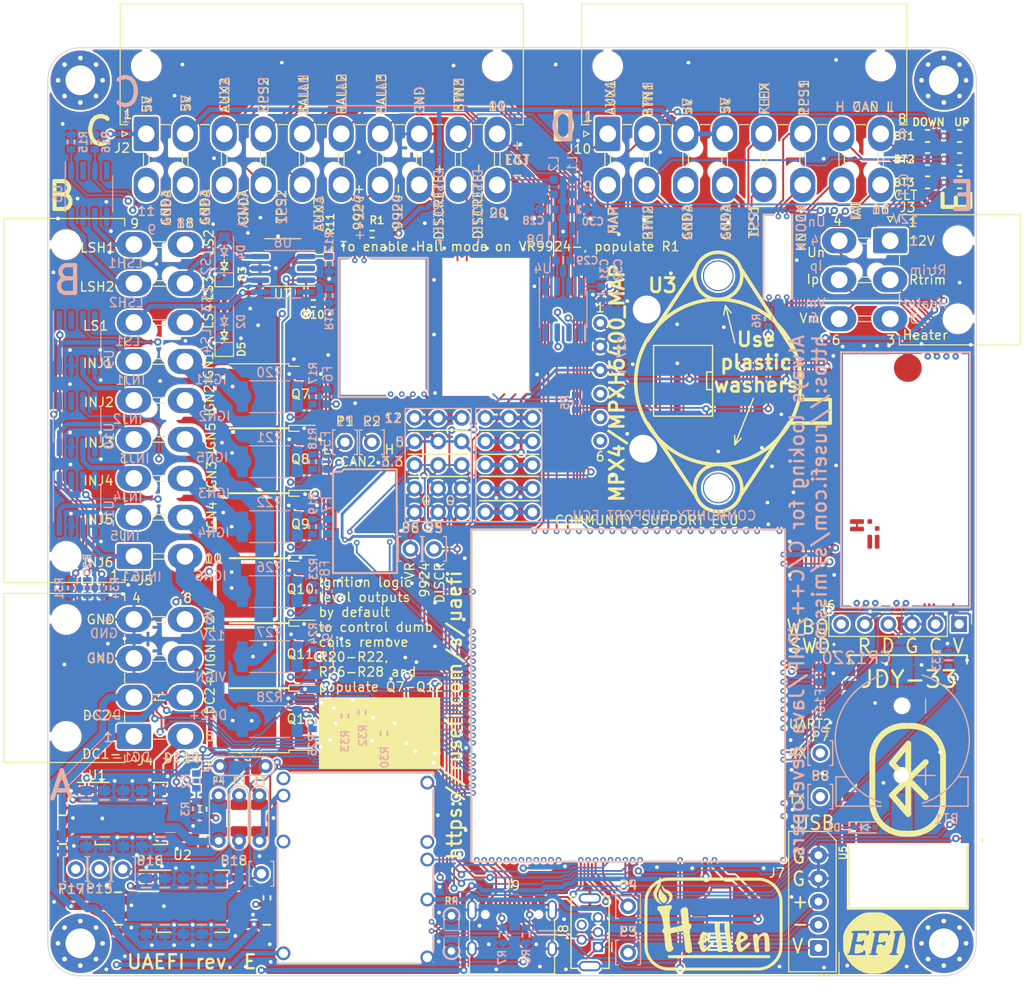
<source format=kicad_pcb>
(kicad_pcb (version 20241229) (generator "pcbnew") (generator_version "9.0")
  (title_block (title "UAEFI") (date "2025-04-30") (rev "E"))
  (layers (0 "F.Cu" signal) (4 "In1.Cu" signal) (6 "In2.Cu" signal) (2 "B.Cu" signal) (13 "F.Paste" user) (15 "B.Paste" user) (5 "F.SilkS" user "F.Silkscreen") (7 "B.SilkS" user "B.Silkscreen") (1 "F.Mask" user) (3 "B.Mask" user) (25 "Edge.Cuts" user))
  (net 0 "")
  (net 1 "Net-(BT1-+)")
  (net 2 "GND")
  (net 3 "/DC Driver 1/PWR")
  (net 4 "/OUT_DC1-")
  (net 5 "/OUT_DC1+")
  (net 6 "/DC Driver 2/PWR")
  (net 7 "/OUT_DC2-")
  (net 8 "/OUT_DC2+")
  (net 9 "+5VA")
  (net 10 "Net-(U4-T-)")
  (net 11 "Net-(U4-T+)")
  (net 12 "+3.3VA")
  (net 13 "/VBAT")
  (net 14 "+12V_RAW")
  (net 15 "/OUT_LS1")
  (net 16 "/OUT_LS2")
  (net 17 "/OUT_LS3")
  (net 18 "/OUT_LS4")
  (net 21 "/IN_VIGN")
  (net 22 "+12V")
  (net 23 "Net-(G4-Pad1)")
  (net 24 "Net-(G4-Pad12)")
  (net 25 "Net-(G4-Pad13)")
  (net 26 "Net-(G4-Pad14)")
  (net 27 "Net-(G4-Pad10)")
  (net 28 "+5VP")
  (net 29 "/IN_PPS2")
  (net 30 "/IN_PPS1")
  (net 31 "/IN_CLT")
  (net 32 "/IN_IAT")
  (net 33 "/CAN-")
  (net 34 "/CAN+")
  (net 35 "GNDA")
  (net 36 "/IN_TPS1")
  (net 37 "/IN_TPS2")
  (net 38 "/IN_AUX3")
  (net 39 "/IN_AUX2")
  (net 40 "/IN_AUX1")
  (net 41 "/IN_BUTTON2")
  (net 42 "/IN_BUTTON1")
  (net 43 "/IN_HALL3")
  (net 44 "/IN_HALL2")
  (net 45 "/IN_HALL1")
  (net 46 "/IN_MAP")
  (net 47 "/EGT+")
  (net 48 "/IN_BUTTON3")
  (net 49 "/IN_KNOCK_RAW")
  (net 50 "/IN_FLEX")
  (net 51 "/VR_MAX9924+")
  (net 52 "/EGT-")
  (net 53 "/WBO_Un")
  (net 54 "/WBO_Vm")
  (net 55 "/WBO_Ip")
  (net 56 "/WBO_Rtrim")
  (net 57 "/WBO_Heater")
  (net 58 "/OUT_IGN6")
  (net 59 "/OUT_IGN5")
  (net 60 "/OUT_IGN4")
  (net 61 "/OUT_IGN3")
  (net 62 "/OUT_IGN2")
  (net 63 "/OUT_IGN1")
  (net 64 "/OUT_INJ6")
  (net 65 "/OUT_INJ5")
  (net 66 "/OUT_INJ4")
  (net 67 "/OUT_INJ3")
  (net 68 "/OUT_INJ2")
  (net 69 "/OUT_INJ1")
  (net 70 "Net-(J6-Pin_1)")
  (net 71 "Net-(J6-Pin_2)")
  (net 72 "Net-(J6-Pin_4)")
  (net 73 "Net-(J6-Pin_5)")
  (net 75 "/VBUS")
  (net 76 "/USB-")
  (net 77 "/USB+")
  (net 79 "Net-(J9-CC1)")
  (net 81 "Net-(J9-CC2)")
  (net 84 "/VIGN")
  (net 85 "+5V")
  (net 86 "/PWR_EN")
  (net 87 "Net-(M1-PG_5VP)")
  (net 88 "/IN_KNOCK")
  (net 89 "/VR_MAX9924-")
  (net 90 "/VR_DISCRETE+")
  (net 91 "/VR_DISCRETE-")
  (net 94 "/VR_DISCRETE_THR")
  (net 97 "/DC2_DIS")
  (net 98 "/DC2_DIR")
  (net 99 "/DC1_DIS")
  (net 100 "/LS2")
  (net 101 "/LS1")
  (net 102 "/INJ6")
  (net 103 "/INJ5")
  (net 104 "/INJ4")
  (net 105 "/INJ3")
  (net 106 "/INJ2")
  (net 107 "/INJ1")
  (net 108 "/LS3")
  (net 109 "/LS4")
  (net 110 "/DC1_PWM")
  (net 111 "/DC1_DIR")
  (net 112 "/DC2_PWM")
  (net 113 "Net-(M5-PULL_DOWN1)")
  (net 118 "/EGT/SPI_CS")
  (net 119 "/SCK3")
  (net 120 "/MISO3")
  (net 127 "+3.3V")
  (net 128 "/IN_VMAIN")
  (net 129 "/INTERNAL_MAP")
  (net 130 "/ADC3")
  (net 131 "/IGN6")
  (net 132 "/IGN5")
  (net 133 "/IGN4")
  (net 134 "/IGN3")
  (net 135 "/IGN2")
  (net 136 "/IGN1")
  (net 138 "Net-(Q7-G)")
  (net 139 "Net-(Q8-G)")
  (net 140 "Net-(Q9-G)")
  (net 141 "Net-(Q10-G)")
  (net 142 "Net-(Q11-G)")
  (net 143 "Net-(Q12-G)")
  (net 150 "Net-(M6-SPI2_CS_{slash}_CAN2_RX_(PB12))")
  (net 151 "Net-(M6-SPI2_SCK_{slash}_CAN2_TX_(PB13))")
  (net 152 "Net-(M6-UART2_TX_(PD5))")
  (net 153 "Net-(M6-UART2_RX_(PD6))")
  (net 154 "Net-(M6-LED_GREEN)")
  (net 155 "Net-(M6-LED_YELLOW)")
  (net 156 "Net-(M7-CANL)")
  (net 157 "Net-(M7-CANH)")
  (net 163 "/VREF1")
  (net 168 "/PG_5VP")
  (net 169 "Net-(F5-Pad1)")
  (net 170 "Net-(F6-Pad1)")
  (net 171 "Net-(F7-Pad1)")
  (net 172 "Net-(F8-Pad1)")
  (net 173 "Net-(F9-Pad1)")
  (net 174 "Net-(F10-Pad1)")
  (net 175 "/12V_KEY")
  (net 186 "/OUT_LS_HOT1")
  (net 187 "/OUT_LS_HOT2")
  (net 188 "/LS_HOT2")
  (net 189 "/LS_HOT1")
  (net 190 "/VR_DISCRETE_A")
  (net 191 "/VR_DISCRETE")
  (net 192 "/VR_MAX9924")
  (footprint "hellen-one-common:R0805" (layer "F.Cu") (at 148.2 74.5)
    (property "Reference" "R40" (hide yes))
    (property "Value" "DNP" (hide yes))
  )
  (footprint "Package_SO:SOIC-8_3.9x4.9mm_P1.27mm" (layer "F.Cu") (at 75.325 83.135 180)
    (property "Reference" "U7")
    (property "Value" "VNLD5160TR-E")
  )
  (footprint "hellen-one-common:C0603" (layer "F.Cu") (at 57.6 151 -90)
    (property "Reference" "C24" (hide yes))
    (property "Value" "100n" (hide yes))
  )
  (footprint "hellen-one-common:R0805" (layer "F.Cu") (at 148.2 72)
    (property "Reference" "R39" (hide yes))
    (property "Value" "DNP" (hide yes))
  )
  (footprint "Package_TO_SOT_SMD:TO-252-2" (layer "F.Cu") (at 72.66 118.5 180)
    (property "Reference" "Q10")
    (property "Value" "ISL9V3040D3ST")
  )
  (footprint "Connector_Molex:Molex_Mini-Fit_Jr_5569-16A2_2x08_P4.20mm_Horizontal" (layer "F.Cu") (at 110.3 69.275)
    (property "Reference" "J10")
    (property "Value" "5569-16A2")
  )
  (footprint "hellen-one-common:PAD-TH" (layer "F.Cu") (at 133.2 140.7)
    (property "Reference" "P8")
    (property "Value" "Pad" (hide yes))
  )
  (footprint "hellen-one-wbo-0.5:wbo" (layer "F.Cu") (at 149.425 120.4 90)
    (property "Reference" "M5" (hide yes))
    (property "Value" "Module-wbo-0.5" (hide yes))
  )
  (footprint "hellen-one-common:PAD-TH" (layer "F.Cu") (at 91.6 114)
    (property "Reference" "P5")
    (property "Value" "Pad" (hide yes))
  )
  (footprint "Connector_Molex:Molex_Mini-Fit_Jr_5569-20A2_2x10_P4.20mm_Horizontal" (layer "F.Cu") (at 60.6 69.275)
    (property "Reference" "J2")
    (property "Value" "5569-20A2")
  )
  (footprint "Package_TO_SOT_SMD:TO-252-2" (layer "F.Cu") (at 72.66 97.5 180)
    (property "Reference" "Q7")
    (property "Value" "ISL9V3040D3ST")
  )
  (footprint "Package_TO_SOT_SMD:TO-252-2" (layer "F.Cu") (at 72.66 104.5 180)
    (property "Reference" "Q8")
    (property "Value" "ISL9V3040D3ST")
  )
  (footprint "hellen-one-common:PAD-TH" (layer "F.Cu") (at 82 102.5)
    (property "Reference" "P1")
    (property "Value" "Pad" (hide yes))
  )
  (footprint "hellen-one-common:C0603" (layer "F.Cu") (at 73.6 154.5 -90)
    (property "Reference" "C26" (hide yes))
    (property "Value" "10n" (hide yes))
  )
  (footprint "hellen-one-common:R0603" (layer "F.Cu") (at 84.932497 80.075 180)
    (property "Reference" "R1")
    (property "Value" "4.7k" (hide yes))
  )
  (footprint "hellen-one-common:LOGO" (layer "F.Cu") (at 122 154.5)
    (property "Reference" "G2" (hide yes))
    (property "Value" "LOGO" (hide yes))
  )
  (footprint "hellen-one-common:PAD-TH" (layer "F.Cu") (at 84.9 102.5)
    (property "Reference" "P2")
    (property "Value" "Pad" (hide yes))
  )
  (footprint "hellen-one-common:C0603" (layer "F.Cu") (at 66.725 145.04 -90)
    (property "Reference" "C13" (hide yes))
    (property "Value" "10n" (hide yes))
  )
  (footprint "hellen-one-common:PAD-TH" (layer "F.Cu") (at 55.54 148.5)
    (property "Reference" "P15")
    (property "Value" "Pad" (hide yes))
  )
  (footprint "MountingHole:MountingHole_3.2mm_M3_Pad_Via" (layer "F.Cu") (at 53.5 63.5)
    (property "Reference" "H1" (hide yes))
    (property "Value" "M3")
  )
  (footprint "MountingHole:MountingHole_3.2mm_M3_Pad_Via" (layer "F.Cu") (at 146.5 63.5)
    (property "Reference" "H4" (hide yes))
    (property "Value" "M3")
  )
  (footprint "hellen-one-common:PAD-1206-PAD" (layer "F.Cu") (at 68.4 143 -90)
    (property "Reference" "F4")
    (property "Value" "12H1500D" (hide yes))
  )
  (footprint "hellen-one-common:R0805" (layer "F.Cu") (at 144.75 74.5)
    (property "Reference" "R37" (hide yes))
    (property "Value" "10k" (hide yes))
  )
  (footprint "hellen-one-common:C0603" (layer "F.Cu") (at 51.6 142.7 -90)
    (property "Reference" "C11" (hide yes))
    (property "Value" "100n" (hide yes))
  )
  (footprint "Connector_Molex:Molex_SPOX_5267-05A_1x05_P2.50mm_Vertical" (layer "F.Cu") (at 133 157 90)
    (property "Reference" "J7")
    (property "Value" "Conn_01x05_Male")
  )
  (footprint "hellen-one-common:PAD-TH" (layer "F.Cu") (at 112.5 152.5)
    (property "Reference" "P4")
    (property "Value" "Pad" (hide yes))
  )
  (footprint "MountingHole:MountingHole_3.2mm_M3_Pad_Via" (layer "F.Cu") (at 53.5 156.5)
    (property "Reference" "H2" (hide yes))
    (property "Value" "M3")
  )
  (footprint "hellen-one-common:R0603" (layer "F.Cu") (at 78.6 87.55 180)
    (property "Reference" "R10")
    (property "Value" "4.7k" (hide yes))
  )
  (footprint "hellen-one-common:PAD-TH" (layer "F.Cu") (at 53 148.5)
    (property "Reference" "P17")
    (property "Value" "Pad" (hide yes))
  )
  (footprint "hellen-one-common:USB-MINI-B-VERTICAL" (layer "F.Cu") (at 108.375 155.3 90)
    (property "Reference" "J8")
    (property "Value" "USB_B_Mini")
  )
  (footprint "hellen-one-common:PAD-1206-PAD" (layer "F.Cu") (at 70.6 143 -90)
    (property "Reference" "F3")
    (property "Value" "12H1500D" (hide yes))
  )
  (footprint "hellen-one-knock-0.2:knock" (layer "F.Cu") (at 126.974999 77.875 -90)
    (property "Reference" "M2" (hide yes))
    (property "Value" "Module-knock-0.2" (hide yes))
  )
  (footprint "hellen-one-common:C0603" (layer "F.Cu") (at 57.6 154.5 90)
    (property "Reference" "C25" (hide yes))
    (property "Value" "10n" (hide yes))
  )
  (footprint "hellen-one-common:PAD-TH" (layer "F.Cu") (at 73 149)
    (property "Reference" "P18")
    (property "Value" "Pad" (hide yes))
  )
  (footprint "hellen-one-power_12and5V-0.3:power_12and5V" (layer "F.Cu") (at 74.624999 158.775001)
    (property "Reference" "M1" (hide yes))
    (property "Value" "Module-power_12and5V-0.3" (hide yes))
  )
  (footprint "Package_TO_SOT_SMD:TO-252-2" (layer "F.Cu") (at 72.66 132.5 180)
    (property "Reference" "Q12")
    (property "Value" "ISL9V3040D3ST")
  )
  (footprint "hellen-one-common:PAD-TH" (layer "F.Cu") (at 89.06 114)
    (property "Reference" "P6")
    (property "Value" "Pad" (hide yes))
  )
  (footprint "hellen-one-can-0.1:can" (layer "F.Cu") (at 80.625 105.325002 -90)
    (property "Reference" "M7" (hide yes))
    (property "Value" "Module-can-0.1" (hide yes))
  )
  (footprint "hellen-one-common:R0603" (layer "F.Cu") (at 66.725 142.04 -90)
    (property "Reference" "R9" (hide yes))
    (property "Value" "4.7k" (hide yes))
  )
  (footprint "Connector_Molex:Molex_Mini-Fit_Jr_5569-18A2_2x09_P4.20mm_Horizontal" (layer "F.Cu") (at 59.275 114.8 90)
    (property "Reference" "J5")
    (property "Value" "5569-18A2")
  )
  (footprint "Package_TO_SOT_SMD:TO-252-2" (layer "F.Cu") (at 72.66 111.5 180)
    (property "Reference" "Q9")
    (property "Value" "ISL9V3040D3ST")
  )
  (footprint "kicad6-libraries:JDY-33" (layer "F.Cu") (at 142.65 138.875 180)
    (property "Reference" "U5")
    (property "Value" "JDY-33")
  )
  (footprint "Connector_Molex:Molex_Mini-Fit_Jr_5569-06A2_2x03_P4.20mm_Horizontal" (layer "F.Cu") (at 140.725 80.8 -90)
    (property "Reference" "J3")
    (property "Value" "5569-06A2")
  )
  (footprint "hellen-one-common:R0805" (layer "F.Cu") (at 144.75 69.5)
    (property "Reference" "R35" (hide yes))
    (property "Value" "10k" (hide yes))
  )
  (footprint "hellen-one-common:PAD-1206-PAD" (layer "F.Cu") (at 72.8 143 -90)
    (property "Reference" "F1")
    (property "Value" "12H1500D" (hide yes))
  )
  (footprint "hellen-one-common:PROTO_AREA" (layer "F.Cu") (at 89.5 110.04 90)
    (property "Reference" "G3" (hide yes))
    (property "Value" "PROTO_AREA" (hide yes))
  )
  (footprint "hellen-one-common:PAD-TH" (layer "F.Cu") (at 112.5 157.5)
    (property "Reference" "P3")
    (property "Value" "Pad" (hide yes))
  )
  (footprint "hellen-one-common:PAD-0805-PAD" (layer "F.Cu") (at 93.474609 155.430391 -90)
    (property "Reference" "R4")
    (property "Value" "Jumper-Pad-Pad" (hide yes))
  )
  (footprint "hellen-one-common:R0603" (layer "F.Cu") (at 80.2 81.65 -90)
    (property "Reference" "R11")
    (property "Value" "4.7k" (hide yes))
  )
  (footprint "hellen-one-common:SOD-123" (layer "F.Cu") (at 69 83.5 90)
    (property "Reference" "D3")
    (property "Value" "B5819W" (hide yes))
  )
  (footprint "hellen-one-common:R0805" (layer "F.Cu") (at 148.2 69.5)
    (property "Reference" "R38" (hide yes))
    (property "Value" "DNP" (hide yes))
  )
  (footprint "hellen-one-common:R0805" (layer "F.Cu") (at 144.75 72)
    (property "Reference" "R36" (hide yes))
    (property "Value" "10k" (hide yes))
  )
  (footprint "Package_SO:Infineon_PG-DSO-12-11" (layer "F.Cu") (at 59 142.5)
    (property "Reference" "U1")
    (property "Value" "TLE9201SG")
  )
  (footprint "Package_SO:Infineon_PG-DSO-12-11" (layer "F.Cu") (at 65.625 151.96)
    (property "Reference" "U2")
    (property "Value" "TLE9201SG")
  )
  (footprint "Connector_Molex:Molex_Mini-Fit_Jr_5569-08A2_2x04_P4.20mm_Horizontal" (layer "F.Cu") (at 59.275 134.2 90)
    (property "Reference" "J4")
    (property "Value" "5569-08A2")
  )
  (footprint "hellen-one-common:PAD-TH" (layer "F.Cu") (at 133.2 136)
    (property "Reference" "P7")
    (property "Value" "Pad" (hide yes))
  )
  (footprint "hellen-one-mega-mcu100-0.3:mega-mcu100" (layer "F.Cu") (at 129.50001 111.8 180)
    (property "Reference" "M6" (hide yes))
    (property "Value" "Module:mega-mcu100/0.3" (hide yes))
  )
  (footprint "Package_TO_SOT_SMD:TO-252-2" (layer "F.Cu") (at 72.66 125.5 180)
    (property "Reference" "Q11")
    (property "Value" "ISL9V3040D3ST")
  )
  (footprint "kicad6-libraries:USB_C" (layer "F.Cu") (at 100 156)
    (property "Reference" "J9")
    (property "Value" "USB_C")
  )
  (footprint "MountingHole:MountingHole_3.2mm_M3_Pad_Via" (layer "F.Cu") (at 146.5 156.5)
    (property "Reference" "H3" (hide yes))
    (property "Value" "M3")
  )
  (footprint "hellen-one-vr-max9924-0.1:vr-max9924" (layer "F.Cu") (at 81.225 82.525 -90)
    (property "Reference" "M4" (hide yes))
    (property "Value" "Module-vr-max9924-0.1" (hide yes))
  )
  (footprint "kicad6-libraries:rusefi_logo" (layer "F.Cu") (at 139 156.5)
    (property "Reference" "G1" (hide yes))
    (property "Value" "RUSEFI_LOGO" (hide yes))
  )
  (footprint "hellen-one-common:PAD-1206-PAD" (layer "F.Cu") (at 71 137.4)
    (property "Reference" "F2")
    (property "Value" "12H1500D" (hide yes))
  )
  (footprint "hellen-one-common:SOD-123" (layer "F.Cu") (at 69 91 90)
    (property "Reference" "D5")
    (property "Value" "B5819W" (hide yes))
  )
  (footprint "Connector_PinHeader_2.54mm:PinHeader_1x06_P2.54mm_Vertical" (layer "F.Cu") (at 148.15 122.1 -90)
    (property "Reference" "J6")
    (property "Value" "Conn_01x06")
  )
  (footprint "hellen-one-common:R0603" (layer "F.Cu") (at 73.6 151.6 -90)
    (property "Reference" "R14" (hide yes))
    (property "Value" "4.7k" (hide yes))
  )
  (footprint "kicad6-libraries:MPX-4_MAP" (layer "F.Cu") (at 126.01325 96 -90)
    (property "Reference" "U3")
    (property "Value" "MPX4/MPXH6400_MAP")
  )
  (footprint "hellen-one-common:PAD-TH" (layer "F.Cu") (at 58.08 148.5)
    (property "Reference" "P16")
    (property "Value" "Pad" (hide yes))
  )
  (footprint "hellen-one-common:C0603" (layer "F.Cu") (at 51.6 145.8 90)
    (property "Reference" "C12" (hide yes))
    (property "Value" "10n" (hide yes))
  )
  (footprint "hellen-one-common:PROTO_AREA" (layer "F.Cu") (at 97.12 110.04 90)
    (property "Reference" "G4" (hide yes))
    (property "Value" "PROTO_AREA" (hide yes))
  )
  (footprint "Package_TO_SOT_SMD:SOT-23" (layer "B.Cu") (at 105.5 80.417977 -90)
    (property "Reference" "D8")
    (property "Value" "NUP2105L")
  )
  (footprint "hellen-one-common:C0805" (layer "B.Cu") (at 62.125 145.04 90)
    (property "Reference" "C10" (hide yes))
    (property "Value" "10u" (hide yes))
  )
  (footprint "hellen-one-common:C0603" (layer "B.Cu") (at 111.8 94.9 -90)
    (property "Reference" "C27")
    (property "Value" "100n" (hide yes))
  )
  (footprint "hellen-one-common:SOD-123" (layer "B.Cu") (at 69 82 90)
    (property "Reference" "D4")
    (property "Value" "B5819W" (hide yes))
  )
  (footprint "kicad6-libraries:CR1220-2" (layer "B.Cu") (at 142 134.5 90)
    (property "Reference" "BT1")
    (property "Value" "CR1220")
  )
  (footprint "Package_SO:SOIC-8_3.9x4.9mm_P1.27mm" (layer "B.Cu") (at 53.15 100.55 -90)
    (property "Reference" "U10")
    (property "Value" "VNLD5160TR-E")
  )
  (footprint "hellen-one-common:R0603" (layer "B.Cu") (at 52.55 118.2 90)
    (property "Reference" "R31")
    (property "Value" "4.7k" (hide yes))
  )
  (footprint "hellen-one-common:C0603" (layer "B.Cu") (at 107.190001 77.4 180)
    (property "Reference" "C30")
    (property "Value" "10n" (hide yes))
  )
  (footprint "hellen-one-common:C0805" (layer "B.Cu") (at 56.125 145.04 90)
    (property "Reference" "C7" (hide yes))
    (property "Value" "10u" (hide yes))
  )
  (footprint "hellen-one-common:C0603" (layer "B.Cu") (at 147 126 -90)
    (property "Reference" "C33")
    (property "Value" "100n" (hide yes))
  )
  (footprint "hellen-one-common:C0603" (layer "B.Cu") (at 105.5 82.917977)
    (property "Reference" "C29")
    (property "Value" "100n" (hide yes))
  )
  (footprint "hellen-one-common:R0603" (layer "B.Cu") (at 55.9 118.2 90)
    (property "Reference" "R34")
    (property "Value" "4.7k" (hide yes))
  )
  (footprint "hellen-one-common:C0805" (layer "B.Cu") (at 66.6 150.5 -90)
    (property "Reference" "C17" (hide yes))
    (property "Value" "10u" (hide yes))
  )
  (footprint "Resistor_SMD:R_2512_6332Metric" (layer "B.Cu") (at 73.9 97.6 180)
    (property "Reference" "R20")
    (property "Value" "0")
  )
  (footprint "hellen-one-common:C0805" (layer "B.Cu") (at 58.125 141.04 -90)
    (property "Reference" "C3" (hide yes))
    (property "Value" "10u" (hide yes))
  )
  (footprint "hellen-one-common:C0805" (layer "B.Cu") (at 68.6 154.5 90)
    (property "Reference" "C23" (hide yes))
    (property "Value" "10u" (hide yes))
  )
  (footprint "Package_SO:SOIC-8_3.9x4.9mm_P1.27mm" (layer "B.Cu") (at 105.5 88.2 -90)
    (property "Reference" "U4")
    (property "Value" "MAX31855KASA")
  )
  (footprint "hellen-one-common:C0805" (layer "B.Cu") (at 54.125 141.04 -90)
    (property "Reference" "C1" (hide yes))
    (property "Value" "10u" (hide yes))
  )
  (footprint "Resistor_SMD:R_2512_6332Metric" (layer "B.Cu") (at 73.9 118.6 180)
    (property "Reference" "R26")
    (property "Value" "0")
  )
  (footprint "Package_SO:SOIC-8_3.9x4.9mm_P1.27mm" (layer "B.Cu") (at 53.15 109.1 -90)
    (property "Reference" "U11")
    (property "Value" "VNLD5160TR-E")
  )
  (footprint "hellen-one-common:C0603" (layer "B.Cu") (at 109.6 86.5 90)
    (property "Reference" "C31")
    (property "Value" "100n" (hide yes))
  )
  (footprint "Fuse:Fuse_0603_1608Metric" (layer "B.Cu") (at 80.1 125.55 -90)
    (property "Reference" "F9")
    (property "Value" "50mA")
  )
  (footprint "hellen-one-common:C0805" (layer "B.Cu") (at 60.6 150.5 -90)
    (property "Reference" "C14" (hide yes))
    (property "Value" "10u" (hide yes))
  )
  (footprint "hellen-one-common:C0805" (layer "B.Cu") (at 60.6 154.5 90)
    (property "Reference" "C19" (hide yes))
    (property "Value" "10u" (hide yes))
  )
  (footprint "Fuse:Fuse_0603_1608Metric" (layer "B.Cu") (at 80.05 97.6 -90)
    (property "Reference" "F6")
    (property "Value" "50mA")
  )
  (footprint "Resistor_SMD:R_2512_6332Metric" (layer "B.Cu") (at 73.9 125.6 180)
    (property "Reference" "R27")
    (property "Value" "0")
  )
  (footprint "Resistor_SMD:R_2512_6332Metric" (layer "B.Cu") (at 73.9 104.6 180)
    (property "Reference" "R21")
    (property "Value" "0")
  )
  (footprint "hellen-one-common:C0805" (layer "B.Cu") (at 60.125 141.04 -90)
    (property "Reference" "C4" (hide yes))
    (property "Value" "10u" (hide yes))
  )
  (footprint "Fuse:Fuse_0603_1608Metric" (layer "B.Cu") (at 133.15 127.55 -90)
    (property "Reference" "F10")
    (property "Value" "50mA")
  )
  (footprint "hellen-one-common:SOD-123" (layer "B.Cu") (at 69 89.5 90)
    (property "Reference" "D2")
    (property "Value" "B5819W" (hide yes))
  )
  (footprint "hellen-one-common:SOD-323" (layer "B.Cu") (at 138 144)
    (property "Reference" "D1")
    (property "Value" "1N4148WS" (hide yes))
  )
  (footprint "hellen-one-common:R0603" (layer "B.Cu") (at 78.5125 111.6 90)
    (property "Reference" "R19")
    (property "Value" "22" (hide yes))
  )
  (footprint "hellen-one-common:R0603" (layer "B.Cu") (at 82 132 -90)
    (property "Reference" "R33")
    (property "Value" "4.7k" (hide yes))
  )
  (footprint "hellen-one-common:C0805" (layer "B.Cu") (at 64.6 154.5 90)
    (property "Reference" "C21" (hide yes))
    (property "Value" "10u" (hide yes))
  )
  (footprint "Fuse:Fuse_0603_1608Metric" (layer "B.Cu") (at 80.1 118.55 -90)
    (property "Reference" "F8")
    (property "Value" "50mA")
  )
  (footprint "hellen-one-common:R0603" (layer "B.Cu") (at 78.5125 118.6 90)
    (property "Reference" "R23")
    (property "Value" "22" (hide yes))
  )
  (footprint "hellen-one-common:R0603" (layer "B.Cu") (at 99 155.621682 90)
    (property "Reference" "R7")
    (property "Value" "5.6k" (hide yes))
  )
  (footprint "hellen-one-common:R0603" (layer "B.Cu") (at 78.5125 125.6 90)
    (property "Reference" "R24")
    (property "Value" "22" (hide yes))
  )
  (footprint "Fuse:Fuse_0603_1608Metric" (layer "B.Cu") (at 80.15 111.6 -90)
    (property "Reference" "F7")
    (property "Value" "50mA")
  )
  (footprint "hellen-one-common:C0603" (layer "B.Cu") (at 111.4 86.5 90)
    (property "Reference" "C32")
    (property "Value" "1u" (hide yes))
  )
  (footprint "hellen-one-common:R0603" (layer "B.Cu") (at 55.05 70.15 90)
    (property "Reference" "R16")
    (property "Value" "4.7k" (hide yes))
  )
  (footprint "Package_SO:SOIC-8_3.9x4.9mm_P1.27mm" (layer "B.Cu") (at 53.15 91.8 -90)
    (property "Reference" "U9")
    (property "Value" "VNLD5160TR-E")
  )
  (footprint "hellen-one-common:R0603" (layer "B.Cu") (at 86.2 133.85 90)
    (property "Reference" "R30")
    (property "Value" "4.7k" (hide yes))
  )
  (footprint "Resistor_SMD:R_2512_6332Metric" (layer "B.Cu") (at 73.9 111.6 180)
    (property "Reference" "R22")
    (property "Value" "0")
  )
  (footprint "hellen-one-common:R0603" (layer "B.Cu") (at 78.5125 132.6 90)
    (property "Reference" "R25")
    (property "Value" "22" (hide yes))
  )
  (footprint "Inductor_SMD:L_0603_1608Metric" (layer "B.Cu") (at 104.5 75 -90)
    (property "Reference" "L2")
    (property "Value" "470R@100MHz")
  )
  (footprint "hellen-one-common:C0805" (layer "B.Cu") (at 64.6 150.5 -90)
    (property "Reference" "C16" (hide yes))
    (property "Value" "10u" (hide yes))
  )
  (footprint "hellen-one-common:R0603" (layer "B.Cu") (at 78.5125 97.6 90)
    (property "Reference" "R17")
    (property "Value" "22" (hide yes))
  )
  (footprint "hellen-one-common:C0805" (layer "B.Cu") (at 66.6 154.5 90)
    (property "Reference" "C22" (hide yes))
    (property "Value" "10u" (hide yes))
  )
  (footprint "hellen-one-common:R0603" (layer "B.Cu") (at 101.5 155.621682 90)
    (property "Reference" "R8")
    (property "Value" "5.6k" (hide yes))
  )
  (footprint "hellen-one-common:R0603" (layer "B.Cu") (at 66 142 90)
    (property "Reference" "R3")
    (property "Value" "6.8k" (hide yes))
  )
  (footprint "hellen-one-common:R0603" (layer "B.Cu") (at 52.5 70.15 90)
    (property "Reference" "R15")
    (property "Value" "4.7k" (hide yes))
  )
  (footprint "hellen-one-common:R0603" (layer "B.Cu") (at 80.3 86.7 90)
    (property "Reference" "R13")
    (property "Value" "4.7k" (hide yes))
  )
  (footprint "hellen-one-common:C0805" (layer "B.Cu") (at 62.125 141.04 -90)
    (property "Reference" "C5" (hide yes))
    (property "Value" "10u" (hide yes))
  )
  (footprint "Fuse:Fuse_0603_1608Metric" (layer "B.Cu") (at 80.05 104.6 -90)
    (property "Reference" "F5")
    (property "Value" "50mA")
  )
  (footprint "hellen-one-common:R0603" (layer "B.Cu") (at 83.85 131.6 -90)
    (property "Reference" "R32")
    (property "Value" "4.7k" (hide yes))
  )
  (footprint "hellen-one-common:C0603" (layer "B.Cu") (at 103.8 77.4)
    (property "Reference" "C28")
    (property "Value" "10n" (hide yes))
  )
  (footprint "Package_SO:SOIC-8_3.9x4.9mm_P1.27mm" (layer "B.Cu") (at 54.435 75.725 -90)
    (property "Reference" "U6")
    (property "Value" "VNLD5160TR-E")
  )
  (footprint "hellen-one-common:R0603" (layer "B.Cu") (at 54.25 118.2 90)
    (property "Reference" "R29")
    (property "Value" "4.7k" (hide yes))
  )
  (footprint "hellen-one-common:R0603" (layer "B.Cu") (at 78.5125 104.6 90)
    (property "Reference" "R18")
    (property "Value" "22" (hide yes))
  )
  (footprint "Inductor_SMD:L_0603_1608Metric" (layer "B.Cu") (at 106.5 75 -90)
    (property "Reference" "L1")
    (property "Value" "470R@100MHz")
  )
  (footprint "hellen-one-common:C0805" (layer "B.Cu") (at 62.6 150.5 -90)
    (property "Reference" "C15" (hide yes))
    (property "Value" "10u" (hide yes))
  )
  (footprint "Resistor_SMD:R_2512_6332Metric" (layer "B.Cu") (at 73.9 132.6 180)
    (property "Reference" "R28")
    (property "Value" "0")
  )
  (footprint "hellen-one-common:C0805" (layer "B.Cu") (at 58.125 145.04 90)
    (property "Reference" "C8" (hide yes))
    (property "Value" "10u" (hide yes))
  )
  (footprint "hellen-one-common:C0805" (layer "B.Cu") (at 60.125 145.04 90)
    (property "Reference" "C9" (hide yes))
    (property "Value" "10u" (hide yes))
  )
  (footprint "hellen-one-common:C0805" (layer "B.Cu") (at 54.125 145.04 90)
    (property "Reference" "C6" (hide yes))
    (property "Value" "10u" (hide yes))
  )
  (footprint "hellen-one-common:C0805" (layer "B.Cu") (at 56.125 141.04 -90)
    (property "Reference" "C2" (hide yes))
    (property "Value" "10u" (hide yes))
  )
  (footprint "hellen-one-common:C0805" (layer "B.Cu") (at 68.6 150.5 -90)
    (property "Reference" "C18" (hide yes))
    (property "Value" "10u" (hide yes))
  )
  (footprint "hellen-one-common:R0603" (layer "B.Cu") (at 80.3 83.3 90)
    (property "Reference" "R12")
    (property "Value" "4.7k" (hide yes))
  )
  (footprint "hellen-one-common:C0805" (layer "B.Cu") (at 62.6 154.5 90)
    (property "Reference" "C20" (hide yes))
    (property "Value" "10u" (hide yes))
  )
  (footprint "hellen-one-common:R0603" (layer "B.Cu") (at 106.9 98.2 -90)
    (property "Reference" "R5")
    (property "Value" "0" (hide yes))
  )
  (footprint "hellen-one-common:R0603" (layer "B.Cu") (at 127.6 89.2 -90)
    (property "Reference" "R6")
    (property "Value" "0" (hide yes))
  )
  (footprint "hellen-one-common:R0603" (layer "B.Cu") (at 66 139 90)
    (property "Reference" "R2")
    (property "Value" "33k" (hide yes))
  )
  (footprint "Package_SO:SOIC-8_3.9x4.9mm_P1.27mm" (layer "B.Cu") (at 75.325 84.405 180)
    (property "Reference" "U8")
    (property "Value" "VNLD5160TR-E")
  )
  (gr_line (start 96.5 106.2) (end 102.9 106.2) (stroke (width 0.15)) (layer "F.SilkS"))
  (gr_line (start 96.5 108.8) (end 102.9 108.8) (stroke (width 0.15)) (layer "F.SilkS"))
  (gr_line (start 88.8 101.2) (end 95.2 101.2) (stroke (width 0.15)) (layer "F.SilkS"))
  (gr_rect (start 79.27 130.067565) (end 92.186015 137.642435) (stroke (width 0.15)) (fill yes) (layer "F.SilkS"))
  (gr_line (start 96.5 103.8) (end 102.9 103.8) (stroke (width 0.15)) (layer "F.SilkS"))
  (gr_line (start 88.8 106.2) (end 95.2 106.2) (stroke (width 0.15)) (layer "F.SilkS"))
  (gr_line (start 96.5 101.2) (end 102.9 101.2) (stroke (width 0.15)) (layer "F.SilkS"))
  (gr_line (start 88.8 103.8) (end 95.2 103.8) (stroke (width 0.15)) (layer "F.SilkS"))
  (gr_arc (start 50 63.5) (mid 51.025126 61.025126) (end 53.5 60) (stroke (width 0.1)) (layer "Edge.Cuts"))
  (gr_arc (start 150 156.5) (mid 148.974874 158.974874) (end 146.5 160) (stroke (width 0.1)) (layer "Edge.Cuts"))
  (gr_line (start 150 156.5) (end 150 63.5) (stroke (width 0.1)) (layer "Edge.Cuts"))
  (gr_line (start 50 63.5) (end 50 156.5) (stroke (width 0.1)) (layer "Edge.Cuts"))
  (gr_line (start 146.5 60) (end 53.5 60) (stroke (width 0.1)) (layer "Edge.Cuts"))
  (gr_arc (start 53.5 160) (mid 51.025126 158.974874) (end 50 156.5) (stroke (width 0.1)) (layer "Edge.Cuts"))
  (gr_arc (start 146.5 60) (mid 148.974874 61.025126) (end 150 63.5) (stroke (width 0.1)) (layer "Edge.Cuts"))
  (gr_line (start 53.5 160) (end 146.5 160) (stroke (width 0.1)) (layer "Edge.Cuts"))
  (gr_text "H" (at 86.8 103.3 0) (layer "F.SilkS") (effects (font (size 1 1))))
  (gr_text "12V" (at 144.15 80.8 0) (layer "F.SilkS") (effects (font (size 1 1))))
  (gr_text "B" (at 51.5 76 0) (layer "F.SilkS") (effects (font (size 3 3) (thickness 0.45))))
  (gr_text "5" (at 67.4 134.2 0) (layer "F.SilkS") (effects (font (size 1 1))))
  (gr_text "INJ6" (at 55.45 115.45 0) (layer "F.SilkS") (effects (font (size 1 1))))
  (gr_text "LS2" (at 67.35 80.9 90) (layer "F.SilkS") (effects (font (size 1 1))))
  (gr_text "INJ4" (at 55.45 106.65 0) (layer "F.SilkS") (effects (font (size 1 1))))
  (gr_text "LSH2" (at 55.3 85.75 0) (layer "F.SilkS") (effects (font (size 1 1))))
  (gr_text "18" (at 64.8 78.9 0) (layer "F.SilkS") (effects (font (size 1 1))))
  (gr_text "DC2-" (at 55.85 131.95 0) (layer "F.SilkS") (effects (font (size 1 1))))
  (gr_text "5V" (at 60.7 66.1 90) (layer "F.SilkS") (effects (font (size 1 1))))
  (gr_text "1" (at 108.25 67.4 0) (layer "F.SilkS") (effects (font (size 1 1))))
  (gr_text "HALL2" (at 81.65 65 90) (layer "F.SilkS") (effects (font (size 1 1))))
  (gr_text "DISCRETE+" (at 92.13 76.59 90) (layer "F.SilkS") (effects (font (size 1 1))))
  (gr_text "G\nG\n+\n-\nV" (at 130.036105 157.679263 0) (layer "F.SilkS") (effects (font (size 1.5 1.4) (thickness 0.2)) (justify left bottom)))
  (gr_text "KNOCK" (at 131.15 79.4 90) (layer "F.SilkS") (effects (font (size 1 1))))
  (gr_text "UART2\n\nRX\n\n\nTX" (at 129.7 136.9 0) (layer "F.SilkS") (effects (font (size 1 1)) (justify left)))
  (gr_text "A" (at 51.5 139.5 0) (layer "F.SilkS") (effects (font (size 3 3) (thickness 0.45))))
  (gr_text "5V" (at 64.9 66 90) (layer "F.SilkS") (effects (font (size 1 1))))
  (gr_text "16" (at 139.7 77.4 0) (layer "F.SilkS") (effects (font (size 1 1))))
  (gr_text "BTN3" (at 94.3 65.1 90) (layer "F.SilkS") (effects (font (size 1 1))))
  (gr_text "AUX2" (at 69.05 65.1 90) (layer "F.SilkS") (effects (font (size 1 1))))
  (gr_text "4" (at 59.55 119.3 0) (layer "F.SilkS") (effects (font (size 1 1))))
  (gr_text "3.3" (at 87.1 104.6 0) (layer "F.SilkS") (effects (font (size 1 1))))
  (gr_text "TPS1" (at 126.05 78.7 90) (layer "F.SilkS") (effects (font (size 1 1))))
  (gr_text "UP" (at 147.5 68.5 0) (layer "F.SilkS") (effects (font (size 0.82 0.82) (thickness 0.17)) (justify left bottom)))
  (gr_text "5" (at 87.9 102.5 0) (layer "F.SilkS") (effects (font (size 1 1))))
  (gr_text "AUX3" (at 79.2 77.9 90) (layer "F.SilkS") (effects (font (size 1 1))))
  (gr_text "GNDA" (at 71.1 77.2 90) (layer "F.SilkS") (effects (font (size 1 1))))
  (gr_text "BT1" (at 141 70 0) (layer "F.SilkS") (effects (font (size 0.82 0.82) (thickness 0.17)) (justify left bottom)))
  (gr_text "3" (at 140.8 91.5 0) (layer "F.SilkS") (effects (font (size 1 1))))
  (gr_text "10" (at 67.810761 115.044619 0) (layer "F.SilkS") (effects (font (size 1 1))))
  (gr_text "20" (at 98.5 77.8 0) (layer "F.SilkS") (effects (font (size 1 1))))
  (gr_text "Rtrim" (at 144.75 85 0) (layer "F.SilkS") (effects (font (size 1 1))))
  (gr_text "GND" (at 55.7 121.6 0) (layer "F.SilkS") (effects (font (size 1 1))))
  (gr_text "AUX1" (at 110.6 65.35 90) (layer "F.SilkS") (effects (font (size 1 1))))
  (gr_text "VR\n9924\nDISCR" (at 92.777187 115.33 90) (layer "F.SilkS") (effects (font (size 1 1)) (justify right bottom)))
  (gr_text "11" (at 60.6 77.6 0) (layer "F.SilkS") (effects (font (size 1 1))))
  (gr_text "1" (at 56.5 134.3 0) (layer "F.SilkS") (effects (font (size 1 1))))
  (gr_text "1" (at 57.2 116.8 0) (layer "F.SilkS") (effects (font (size 1 1))))
  (gr_text "12" (at 87.2 99.9 0) (layer "F.SilkS") (effects (font (size 1 1))))
  (gr_text "12V" (at 67.4 121.65 90) (layer "F.SilkS") (effects (font (size 1 1))))
  (gr_text "INJ3" (at 55.5 102.55 0) (layer "F.SilkS") (effects (font (size 1 1))))
  (gr_text "SWD:  R D G C V" (at 129.7 125.339221 0) (layer "F.SilkS") (effects (font (size 1.5 1.45) (thickness 0.2)) (justify left bottom)))
  (gr_text "VIGN" (at 67.5 125.9 90) (layer "F.SilkS") (effects (font (size 1 1))))
  (gr_text "5V" (at 118.9 66.35 90) (layer "F.SilkS") (effects (font (size 1 1))))
  (gr_text "INJ2" (at 55.5 98.2 0) (layer "F.SilkS") (effects (font (size 1 1))))
  (gr_text "4" (at 135.05 78.65 0) (layer "F.SilkS") (effects (font (size 1 1))))
  (gr_text "CLT" (at 142.370727 75.885081 0) (layer "F.SilkS") (effects (font (size 1 1))))
  (gr_text "DOWN" (at 143 68.5 0) (layer "F.SilkS") (effects (font (size 0.82 0.82) (thickness 0.17)) (justify left bottom)))
  (gr_text "G" (at 93.3 108.8 0) (layer "F.SilkS") (effects (font (size 1 1))))
  (gr_text "COMMUNITY SUPPORT ECU" (at 104.5 111.5 0) (layer "F.SilkS") (effects (font (size 1 1)) (justify left bottom)))
  (gr_text "USB" (at 130.4 144.4 0) (layer "F.SilkS") (effects (font (size 1.5 1.4) (thickness 0.2)) (justify left bottom)))
  (gr_text "IGN1" (at 67.3 94.45 90) (layer "F.SilkS") (effects (font (size 1 1))))
  (gr_text "INJ1" (at 55.4 94 0) (layer "F.SilkS") (effects (font (size 1 1))))
  (gr_text "Un" (at 132.75 82.05 0) (layer "F.SilkS") (effects (font (size 1 1))))
  (gr_text "To enable Hall mode on VR9924-, populate R1" (at 81.38 82 0) (layer "F.SilkS") (effects (font (size 1 1)) (justify left bottom)))
  (gr_text "PPS1" (at 131.45 65.4 90) (layer "F.SilkS") (effects (font (size 1 1))))
  (gr_text "GNDA" (at 118.9 78.8 90) (layer "F.SilkS") (effects (font (size 1 1))))
  (gr_text "L" (at 80 103.3 0) (layer "F.SilkS") (effects (font (size 1 1))))
  (gr_text "LS4" (at 67.3 88.95 90) (layer "F.SilkS") (effects (font (size 1 1))))
  (gr_text "Ip" (at 132.4 84.95 0) (layer "F.SilkS") (effects (font (size 1 1))))
  (gr_text "Heater" (at 144.5 90.95 0) (layer "F.SilkS") (effects (font (size 1 1))))
  (gr_text "G" (at 90.7 108.8 0) (layer "F.SilkS") (effects (font (size 1 1))))
  (gr_text "FLEX" (at 127.2 65.5 90) (layer "F.SilkS") (effects (font (size 1 1))))
  (gr_text "Vm" (at 132.05 89.15 0) (layer "F.SilkS") (effects (font (size 1 1))))
  (gr_text "HALL1" (at 77.55 65.1 90) (layer "F.SilkS") (effects (font (size 1 1))))
  (gr_text "+\nEGT\n-" (at 100.55 72.1 0) (layer "F.SilkS") (effects (font (size 1 1))))
  (gr_text "IGN4" (at 67.65 110.6 90) (layer "F.SilkS") (effects (font (size 1 1))))
  (gr_text "GNDA" (at 123.05 78.8 90) (layer "F.SilkS") (effects (font (size 1 1))))
  (gr_text "https://rusefi.com/s/uaefi" (at 93.8 131.9 90) (layer "F.SilkS") (effects (font (size 1.5 1.5) (thickness 0.25) (bold yes))))
  (gr_text "BTN2" (at 114.65 78.85 90) (layer "F.SilkS") (effects (font (size 1 1))))
  (gr_text "CAN2" (at 83.4 104.6 0) (layer "F.SilkS") (effects (font (size 1 1))))
  (gr_text "GND" (at 90.05 65.7 90) (layer "F.SilkS") (effects (font (size 1 1))))
  (gr_text "8" (at 142.018791 67.667171 0) (layer "F.SilkS") (effects (font (size 1 1))))
  (gr_text "6" (at 134.9 91.5 0) (layer "F.SilkS") (effects (font (size 1 1))))
  (gr_text "GND" (at 55.7 125.8 0) (layer "F.SilkS") (effects (font (size 1 1))))
  (gr_text "1" (at 58.6 67.15 0) (layer "F.SilkS") (effects (font (size 1 1))))
  (gr_text "IGN5" (at 67.55 102.1 90) (layer "F.SilkS") (effects (font (size 1 1))))
  (gr_text "BTN1" (at 114.65 65.55 90) (layer "F.SilkS") (effects (font (size 1 1))))
  (gr_text "DC1+" (at 64.55 136.55 0) (layer "F.SilkS") (effects (font (size 1 1))))
  (gr_text "9924+" (at 83.45 77.16 90) (layer "F.SilkS") (effects (font (size 1 1))))
  (gr_text "9" (at 59.35 78.95 0) (layer "F.SilkS") (effects (font (size 1 1))))
  (gr_text "PPS2" (at 73.25 65.1 90) (layer "F.SilkS") (effects (font (size 1 1))))
  (gr_text "DC2+" (at 67.45 129.75 90) (layer "F.SilkS") (effects (font (size 1 1))))
  (gr_text "UAEFI rev. E" (at 65.5 158.5 0) (layer "F.SilkS") (effects (font (size 1.5 1.5) (thickness 0.25) (bold yes))))
  (gr_text "H CAN L" (at 137.95 66.4 0) (layer "F.SilkS") (effects (font (size 1 1))))
  (gr_text "DC1-" (at 55.8 136.1 0) (layer "F.SilkS") (effects (font (size 1 1))))
  (gr_text "E" (at 148 76.5 90) (layer "F.SilkS") (effects (font (size 3 3) (thickness 0.45))))
  (gr_text "9924-" (at 87.68 77.08 90) (layer "F.SilkS") (effects (font (size 1 1))))
  (gr_text "10" (at 98.4 66.3 0) (layer "F.SilkS") (effects (font (size 1 1))))
  (gr_text "HALL3" (at 85.95 65 90) (layer "F.SilkS") (effects (font (size 1 1))))
  (gr_text "BT3" (at 141 75 0) (layer "F.SilkS") (effects (font (size 0.82 0.82) (thickness 0.17)) (justify left bottom)))
  (gr_text "IGN2" (at 67.4 98 90) (layer "F.SilkS") (effects (font (size 1 1))))
  (gr_text "IGN3" (at 67.65 106.25 90) (layer "F.SilkS") (effects (font (size 1 1))))
  (gr_text "TPS2" (at 75.15 77.1 90) (layer "F.SilkS") (effects (font (size 1 1))))
  (gr_text "GNDA" (at 66.95 77.2 90) (layer "F.SilkS") (effects (font (size 1 1))))
  (gr_text "1" (at 143.15 78.8 0) (layer "F.SilkS") (effects (font (size 1 1))))
  (gr_text "WBO" (at 129.4 123.3 0) (layer "F.SilkS") (effects (font (size 1.5 1.45) (thickness 0.2)) (justify left bottom)))
  (gr_text "Ignition logic \nlevel outputs \nby default\nto control dumb\ncoils remove \nR20-R22, \nR26-R28 and \npopulate Q7-Q12" (at 79.07 129.45 0) (layer "F.SilkS") (effects (font (size 1 1)) (justify left bottom)))
  (gr_text "INJ5" (at 55.45 110.85 0) (layer "F.SilkS") (effects (font (size 1 1))))
  (gr_text "IAT" (at 137.05 77.55 90) (layer "F.SilkS") (effects (font (size 1 1))))
  (gr_text "9" (at 108.15 74.95 0) (layer "F.SilkS") (effects (font (size 1 1))))
  (gr_text "8" (at 65.05 119.3 0) (layer "F.SilkS") (effects (font (size 1 1))))
  (gr_text "DISCRETE-" (at 96.34 76.52 90) (layer "F.SilkS") (effects (font (size 1 1))))
  (gr_text "C" (at 55.5 69 0) (layer "F.SilkS") (effects (font (size 3 3) (thickness 0.45))))
  (gr_text "LS3" (at 67.3 85.9 90) (layer "F.SilkS") (effects (font (size 1 1))))
  (gr_text "LSH1" (at 55.35 81.55 0) (layer "F.SilkS") (effects (font (size 1 1))))
  (gr_text "LS1" (at 55.15 89.95 0) (layer "F.SilkS") (effects (font (size 1 1))))
  (gr_text "GNDA" (at 62.75 77.25 90) (layer "F.SilkS") (effects (font (size 1 1))))
  (gr_text "D" (at 105.5 68.5 0) (layer "F.SilkS") (effects (font (size 3 3) (thickness 0.45))))
  (gr_text "BT2" (at 141 72.5 0) (layer "F.SilkS") (effects (font (size 0.82 0.82) (thickness 0.17)) (justify left bottom)))
  (gr_text "5V" (at 123 66.25 90) (layer "F.SilkS") (effects (font (size 1 1))))
  (gr_text "MAP" (at 110.9 78.6 90) (layer "F.SilkS") (effects (font (size 1 1))))
  (gr_text "GND" (at 90.05 65.65 90) (layer "B.SilkS") (effects (font (size 1 1)) (justify mirror)))
  (gr_text "GND" (at 55.7 125.75 0) (layer "B.SilkS") (effects (font (size 1 1)) (justify mirror)))
  (gr_text "18" (at 64.8 78.9 0) (layer "B.SilkS") (effects (font (size 1 1)) (justify mirror)))
  (gr_text "HALL3" (at 85.95 64.95 90) (layer "B.SilkS") (effects (font (size 1 1)) (justify mirror)))
  (gr_text "5" (at 67.4 134.2 0) (layer "B.SilkS") (effects (font (size 1 1)) (justify mirror)))
  (gr_text "DC2+" (at 67.25 131.9 0) (layer "B.SilkS") (effects (font (size 1 1)) (justify mirror)))
  (gr_text "INJ2" (at 58.6 100 0) (layer "B.SilkS") (effects (font (size 1 1)) (justify mirror)))
  (gr_text "DISCRETE+" (at 92.1 77.22 90) (layer "B.SilkS") (effects (font (size 1 1)) (justify mirror)))
  (gr_text "6" (at 132.5 89.1 0) (layer "B.SilkS") (effects (font (size 1 1)) (justify mirror)))
  (gr_text "5V" (at 60.7 66.05 90) (layer "B.SilkS") (effects (font (size 1 1)) (justify mirror)))
  (gr_text "3.3" (at 87.1 104.6 0) (layer "B.SilkS") (effects (font (size 1 1)) (justify mirror)))
  (gr_text "10" (at 67.810761 115.044619 0) (layer "B.SilkS") (effects (font (size 1 1)) (justify mirror)))
  (gr_text "GND" (at 56.05 123.1 0) (layer "B.SilkS") (effects (font (size 1 1)) (justify mirror)))
  (gr_text "LS4" (at 67.05 91.6 90) (layer "B.SilkS") (effects (font (size 1 1)) (justify mirror)))
  (gr_text "BTN1" (at 114.65 65.5 90) (layer "B.SilkS") (effects (font (size 1 1)) (justify mirror)))
  (gr_text "9" (at 61.2 79.6 0) (layer "B.SilkS") (effects (font (size 1 1)) (justify mirror)))
  (gr_text "9924-" (at 87.69 78.29 90) (layer "B.SilkS") (effects (font (size 1 1)) (justify mirror)))
  (gr_text "11" (at 60.6 77.6 0) (layer "B.SilkS") (effects (font (size 1 1)) (justify mirror)))
  (gr_text "HALL1" (at 77.55 65.05 90) (layer "B.SilkS") (effects (font (size 1 1)) (justify mirror)))
  (gr_text "4" (at 56.5 121.6 0) (layer "B.SilkS") (effects (font (size 1 1)) (justify mirror)))
  (gr_text "B" (at 52.15 85.05 0) (layer "B.SilkS") (effects (font (size 3 3) (thickness 0.45)) (justify mirror)))
  (gr_text "Heater" (at 144.45 87.55 0) (layer "B.SilkS") (effects (font (size 1 1)) (justify mirror)))
  (gr_text "3" (at 143.3 89.2 0) (layer "B.SilkS") (effects (font (size 1 1)) (justify mirror)))
  (gr_text "LS3" (at 67.15 87.1 90) (layer "B.SilkS") (effects (font (size 1 1)) (justify mirror)))
  (gr_text "5V" (at 123 66.2 90) (layer "B.SilkS") (effects (font (size 1 1)) (justify mirror)))
  (gr_text "Always looking for C/C++/PHP/Java developers\nhttps://rusefi.com/s/mission" (at 131.9 90.8 90) (layer "B.SilkS") (effects (font (size 1.5 1.5) (thickness 0.25)) (justify left mirror)))
  (gr_text "8" (at 142.05 69.3 0) (layer "B.SilkS") (effects (font (size 1 1)) (justify mirror)))
  (gr_text "A" (at 51.499998 139.5 0) (layer "B.SilkS") (effects (font (size 3 3) (thickness 0.45)) (justify mirror)))
  (gr_text "DISCRETE-" (at 96.31 77.15 90) (layer "B.SilkS") (effects (font (size 1 1)) (justify mirror)))
  (gr_text "L CAN H" (at 137.95 66.35 0) (layer "B.SilkS") (effects (font (size 1 1)) (justify mirror)))
  (gr_text "GNDA" (at 66.95 77.15 90) (layer "B.SilkS") (effects (font (size 1 1)) (justify mirror)))
  (gr_text "16" (at 139.7 77.4 0) (layer "B.SilkS") (effects (font (size 1 1)) (justify mirror)))
  (gr_text "AUX1" (at 110.6 65.5 90) (layer "B.SilkS") (effects (font (size 1 1)) (justify mirror)))
  (gr_text "1" (at 108.05 67.5 0) (layer "B.SilkS") (effects (font (size 1 1)) (justify mirror)))
  (gr_text "9924+" (at 83.54 78.3 90) (layer "B.SilkS") (effects (font (size 1 1)) (justify mirror)))
  (gr_text "Rtrim" (at 144.8 83.95 0) (layer "B.SilkS") (effects (font (size 1 1)) (justify mirror)))
  (gr_text "AUX2" (at 69.05 65.05 90) (layer "B.SilkS") (effects (font (size 1 1)) (justify mirror)))
  (gr_text "DC1+" (at 64.3 136.5 0) (layer "B.SilkS") (effects (font (size 1 1)) (justify mirror)))
  (gr_text "TPS2" (at 75.25 77.2 90) (layer "B.SilkS") (effects (font (size 1 1)) (justify mirror)))
  (gr_text "IGN6" (at 67.55 116.9 0) (layer "B.SilkS") (effects (font (size 1 1)) (justify mirror)))
  (gr_text "12V" (at 67.75 123.35 0) (layer "B.SilkS") (effects (font (size 1 1)) (justify mirror)))
  (gr_text "5" (at 87.9 102.5 0) (layer "B.SilkS") (effects (font (size 1 1)) (justify mirror)))
  (gr_text "9" (at 108.2 74.95 0) (layer "B.SilkS") (effects (font (size 1 1)) (justify mirror)))
  (gr_text "20" (at 98.5 77.8 0) (layer "B.SilkS") (effects (font (size 1 1)) (justify mirror)))
  (gr_text "Vm" (at 132.65 87.5 0) (layer "B.SilkS") (effects (font (size 1 1)) (justify mirror)))
  (gr_text "GNDA" (at 118.9 78.75 90) (layer "B.SilkS") (effects (font (size 1 1)) (justify mirror)))
  (gr_text "DC2-" (at 55.85 131.9 0) (layer "B.SilkS") (effects (font (size 1 1)) (justify mirror)))
  (gr_text "1" (at 56.5 134.3 0) (layer "B.SilkS") (effects (font (size 1 1)) (justify mirror)))
  (gr_text "TPS1" (at 126.05 78.65 90) (layer "B.SilkS") (effects (font (size 1 1)) (justify mirror)))
  (gr_text "BTN3" (at 94.3 65.05 90) (layer "B.SilkS") (effects (font (size 1 1)) (justify mirror)))
  (gr_text "E" (at 148.499998 76 0) (layer "B.SilkS") (effects (font (size 3 3) (thickness 0.45)) (justify mirror)))
  (gr_text "12" (at 87.2 99.9 0) (layer "B.SilkS") (effects (font (size 1 1)) (justify mirror)))
  (gr_text "INJ1" (at 58.9 95.8 0) (layer "B.SilkS") (effects (font (size 1 1)) (justify mirror)))
  (gr_text "MAP" (at 110.9 78.55 90) (layer "B.SilkS") (effects (font (size 1 1)) (justify mirror)))
  (gr_text "INJ5" (at 58.3 112.6 0) (layer "B.SilkS") (effects (font (size 1 1)) (justify mirror)))
  (gr_text "1" (at 143.3 80.8 0) (layer "B.SilkS") (effects (font (size 1 1)) (justify mirror)))
  (gr_text "IGN3" (at 67.9 108 0) (layer "B.SilkS") (effects (font (size 1 1)) (justify mirror)))
  (gr_text "Ip" (at 132.75 83.5 0) (layer "B.SilkS") (effects (font (size 1 1)) (justify mirror)))
  (gr_text "12V" (at 142.35 78.45 0) (layer "B.SilkS") (effects (font (size 1 1)) (justify mirror)))
  (gr_text "IGN2" (at 67.95 99.7 0) (layer "B.SilkS") (effects (font (size 1 1)) (justify mirror)))
  (gr_text "G" (at 93.4 108.8 0) (layer "B.SilkS") (effects (font (size 1 1)) (justify mirror)))
  (gr_text "5V" (at 64.9 65.95 90) (layer "B.SilkS") (effects (font (size 1 1)) (justify mirror)))
  (gr_text "IAT" (at 137.05 77.5 90) (layer "B.SilkS") (effects (font (size 1 1)) (justify mirror)))
  (gr_text "5V" (at 118.9 66.3 90) (layer "B.SilkS") (effects (font (size 1 1)) (justify mirror)))
  (gr_text "LSH2" (at 58.45 87.45 0) (layer "B.SilkS") (effects (font (size 1 1)) (justify mirror)))
  (gr_text "8" (at 67.4 121.6 0) (layer "B.SilkS") (effects (font (size 1 1)) (justify mirror)))
  (gr_text "G" (at 90.8 108.8 0) (layer "B.SilkS") (effects (font (size 1 1)) (justify mirror)))
  (gr_text "Un" (at 132.8 78.75 0) (layer "B.SilkS") (effects (font (size 1 1)) (justify mirror)))
  (gr_text "CLT" (at 142.2 74.8 90) (layer "B.SilkS") (effects (font (size 1 1)) (justify mirror)))
  (gr_text "INJ6" (at 60.65 117 0) (layer "B.SilkS") (effects (font (size 1 1)) (justify mirror)))
  (gr_text "1" (at 58.4 67.55 0) (layer "B.SilkS") (effects (font (size 1 1)) (justify mirror)))
  (gr_text "VIGN" (at 67.55 127.8 0) (layer "B.SilkS") (effects (font (size 1 1)) (justify mirror)))
  (gr_text "GNDA" (at 123.05 78.75 90) (layer "B.SilkS") (effects (font (size 1 1)) (justify mirror)))
  (gr_text "KNOCK" (at 131.15 79.35 90) (layer "B.SilkS") (effects (font (size 1 1)) (justify mirror)))
  (gr_text "IGN5" (at 67.7 104.15 0) (layer "B.SilkS") (effects (font (size 1 1)) (justify mirror)))
  (gr_text "PPS1" (at 131.45 65.35 90) (layer "B.SilkS") (effects (font (size 1 1)) (justify mirror)))
  (gr_text "IGN1" (at 67.55 95.75 0) (layer "B.SilkS") (effects (font (size 1 1)) (justify mirror)))
  (gr_text "LS1" (at 58.6 91.6 0) (layer "B.SilkS") (effects (font (size 1 1)) (justify mirror)))
  (gr_text "10" (at 98.4 66.3 0) (layer "B.SilkS") (effects (font (size 1 1)) (justify mirror)))
  (gr_text "LSH1" (at 58.35 83.2 0) (layer "B.SilkS") (effects (font (size 1 1)) (justify mirror)))
  (gr_text "LS2" (at 67.05 83.15 90) (layer "B.SilkS") (effects (font (size 1 1)) (justify mirror)))
  (gr_text "+\nEGT\n-" (at 100.55 72.05 0) (layer "B.SilkS") (effects (font (size 1 1)) (justify mirror)))
  (gr_text "GNDA" (at 62.75 77.2 90) (layer "B.SilkS") (effects (font (size 1 1)) (justify mirror)))
  (gr_text "IGN4" (at 67.85 112.25 0) (layer "B.SilkS") (effects (font (size 1 1)) (justify mirror)))
  (gr_text "FLEX" (at 127.2 65.45 90) (layer "B.SilkS") (effects (font (size 1 1)) (justify mirror)))
  (gr_text "AUX3" (at 79.2 77.85 90) (layer "B.SilkS") (effects (font (size 1 1)) (justify mirror)))
  (gr_text "HALL2" (at 81.65 64.95 90) (layer "B.SilkS") (effects (font (size 1 1)) (justify mirror)))
  (gr_text "1" (at 58.35 116.9 0) (layer "B.SilkS") (effects (font (size 1 1)) (justify mirror)))
  (gr_text "C" (at 58.55 64.8 0) (layer "B.SilkS") (effects (font (size 3 3) (thickness 0.45)) (justify mirror)))
  (gr_text "DC1-" (at 58.95 136.45 0) (layer "B.SilkS") (effects (font (size 1 1)) (justify mirror)))
  (gr_text "INJ3" (at 59.35 104.25 0) (layer "B.SilkS") (effects (font (size 1 1)) (justify mirror)))
  (gr_text "D" (at 105.499998 68.5 0) (layer "B.SilkS") (effects (font (size 3 3) (thickness 0.45)) (justify mirror)))
  (gr_text "INJ4" (at 58.6 108.4 0) (layer "B.SilkS") (effects (font (size 1 1)) (justify mirror)))
  (gr_text "GNDA" (at 71.05 77.45 90) (layer "B.SilkS") (effects (font (size 1 1)) (justify mirror)))
  (gr_text "4" (at 132.6 80.8 0) (layer "B.SilkS") (effects (font (size 1 1)) (justify mirror)))
  (gr_text "BTN2" (at 114.65 78.8 90) (layer "B.SilkS") (effects (font (size 1 1)) (justify mirror)))
  (gr_text "COMMUNITY SUPPORT ECU" (at 126.4 111 0) (layer "B.SilkS") (effects (font (size 1 1)) (justify left bottom mirror)))
  (gr_text "PPS2" (at 73.25 65.05 90) (layer "B.SilkS") (effects (font (size 1 1)) (justify mirror)))
  (segment (start 140.600048 142.499952) (end 142 142.499952) (width 0.2) (layer "B.Cu") (net 1))
  (segment (start 139.1 144) (end 140.600048 142.499952) (width 0.2) (layer "B.Cu") (net 1))
  (segment (start 103.755 152.33) (end 104.32 152.895) (width 0.2) (layer "F.Cu") (net 2))
  (segment (start 103.05 152.33) (end 103.755 152.33) (width 0.2) (layer "F.Cu") (net 2))
  (via (at 72.9 78.3) (size 0.8) (drill 0.4) (layers "F.Cu" "B.Cu") (net 2))
  (via (at 114.2 78.5) (size 0.8) (drill 0.4) (layers "F.Cu" "B.Cu") (net 2))
  (via (at 85.6 104.7) (size 0.8) (drill 0.4) (layers "F.Cu" "B.Cu") (net 2))
  (via (at 126.9 103.1) (size 0.8) (drill 0.4) (layers "F.Cu" "B.Cu") (net 2))
  (via (at 74.55 83.75) (size 0.8) (drill 0.4) (layers "F.Cu" "B.Cu") (net 2))
  (via (at 89.6 135.8) (size 0.8) (drill 0.4) (layers "F.Cu" "B.Cu") (net 2))
  (via (at 65.6 148.3) (size 0.8) (drill 0.4) (layers "F.Cu" "B.Cu") (net 2))
  (via (at 59.1 139) (size 0.8) (drill 0.4) (layers "F.Cu" "B.Cu") (net 2))
  (via (at 86.4 81.6) (size 0.8) (drill 0.4) (layers "F.Cu" "B.Cu") (net 2))
  (via (at 73.9 156.6) (size 0.8) (drill 0.4) (layers "F.Cu" "B.Cu") (net 2))
  (via (at 91.35 71.15) (size 0.8) (drill 0.4) (layers "F.Cu" "B.Cu") (net 2))
  (via (at 59 154.799998) (size 0.8) (drill 0.4) (layers "F.Cu" "B.Cu") (net 2))
  (via (at 53.2 76.25) (size 0.8) (drill 0.4) (layers "F.Cu" "B.Cu") (net 2))
  (via (at 62.3 148.2) (size 0.8) (drill 0.4) (layers "F.Cu" "B.Cu") (net 2))
  (via (at 149.4 92) (size 0.8) (drill 0.4) (layers "F.Cu" "B.Cu") (net 2))
  (via (at 130.3 107.9) (size 0.8) (drill 0.4) (layers "F.Cu" "B.Cu") (net 2))
  (via (at 51.786207 126.461914) (size 0.8) (drill 0.4) (layers "F.Cu" "B.Cu") (net 2))
  (via (at 57.48447 145.079243) (size 0.8) (drill 0.4) (layers "F.Cu" "B.Cu") (net 2))
  (via (at 57 147.4) (size 0.8) (drill 0.4) (layers "F.Cu" "B.Cu") (net 2))
  (via (at 115.6 148.3) (size 0.8) (drill 0.4) (layers "F.Cu" "B.Cu") (net 2))
  (via (at 130 134.6) (size 0.8) (drill 0.4) (layers "F.Cu" "B.Cu") (net 2))
  (via (at 52.39 92.569061) (size 0.8) (drill 0.4) (layers "F.Cu" "B.Cu") (net 2))
  (via (at 65.6 154.5) (size 0.8) (drill 0.4) (layers "F.Cu" "B.Cu") (net 2))
  (via (at 86.612639 123.782044) (size 0.8) (drill 0.4) (layers "F.Cu" "B.Cu") (net 2))
  (via (at 83.1 98.3) (size 0.8) (drill 0.4) (layers "F.Cu" "B.Cu") (net 2))
  (via (at 142.5 159) (size 0.8) (drill 0.4) (layers "F.Cu" "B.Cu") (net 2))
  (via (at 71.8 88.1) (size 0.8) (drill 0.4) (layers "F.Cu" "B.Cu") (net 2))
  (via (at 56.3 159.3) (size 0.8) (drill 0.4) (layers "F.Cu" "B.Cu") (net 2))
  (via (at 101.2 81.7) (size 0.8) (drill 0.4) (layers "F.Cu" "B.Cu") (net 2))
  (via (at 52.493627 110.185108) (size 0.8) (drill 0.4) (layers "F.Cu" "B.Cu") (net 2))
  (via (at 102.6 156.6) (size 0.8) (drill 0.4) (layers "F.Cu" "B.Cu") (net 2))
  (via (at 63.8 148.4) (size 0.8) (drill 0.4) (layers "F.Cu" "B.Cu") (net 2))
  (via (at 92.7 81.6) (size 0.8) (drill 0.4) (layers "F.Cu" "B.Cu") (net 2))
  (via (at 129 99.5) (size 0.8) (drill 0.4) (layers "F.Cu" "B.Cu") (net 2))
  (via (at 115.949489 71.24) (size 0.8) (drill 0.4) (layers "F.Cu" "B.Cu") (net 2))
  (via (at 81.6 123.7) (size 0.8) (drill 0.4) (layers "F.Cu" "B.Cu") (net 2))
  (via (at 148.9 68) (size 0.8) (drill 0.4) (layers "F.Cu" "B.Cu") (net 2))
  (via (at 56.8 79.75) (size 0.8) (drill 0.4) (layers "F.Cu" "B.Cu") (net 2))
  (via (at 103 159) (size 0.8) (drill 0.4) (layers "F.Cu" "B.Cu") (net 2))
  (via (at 77.6 101) (size 0.8) (drill 0.4) (layers "F.Cu" "B.Cu") (net 2))
  (via (at 56.660831 82.039169) (size 0.8) (drill 0.4) (layers "F.Cu" "B.Cu") (net 2))
  (via (at 57.2 139) (size 0.8) (drill 0.4) (layers "F.Cu" "B.Cu") (net 2))
  (via (at 79.3 102.2) (size 0.8) (drill 0.4) (layers "F.Cu" "B.Cu") (net 2))
  (via (at 128.8 159) (size 0.8) (drill 0.4) (layers "F.Cu" "B.Cu") (net 2))
  (via (at 114.120136 103.200001) (size 3.3) (drill 3) (layers "F.Cu" "B.Cu") (net 2))
  (via (at 75.2 61.6) (size 0.8) (drill 0.4) (layers "F.Cu" "B.Cu") (net 2))
  (via (at 63.6 154.5) (size 0.8) (drill 0.4) (layers "F.Cu" "B.Cu") (net 2))
  (via (at 94.9 115) (size 0.8) (drill 0.4) (layers "F.Cu" "B.Cu") (net 2))
  (via (at 148.2 85.3) (size 0.8) (drill 0.4) (layers "F.Cu" "B.Cu") (net 2))
  (via (at 127.509373 108.999999) (size 0.8) (drill 0.4) (layers "F.Cu" "B.Cu") (net 2))
  (via (at 98.3 159.3) (size 0.8) (drill 0.4) (layers "F.Cu" "B.Cu") (net 2))
  (via (at 91.7 119.8) (size 0.8) (drill 0.4) (layers "F.Cu" "B.Cu") (net 2))
  (via (at 92.2 150.4) (size 0.8) (drill 0.4) (layers "F.Cu" "B.Cu") (net 2))
  (via (at 99.4 78.4) (size 0.8) (drill 0.4) (layers "F.Cu" "B.Cu") (net 2))
  (via (at 117.1 84.3) (size 0.8) (drill 0.4) (layers "F.Cu" "B.Cu") (net 2))
  (via (at 133.557179 71.957179) (size 0.8) (drill 0.4) (layers "F.Cu" "B.Cu") (net 2))
  (via (at 78.99293 109.30757) (size 0.8) (drill 0.4) (layers "F.Cu" "B.Cu") (net 2))
  (via (at 80.35 88.7) (size 0.8) (drill 0.4) (layers "F.Cu" "B.Cu") (net 2))
  (via (at 55.65 92.55) (size 0.8) (drill 0.4) (layers "F.Cu" "B.Cu") (net 2))
  (via (at 51.6 68.2) (size 0.8) (drill 0.4) (layers "F.Cu" "B.Cu") (net 2))
  (via (at 55.722757 104.327243) (size 0.8) (drill 0.4) (layers "F.Cu" "B.Cu") (net 2))
  (via (at 96.5 154.6) (size 0.8) (drill 0.4) (layers "F.Cu" "B.Cu") (net 2))
  (via (at 108.7 86.6) (size 0.8) (drill 0.4) (layers "F.Cu" "B.Cu") (net 2))
  (via (at 52.44 104.9) (size 0.8) (drill 0.4) (layers "F.Cu" "B.Cu") (net 2))
  (via (at 81.4 117.4) (size 0.8) (drill 0.4) (layers "F.Cu" "B.Cu") (net 2))
  (via (at 149.4 120.8) (size 0.8) (drill 0.4) (layers "F.Cu" "B.Cu") (net 2))
  (via (at 130.2 143.9) (size 0.8) (drill 0.4) (layers "F.Cu" "B.Cu") (net 2))
  (via (at 55.7 95.8) (size 0.8) (drill 0.4) (layers "F.Cu" "B.Cu") (net 2))
  (via (at 75.9 130.1) (size 0.8) (drill 0.4) (layers "F.Cu" "B.Cu") (net 2))
  (via (at 66.931302 86.49) (size 0.8) (drill 0.4) (layers "F.Cu" "B.Cu") (net 2))
  (via (at 63.6 156.7) (size 0.8) (drill 0.4) (layers "F.Cu" "B.Cu") (net 2))
  (via (at 137.9 92.1) (size 0.8) (drill 0.4) (layers "F.Cu" "B.Cu") (net 2))
  (via (at 76 102.2) (size 0.8) (drill 0.4) (layers "F.Cu" "B.Cu") (net 2))
  (via (at 59.1 145.1) (size 0.8) (drill 0.4) (layers "F.Cu" "B.Cu") (net 2))
  (via (at 74.3 143) (size 0.8) (drill 0.4) (layers "F.Cu" "B.Cu") (net 2))
  (via (at 80.3 84.9) (size 0.8) (drill 0.4) (layers "F.Cu" "B.Cu") (net 2))
  (via (at 136.1 158.9) (size 0.8) (drill 0.4) (layers "F.Cu" "B.Cu") (net 2))
  (via (at 127.6 111.35) (size 0.8) (drill 0.4) (layers "F.Cu" "B.Cu") (net 2))
  (via (at 146.1 135.9) (size 0.8) (drill 0.4) (layers "F.Cu" "B.Cu") (net 2))
  (via (at 81.8 81.3) (size 0.8) (drill 0.4) (layers "F.Cu" "B.Cu") (net 2))
  (via (at 67.6 154.5) (size 0.8) (drill 0.4) (layers "F.Cu" "B.Cu") (net 2))
  (via (at 95.058863 135.439624) (size 0.8) (drill 0.4) (layers "F.Cu" "B.Cu") (net 2))
  (via (at 70.8 91.3) (size 0.8) (drill 0.4) (layers "F.Cu" "B.Cu") (net 2))
  (via (at 130.1 151.5) (size 0.8) (drill 0.4) (layers "F.Cu" "B.Cu") (net 2))
  (via (at 84.95 134.65) (size 0.8) (drill 0.4) (layers "F.Cu" "B.Cu") (net 2))
  (via (at 107.1 70) (size 0.8) (drill 0.4) (layers "F.Cu" "B.Cu") (net 2))
  (via (at 119 61.6) (size 0.8) (drill 0.4) (layers "F.Cu" "B.Cu") (net 2))
  (via (at 72.1 153.4) (size 0.8) (drill 0.4) (layers "F.Cu" "B.Cu") (net 2))
  (via (at 71 83.8) (size 0.8) (drill 0.4) (layers "F.Cu" "B.Cu") (net 2))
  (via (at 67.8 79) (size 0.8) (drill 0.4) (layers "F.Cu" "B.Cu") (net 2))
  (via (at 112.4 87.3) (size 0.8) (drill 0.4) (layers "F.Cu" "B.Cu") (net 2))
  (via (at 74.8 80.3) (size 0.8) (drill 0.4) (layers "F.Cu" "B.Cu") (net 2))
  (via (at 62.9 138.5) (size 0.8) (drill 0.4) (layers "F.Cu" "B.Cu") (net 2))
  (via (at 79.460554 130.609178) (size 0.8) (drill 0.4) (layers "F.Cu" "B.Cu") (net 2))
  (via (at 58.3 157.9) (size 0.8) (drill 0.4) (layers "F.Cu" "B.Cu") (net 2))
  (via (at 97.5 156.6) (size 0.8) (drill 0.4) (layers "F.Cu" "B.Cu") (net 2))
  (via (at 52.508711 140.06) (size 0.8) (drill 0.4) (layers "F.Cu" "B.Cu") (net 2))
  (via (at 92.1 156.3) (size 0.8) (drill 0.4) (layers "F.Cu" "B.Cu") (net 2))
  (via (at 60.98 138.890465) (size 0.8) (drill 0.4) (layers "F.Cu" "B.Cu") (net 2))
  (via (at 88.5 125.7) (size 0.8) (drill 0.4) (layers "F.Cu" "B.Cu") (net 2))
  (via (at 91.6 90.9) (size 0.8) (drill 0.4) (layers "F.Cu" "B.Cu") (net 2))
  (via (at 50.671177 152.028823) (size 0.8) (drill 0.4) (layers "F.Cu" "B.Cu") (net 2))
  (via (at 98.3 108.5) (size 0.8) (drill 0.4) (layers "F.Cu" "B.Cu") (net 2))
  (via (at 123.3 78.8) (size 0.8) (drill 0.4) (layers "F.Cu" "B.Cu") (net 2))
  (via (at 89.7 126.2) (size 0.8) (drill 0.4) (layers "F.Cu" "B.Cu") (net 2))
  (via (at 56.465802 124.206519) (size 0.8) (drill 0.4) (layers "F.Cu" "B.Cu") (net 2))
  (via (at 83.5 71.24) (size 0.8) (drill 0.4) (layers "F.Cu" "B.Cu") (net 2))
  (via (at 100.899998 108.4) (size 0.8) (drill 0.4) (layers "F.Cu" "B.Cu") (net 2))
  (via (at 76.5 93.55) (size 0.8) (drill 0.4) (layers "F.Cu" "B.Cu") (net 2))
  (via (at 55.7 110.15) (size 0.8) (drill 0.4) (layers "F.Cu" "B.Cu") (net 2))
  (via (at 55.725 113.2) (size 0.8) (drill 0.4) (layers "F.Cu" "B.Cu") (net 2))
  (via (at 117.799998 94) (size 0.8) (drill 0.4) (layers "F.Cu" "B.Cu") (net 2))
  (via (at 105.7 148.2) (size 0.8) (drill 0.4) (layers "F.Cu" "B.Cu") (net 2))
  (via (at 65.6 156.7) (size 0.8) (drill 0.4) (layers "F.Cu" "B.Cu") (net 2))
  (via (at 105.5 79.8) (size 0.8) (drill 0.4) (layers "F.Cu" "B.Cu") (net 2))
  (via (at 88.047175 112.039464) (size 0.8) (drill 0.4) (layers "F.Cu" "B.Cu") (net 2))
  (via (at 60.616691 148.316691) (size 0.8) (drill 0.4) (layers "F.Cu" "B.Cu") (net 2))
  (via (at 86.95 128) (size 0.8) (drill 0.4) (layers "F.Cu" "B.Cu") (net 2))
  (via (at 91.7 97.2) (size 0.8) (drill 0.4) (layers "F.Cu" "B.Cu") (net 2))
  (via (at 52.8 146) (size 0.8) (drill 0.4) (layers "F.Cu" "B.Cu") (net 2))
  (via (at 130 124.9) (size 0.8) (drill 0.4) (layers "F.Cu" "B.Cu") (net 2))
  (via (at 64.82 91.58) (size 0.8) (drill 0.4) (layers "F.Cu" "B.Cu") (net 2))
  (via (at 77.6 122.1) (size 0.8) (drill 0.4) (layers "F.Cu" "B.Cu") (net 2))
  (via (at 77.2 114.9295) (size 0.8) (drill 0.4) (layers "F.Cu" "B.Cu") (net 2))
  (via (at 110.8 106.1) (size 0.8) (drill 0.4) (layers "F.Cu" "B.Cu") (net 2))
  (via (at 134.9 61.3) (size 0.8) (drill 0.4) (layers "F.Cu" "B.Cu") (net 2))
  (via (at 146.7 121) (size 0.8) (drill 0.4) (layers "F.Cu" "B.Cu") (net 2))
  (via (at 71.55 79.95) (size 0.8) (drill 0.4) (layers "F.Cu" "B.Cu") (net 2))
  (via (at 63.9 146.3) (size 0.8) (drill 0.4) (layers "F.Cu" "B.Cu") (net 2))
  (via (at 111.5 97.5) (size 0.8) (drill 0.4) (layers "F.Cu" "B.Cu") (net 2))
  (via (at 117.78325 89.8) (size 0.8) (drill 0.4) (layers "F.Cu" "B.Cu") (net 2))
  (via (at 55.65 101.45) (size 0.8) (drill 0.4) (layers "F.Cu" "B.Cu") (net 2))
  (via (at 129.9 113.2) (size 0.8) (drill 0.4) (layers "F.Cu" "B.Cu") (net 2))
  (via (at 67.9 71.9) (size 0.8) (drill 0.4) (layers "F.Cu" "B.Cu") (net 2))
  (via (at 51.038395 118.100968) (size 0.8) (drill 0.4) (layers "F.Cu" "B.Cu") (net 2))
  (via (at 75.95 109.31) (size 0.8) (drill 0.4) (layers "F.Cu" "B.Cu") (net 2))
  (via (at 146.9 124.2) (size 0.8) (drill 0.4) (layers "F.Cu" "B.Cu") (net 2))
  (via (at 56.74943 118.929924) (size 0.8) (drill 0.4) (layers "F.Cu" "B.Cu") (net 2))
  (via (at 105.6 153.9) (size 0.8) (drill 0.4) (layers "F.Cu" "B.Cu") (net 2))
  (via (at 134.3 132.7) (size 0.8) (drill 0.4) (layers "F.Cu" "B.Cu") (net 2))
  (via (at 95 144.3) (size 0.8) (drill 0.4) (layers "F.Cu" "B.Cu") (net 2))
  (via (at 140 139.2) (size 0.8) (drill 0.4) (layers "F.Cu" "B.Cu") (net 2))
  (via (at 76 114.9) (size 0.8) (drill 0.4) (layers "F.Cu" "B.Cu") (net 2))
  (via (at 76 116.3) (size 0.8) (drill 0.4) (layers "F.Cu" "B.Cu") (net 2))
  (via (at 54.46 115.269486) (size 0.8) (drill 0.4) (layers "F.Cu" "B.Cu") (net 2))
  (via (at 102.4 78.4) (size 0.8) (drill 0.4) (layers "F.Cu" "B.Cu") (net 2))
  (via (at 129.9 116.8) (size 0.8) (drill 0.4) (layers "F.Cu" "B.Cu") (net 2))
  (via (at 79.2 123.3) (size 0.8) (drill 0.4) (layers "F.Cu" "B.Cu") (net 2))
  (via (at 144.1 126.5) (size 0.8) (drill 0.4) (layers "F.Cu" "B.Cu") (net 2))
  (via (at 51.1 78.4) (size 0.8) (drill 0.4) (layers "F.Cu" "B.Cu") (net 2))
  (via (at 135.6 92.2) (size 0.8) (drill 0.4) (layers "F.Cu" "B.Cu") (net 2))
  (via (at 102.7 95.2) (size 0.8) (drill 0.4) (layers "F.Cu" "B.Cu") (net 2))
  (via (at 134.6 93.2) (size 0.8) (drill 0.4) (layers "F.Cu" "B.Cu") (net 2))
  (via (at 55.8 138.9) (size 0.8) (drill 0.4) (layers "F.Cu" "B.Cu") (net 2))
  (via (at 105.8 159.3) (size 0.8) (drill 0.4) (layers "F.Cu" "B.Cu") (net 2))
  (via (at 52.39 96.25) (size 0.8) (drill 0.4) (layers "F.Cu" "B.Cu") (net 2))
  (via (at 134.7 116.8) (size 0.8) (drill 0.4) (layers "F.Cu" "B.Cu") (net 2))
  (via (at 80.2 93.1) (size 0.8) (drill 0.4) (layers "F.Cu" "B.Cu") (net 2))
  (via (at 140.6 92.1) (size 0.8) (drill 0.4) (layers "F.Cu" "B.Cu") (net 2))
  (via (at 89.2 117.7) (size 0.8) (drill 0.4) (layers "F.Cu" "B.Cu") (net 2))
  (via (at 58.25 123.65) (size 0.8) (drill 0.4) (layers "F.Cu" "B.Cu") (net 2))
  (via (at 97.3 81.6) (size 0.8) (drill 0.4) (layers "F.Cu" "B.Cu") (net 2))
  (via (at 138.55 120.75) (size 0.8) (drill 0.4) (layers "F.Cu" "B.Cu") (net 2))
  (via (at 77.7 129.1) (size 0.8) (drill 0.4) (layers "F.Cu" "B.Cu") (net 2))
  (via (at 63.64769 65.157839) (size 0.8) (drill 0.4) (layers "F.Cu" "B.Cu") (net 2))
  (via (at 112.4 101.6) (size 0.8) (drill 0.4) (layers "F.Cu" "B.Cu") (net 2))
  (via (at 74 158.5) (size 0.8) (drill 0.4) (layers "F.Cu" "B.Cu") (net 2))
  (via (at 62.1 95.9) (size 0.8) (drill 0.4) (layers "F.Cu" "B.Cu") (net 2))
  (via (at 139.3 92.1) (size 0.8) (drill 0.4) (layers "F.Cu" "B.Cu") (net 2))
  (via (at 83.709448 117.451363) (size 0.8) (drill 0.4) (layers "F.Cu" "B.Cu") (net 2))
  (via (at 134.6 127.4) (size 0.8) (drill 0.4) (layers "F.Cu" "B.Cu") (net 2))
  (via (at 69 148.1) (size 0.8) (drill 0.4) (layers "F.Cu" "B.Cu") (net 2))
  (via (at 144.1 91.9) (size 0.8) (drill 0.4) (layers "F.Cu" "B.Cu") (net 2))
  (via (at 52.39 101.45) (size 0.8) (drill 0.4) (layers "F.Cu" "B.Cu") (net 2))
  (via (at 104.7 61.8) (size 0.8) (drill 0.4) (layers "F.Cu" "B.Cu") (net 2))
  (via (at 89.4 81.7) (size 0.8) (drill 0.4) (layers "F.Cu" "B.Cu") (net 2))
  (via (at 140.3 126.4) (size 0.8) (drill 0.4) (layers "F.Cu" "B.Cu") (net 2))
  (via (at 102.4 85.7) (size 0.8) (drill 0.4) (layers "F.Cu" "B.Cu") (net 2))
  (via (at 61 145.1) (size 0.8) (drill 0.4) (layers "F.Cu" "B.Cu") (net 2))
  (via (at 90.6 78.9) (size 0.8) (drill 0.4) (layers "F.Cu" "B.Cu") (net 2))
  (via (at 93.695157 61.911331) (size 0.8) (drill 0.4) (layers "F.Cu" "B.Cu") (net 2))
  (via (at 130.1 137.8) (size 0.8) (drill 0.4) (layers "F.Cu" "B.Cu") (net 2))
  (via (at 134.9 105) (size 0.8) (drill 0.4) (layers "F.Cu" "B.Cu") (net 2))
  (via (at 59.581066 146.985552) (size 0.8) (drill 0.4) (layers "F.Cu" "B.Cu") (net 2))
  (via (at 67.5 156.7) (size 0.8) (drill 0.4) (layers "F.Cu" "B.Cu") (net 2))
  (via (at 148.34 73.291289) (size 0.8) (drill 0.4) (layers "F.Cu" "B.Cu") (net 2))
  (via (at 108.4 78.4) (size 0.8) (drill 0.4) (layers "F.Cu" "B.Cu") (net 2))
  (via (at 133.4 138.2) (size 0.8) (drill 0.4) (layers "F.Cu" "B.Cu") (net 2))
  (via (at 76 95.15) (size 0.8) (drill 0.4) (layers "F.Cu" "B.Cu") (net 2))
  (via (at 128 105.1) (size 0.8) (drill 0.4) (layers "F.Cu" "B.Cu") (net 2))
  (via (at 91.7 124.5) (size 0.8) (drill 0.4) (layers "F.Cu" "B.Cu") (net 2))
  (via (at 91.6 85) (size 0.8) (drill 0.4) (layers "F.Cu" "B.Cu") (net 2))
  (via (at 61.7 83.3) (size 0.8) (drill 0.4) (layers "F.Cu" "B.Cu") (net 2))
  (via (at 77.7 108.1) (size 0.8) (drill 0.4) (layers "F.Cu" "B.Cu") (net 2))
  (via (at 127.1 148.4) (size 0.8) (drill 0.4) (layers "F.Cu" "B.Cu") (net 2))
  (via (at 114.5 88.2) (size 3.3) (drill 3) (layers "F.Cu" "B.Cu") (net 2))
  (via (at 92.136337 153.185309) (size 0.8) (drill 0.4) (layers "F.Cu" "B.Cu") (net 2))
  (via (at 72.8 147.1) (size 0.8) (drill 0.4) (layers "F.Cu" "B.Cu") (net 2))
  (via (at 139.1 130.6) (size 0.8) (drill 0.4) (layers "F.Cu" "B.Cu") (net 2))
  (via (at 56.3 76.6) (size 0.8) (drill 0.4) (layers "F.Cu" "B.Cu") (net 2))
  (via (at 113 94.1) (size 0.8) (drill 0.4) (layers "F.Cu" "B.Cu") (net 2))
  (via (at 122.2 103.5) (size 0.8) (drill 0.4) (layers "F.Cu" "B.Cu") (net 2))
  (via (at 76.2 123.2) (size 0.8) (drill 0.4) (layers "F.Cu" "B.Cu") (net 2))
  (via (at 65.65 143.85) (size 0.8) (drill 0.4) (layers "F.Cu" "B.Cu") (net 2))
  (via (at 56.4 150.2) (size 0.8) (drill 0.4) (layers "F.Cu" "B.Cu") (net 2))
  (via (at 111.5 80.1) (size 0.8) (drill 0.4) (layers "F.Cu" "B.Cu") (net 2))
  (via (at 130.1 140.2) (size 0.8) (drill 0.4) (layers "F.Cu" "B.Cu") (net 2))
  (via (at 92 142.7) (size 0.8) (drill 0.4) (layers "F.Cu" "B.Cu") (net 2))
  (via (at 122.8 90.1) (size 0.8) (drill 0.4) (layers "F.Cu" "B.Cu") (net 2))
  (via (at 94.8 121.6) (size 0.8) (drill 0.4) (layers "F.Cu" "B.Cu") (net 2))
  (via (at 100.9 70.4) (size 0.8) (drill 0.4) (layers "F.Cu" "B.Cu") (net 2))
  (via (at 64.5 61.8) (size 0.8) (drill 0.4) (layers "F.Cu" "B.Cu") (net 2))
  (via (at 130.665646 82.884353) (size 0.8) (drill 0.4) (layers "F.Cu" "B.Cu") (net 2))
  (via (at 130.2 142.1) (size 0.8) (drill 0.4) (layers "F.Cu" "B.Cu") (net 2))
  (via (at 70.2 155.7) (size 0.8) (drill 0.4) (layers "F.Cu" "B.Cu") (net 2))
  (via (at 61.2 156.7) (size 0.8) (drill 0.4) (layers "F.Cu" "B.Cu") (net 2))
  (via (at 149 126) (size 0.8) (drill 0.4) (layers "F.Cu" "B.Cu") (net 2))
  (via (at 58.06943 118.857488) (size 0.8) (drill 0.4) (layers "F.Cu" "B.Cu") (net 2))
  (via (at 80.8 131.15) (size 0.8) (drill 0.4) (layers "F.Cu" "B.Cu") (net 2))
  (via (at 50.6 84.2) (size 0.8) (drill 0.4) (layers "F.Cu" "B.Cu") (net 2))
  (via (at 91.994698 115.76) (size 0.8) (drill 0.4) (layers "F.Cu" "B.Cu") (net 2))
  (via (at 71.310803 159.017093) (size 0.8) (drill 0.4) (layers "F.Cu" "B.Cu") (net 2))
  (via (at 82.8 104.7) (size 0.8) (drill 0.4) (layers "F.Cu" "B.Cu") (net 2))
  (via (at 72.65 89.9) (size 0.8) (drill 0.4) (layers "F.Cu" "B.Cu") (net 2))
  (via (at 119.4 148.4) (size 0.8) (drill 0.4) (layers "F.Cu" "B.Cu") (net 2))
  (via (at 82.85 130.25) (size 0.8) (drill 0.4) (layers "F.Cu" "B.Cu") (net 2))
  (via (at 58.659566 117.876062) (size 0.8) (drill 0.4) (layers "F.Cu" "B.Cu") (net 2))
  (via (at 79.4 95.15) (size 0.8) (drill 0.4) (layers "F.Cu" "B.Cu") (net 2))
  (via (at 133.6 159.1) (size 0.8) (drill 0.4) (layers "F.Cu" "B.Cu") (net 2))
  (segment (start 51.6 143.490001) (end 52.090001 143) (width 0.8) (layer "F.Cu") (net 3))
  (segment (start 55.835 143) (end 55.875 143.04) (width 0.8) (layer "F.Cu") (net 3))
  (segment (start 54.2 143) (end 52.7 143) (width 0.8) (layer "F.Cu") (net 3))
  (segment (start 52.090001 143) (end 52.7 143) (width 0.8) (layer "F.Cu") (net 3))
  (segment (start 54.2 143) (end 55.835 143) (width 0.8) (layer "F.Cu") (net 3))
  (via (at 52.7 143) (size 0.8) (drill 0.4) (layers "F.Cu" "B.Cu") (net 3))
  (via (at 55.875 143.04) (size 0.8) (drill 0.4) (layers "F.Cu" "B.Cu") (net 3))
  (segment (start 68.4 145.45) (end 65.365075 145.45) (width 1) (layer "B.Cu") (net 3))
  (segment (start 65.365075 145.45) (end 63.955075 144.04) (width 1) (layer "B.Cu") (net 3))
  (segment (start 63.955075 144.04) (end 62.125 144.04) (width 1) (layer "B.Cu") (net 3))
  (segment (start 54.2 144) (end 52.575001 144) (width 0.8) (layer "F.Cu") (net 4))
  (segment (start 50.6 140.356497) (end 56.756497 134.2) (width 0.8) (layer "F.Cu") (net 4))
  (segment (start 52.575001 144.095382) (end 52.205381 144.465002) (width 0.8) (layer "F.Cu") (net 4))
  (segment (start 52.575001 144) (end 52.575001 144.095382) (width 0.8) (layer "F.Cu") (net 4))
  (segment (start 52.205381 144.465002) (end 52.144997 144.465002) (width 0.8) (layer "F.Cu") (net 4))
  (segment (start 51.2 145.009999) (end 51.6 145.009999) (width 0.8) (layer "F.Cu") (net 4))
  (segment (start 52.144997 144.465002) (end 51.6 145.009999) (width 0.8) (layer "F.Cu") (net 4))
  (segment (start 50.6 144.409999) (end 50.6 140.356497) (width 0.8) (layer "F.Cu") (net 4))
  (segment (start 50.6 144.409999) (end 51.2 145.009999) (width 0.8) (layer "F.Cu") (net 4))
  (segment (start 56.756497 134.2) (end 59.275 134.2) (width 0.8) (layer "F.Cu") (net 4))
  (segment (start 62 145) (end 61.94 144.94) (width 0.8) (layer "F.Cu") (net 5))
  (segment (start 61.94 137.035) (end 64.775 134.2) (width 0.8) (layer "F.Cu") (net 5))
  (segment (start 63.8 145) (end 63.9 145.1) (width 0.8) (layer "F.Cu") (net 5))
  (segment (start 63.8 145) (end 62 145) (width 0.8) (layer "F.Cu") (net 5))
  (segment (start 63.9 145.1) (end 65.994999 145.1) (width 0.8) (layer "F.Cu") (net 5))
  (segment (start 61.94 144.94) (end 61.94 137.035) (width 0.8) (layer "F.Cu") (net 5))
  (segment (start 65.994999 145.1) (end 66.725 145.830001) (width 0.8) (layer "F.Cu") (net 5))
  (segment (start 58.390001 151.790001) (end 59 152.4) (width 0.8) (layer "F.Cu") (net 6))
  (segment (start 60.825 152.46) (end 62.46 152.46) (width 0.8) (layer "F.Cu") (net 6))
  (segment (start 57.6 151.790001) (end 58.390001 151.790001) (width 0.8) (layer "F.Cu") (net 6))
  (segment (start 59.06 152.46) (end 59 152.4) (width 0.8) (layer "F.Cu") (net 6))
  (segment (start 62.46 152.46) (end 62.5 152.5) (width 0.8) (layer "F.Cu") (net 6))
  (segment (start 60.825 152.46) (end 59.06 152.46) (width 0.8) (layer "F.Cu") (net 6))
  (via (at 62.5 152.5) (size 0.8) (drill 0.4) (layers "F.Cu" "B.Cu") (net 6))
  (via (at 59 152.4) (size 0.8) (drill 0.4) (layers "F.Cu" "B.Cu") (net 6))
  (segment (start 69.1 151.5) (end 68.6 151.5) (width 1) (layer "B.Cu") (net 6))
  (segment (start 70.6 150) (end 69.1 151.5) (width 1) (layer "B.Cu") (net 6))
  (segment (start 70.6 145.45) (end 70.6 150) (width 1) (layer "B.Cu") (net 6))
  (segment (start 56.390001 152.5) (end 52.5 152.5) (width 0.8) (layer "F.Cu") (net 7))
  (segment (start 57.849999 153.46) (end 57.6 153.709999) (width 0.8) (layer "F.Cu") (net 7))
  (segment (start 60.825 153.46) (end 57.849999 153.46) (width 0.8) (layer "F.Cu") (net 7))
  (segment (start 57.6 153.709999) (end 56.390001 152.5) (width 0.8) (layer "F.Cu") (net 7))
  (via (at 52.5 152.5) (size 0.8) (drill 0.4) (layers "F.Cu" "B.Cu") (net 7))
  (segment (start 50.6 150.600001) (end 52.5 152.5) (width 0.8) (layer "B.Cu") (net 7))
  (segment (start 56.625 130) (end 55.925 130.7) (width 0.8) (layer "B.Cu") (net 7))
  (segment (start 59.275 130) (end 56.625 130) (width 0.8) (layer "B.Cu") (net 7))
  (segment (start 55.925 133.829416) (end 50.6 139.154416) (width 0.8) (layer "B.Cu") (net 7))
  (segment (start 55.925 130.7) (end 55.925 133.829416) (width 0.8) (layer "B.Cu") (net 7))
  (segment (start 50.6 139.154416) (end 50.6 150.600001) (width 0.8) (layer "B.Cu") (net 7))
  (segment (start 72.183107 154.46) (end 72.2 154.443107) (width 0.8) (layer "F.Cu") (net 8))
  (segment (start 72.753106 154.443107) (end 72.2 154.443107) (width 0.8) (layer "F.Cu") (net 8))
  (segment (start 70.425 154.46) (end 72.183107 154.46) (width 0.8) (layer "F.Cu") (net 8))
  (segment (start 73.6 155.290001) (end 72.753106 154.443107) (width 0.8) (layer "F.Cu") (net 8))
  (via (at 72.2 154.443107) (size 0.8) (drill 0.4) (layers "F.Cu" "B.Cu") (net 8))
  (segment (start 55.053301 152.75) (end 57.25 154.946699) (width 0.8) (layer "B.Cu") (net 8))
  (segment (start 62.467854 130) (end 60.167854 132.3) (width 0.8) (layer "B.Cu") (net 8))
  (segment (start 72.2 155.043503) (end 72.2 154.443107) (width 0.8) (layer "B.Cu") (net 8))
  (segment (start 59.7 157.75) (end 69.493503 157.75) (width 0.8) (layer "B.Cu") (net 8))
  (segment (start 56.875 132.761702) (end 56.875 134.281497) (width 0.8) (layer "B.Cu") (net 8))
  (segment (start 54.25 152.75) (end 55.053301 152.75) (width 0.8) (layer "B.Cu") (net 8))
  (segment (start 57.336702 132.3) (end 56.875 132.761702) (width 0.8) (layer "B.Cu") (net 8))
  (segment (start 64.775 130) (end 62.467854 130) (width 0.8) (layer "B.Cu") (net 8))
  (segment (start 57.25 155.3) (end 59.7 157.75) (width 0.8) (layer "B.Cu") (net 8))
  (segment (start 60.167854 132.3) (end 57.336702 132.3) (width 0.8) (layer "B.Cu") (net 8))
  (segment (start 69.493503 157.75) (end 72.2 155.043503) (width 0.8) (layer "B.Cu") (net 8))
  (segment (start 51.55 150.05) (end 54.25 152.75) (width 0.8) (layer "B.Cu") (net 8))
  (segment (start 51.55 139.606497) (end 51.55 150.05) (width 0.8) (layer "B.Cu") (net 8))
  (segment (start 56.875 134.281497) (end 51.55 139.606497) (width 0.8) (layer "B.Cu") (net 8))
  (segment (start 57.25 154.946699) (end 57.25 155.3) (width 0.8) (layer "B.Cu") (net 8))
  (segment (start 149.150021 74.5) (end 149.150021 69.5) (width 0.3) (layer "F.Cu") (net 9))
  (segment (start 146.215 77.435021) (end 149.150021 74.5) (width 0.3) (layer "F.Cu") (net 9))
  (segment (start 90.825 97.625) (end 90.825 101.205) (width 0.3) (layer "F.Cu") (net 9))
  (segment (start 146.5 87.25) (end 146.215 86.965) (width 0.3) (layer "F.Cu") (net 9))
  (segment (start 133.4 116.205382) (end 134.213469 115.391913) (width 0.2) (layer "F.Cu") (net 9))
  (segment (start 133.4 119.966533) (end 133.4 116.205382) (width 0.2) (layer "F.Cu") (net 9))
  (segment (start 90.825 101.205) (end 92.04 102.42) (width 0.3) (layer "F.Cu") (net 9))
  (segment (start 129.574999 86.875) (end 129.574999 95.625001) (width 0.3) (layer "F.Cu") (net 9))
  (segment (start 90.525 97.325) (end 90.825 97.625) (width 0.3) (layer "F.Cu") (net 9))
  (segment (start 119.05325 95.65325) (end 119.05325 91.0575) (width 0.3) (layer "F.Cu") (net 9))
  (segment (start 134.1 120.666533) (end 133.4 119.966533) (width 0.2) (layer "F.Cu") (net 9))
  (segment (start 129.574999 95.625001) (end 129.5 95.7) (width 0.3) (layer "F.Cu") (net 9))
  (segment (start 101.575 97.325) (end 100.973231 97.926769) (width 0.3) (layer "F.Cu") (net 9))
  (segment (start 100.973231 97.926769) (end 100.973231 103.595424) (width 0.3) (layer "F.Cu") (net 9))
  (segment (start 146.215 86.965) (end 146.215 77.435021) (width 0.3) (layer "F.Cu") (net 9))
  (segment (start 119.1 95.7) (end 119.05325 95.65325) (width 0.3) (layer "F.Cu") (net 9))
  (via (at 100.973231 103.595424) (size 0.8) (drill 0.4) (layers "F.Cu" "B.Cu") (net 9))
  (via (at 146.5 87.25) (size 0.8) (drill 0.4) (layers "F.Cu" "B.Cu") (net 9))
  (via (at 119.1 95.7) (size 0.8) (drill 0.4) (layers "F.Cu" "B.Cu") (net 9))
  (via (at 134.1 120.666533) (size 0.8) (drill 0.4) (layers "F.Cu" "B.Cu") (net 9))
  (via (at 134.213469 115.391913) (size 0.8) (drill 0.4) (layers "F.Cu" "B.Cu") (net 9))
  (via (at 129.5 95.7) (size 0.8) (drill 0.4) (layers "F.Cu" "B.Cu") (net 9))
  (segment (start 134.005382 115.6) (end 134.213469 115.391913) (width 0.2) (layer "B.Cu") (net 9))
  (segment (start 109.50325 94.73) (end 110.839999 94.73) (width 0.3) (layer "B.Cu") (net 9))
  (segment (start 129.574999 87.299264) (end 129.775735 87.5) (width 0.3) (layer "B.Cu") (net 9))
  (segment (start 81.999999 113.024999) (end 81.7 112.725) (width 0.3) (layer "B.Cu") (net 9))
  (segment (start 81.7 112.725) (end 81.7 110.22) (width 0.3) (layer "B.Cu") (net 9))
  (segment (start 119.090001 95.690001) (end 119.1 95.7) (width 0.3) (layer "B.Cu") (net 9))
  (segment (start 87.91 113.41) (end 87.91 114.476346) (width 0.3) (layer "B.Cu") (net 9))
  (segment (start 130.75 87.5) (end 146.25 87.5) (width 0.3) (layer "B.Cu") (net 9))
  (segment (start 82.498524 113.024999) (end 82.873524 112.649999) (width 0.3) (layer "B.Cu") (net 9))
  (segment (start 94.58 102.42) (end 95.755424 103.595424) (width 0.3) (layer "B.Cu") (net 9))
  (segment (start 104.695 94.73) (end 109.50325 94.73) (width 0.3) (layer "B.Cu") (net 9))
  (segment (start 129.775735 87.5) (end 130.75 87.5) (width 0.3) (layer "B.Cu") (net 9))
  (segment (start 146.25 87.5) (end 146.5 87.25) (width 0.3) (layer "B.Cu") (net 9))
  (segment (start 138.125 119.8412) (end 137.299667 120.666533) (width 0.2) (layer "B.Cu") (net 9))
  (segment (start 81.999999 113.024999) (end 82.498524 113.024999) (width 0.3) (layer "B.Cu") (net 9))
  (segment (start 92.033654 118.6) (end 95.80001 118.6) (width 0.3) (layer "B.Cu") (net 9))
  (segment (start 87.91 114.476346) (end 92.033654 118.6) (width 0.3) (layer "B.Cu") (net 9))
  (segment (start 129.574999 86.875) (end 129.574999 87.299264) (width 0.3) (layer "B.Cu") (net 9))
  (segment (start 129.20001 115.6) (end 134.005382 115.6) (width 0.2) (layer "B.Cu") (net 9))
  (segment (start 87.149999 112.649999) (end 87.91 113.41) (width 0.3) (layer "B.Cu") (net 9))
  (segment (start 111.8 95.690001) (end 119.090001 95.690001) (width 0.3) (layer "B.Cu") (net 9))
  (segment (start 101.575 97.325) (end 102.1 97.325) (width 0.3) (layer "B.Cu") (net 9))
  (segment (start 89.5 102.42) (end 94.58 102.42) (width 0.3) (layer "B.Cu") (net 9))
  (segment (start 81.7 110.22) (end 89.5 102.42) (width 0.3) (layer "B.Cu") (net 9))
  (segment (start 110.839999 94.73) (end 111.8 95.690001) (width 0.3) (layer "B.Cu") (net 9))
  (segment (start 95.755424 103.595424) (end 100.973231 103.595424) (width 0.3) (layer "B.Cu") (net 9))
  (segment (start 82.873524 112.649999) (end 87.149999 112.649999) (width 0.3) (layer "B.Cu") (net 9))
  (segment (start 119.1 95.7) (end 129.5 95.7) (width 0.3) (layer "B.Cu") (net 9))
  (segment (start 137.299667 120.666533) (end 134.1 120.666533) (width 0.2) (layer "B.Cu") (net 9))
  (segment (start 102.1 97.325) (end 104.695 94.73) (width 0.3) (layer "B.Cu") (net 9))
  (segment (start 104.709999 79.640476) (end 104.55 79.480477) (width 0.2) (layer "B.Cu") (net 10))
  (segment (start 104.55 79.480477) (end 104.590001 79.440476) (width 0.2) (layer "B.Cu") (net 10))
  (segment (start 104.590001 77.4) (end 104.590001 75.877501) (width 0.2) (layer "B.Cu") (net 10))
  (segment (start 104.865 83.072978) (end 104.709999 82.917977) (width 0.2) (layer "B.Cu") (net 10))
  (segment (start 104.590001 75.877501) (end 104.5 75.7875) (width 0.2) (layer "B.Cu") (net 10))
  (segment (start 104.865 85.725) (end 104.865 83.072978) (width 0.2) (layer "B.Cu") (net 10))
  (segment (start 104.590001 79.440476) (end 104.590001 77.4) (width 0.2) (layer "B.Cu") (net 10))
  (segment (start 104.709999 82.917977) (end 104.709999 79.640476) (width 0.2) (layer "B.Cu") (net 10))
  (segment (start 106.45 77.45) (end 106.4 77.4) (width 0.2) (layer "B.Cu") (net 11))
  (segment (start 106.135 83.072978) (end 106.290001 82.917977) (width 0.2) (layer "B.Cu") (net 11))
  (segment (start 106.135 85.725) (end 106.135 83.072978) (width 0.2) (layer "B.Cu") (net 11))
  (segment (start 106.4 75.8875) (end 106.5 75.7875) (width 0.2) (layer "B.Cu") (net 11))
  (segment (start 106.4 77.4) (end 106.4 75.8875) (width 0.2) (layer "B.Cu") (net 11))
  (segment (start 106.45 79.480477) (end 106.45 77.45) (width 0.2) (layer "B.Cu") (net 11))
  (segment (start 106.290001 82.917977) (end 106.290001 79.640476) (width 0.2) (layer "B.Cu") (net 11))
  (segment (start 106.290001 79.640476) (end 106.45 79.480477) (width 0.2) (layer "B.Cu") (net 11))
  (segment (start 93.3 127.205026) (end 93.3 141.495837) (width 0.2) (layer "F.Cu") (net 12))
  (segment (start 110.5 85.850864) (end 108.08462 88.266244) (width 0.2) (layer "F.Cu") (net 12))
  (segment (start 93.7 143.504161) (end 93.35 143.854161) (width 0.2) (layer "F.Cu") (net 12))
  (segment (start 149 128.7) (end 148.3 128.7) (width 0.2) (layer "F.Cu") (net 12))
  (segment (start 108.08462 105.28462) (end 108.5 105.7) (width 0.2) (layer "F.Cu") (net 12))
  (segment (start 92.85 112.630761) (end 92.85 126.755026) (width 0.2) (layer "F.Cu") (net 12))
  (segment (start 93.35 147.888146) (end 94.548933 149.087079) (width 0.2) (layer "F.Cu") (net 12))
  (segment (start 92.04 104.96) (end 92.04 105.479239) (width 0.2) (layer "F.Cu") (net 12))
  (segment (start 93.3 141.495837) (end 93.7 141.895837) (width 0.2) (layer "F.Cu") (net 12))
  (segment (start 90.94 106.579239) (end 90.94 110.720761) (width 0.2) (layer "F.Cu") (net 12))
  (segment (start 92.85 126.755026) (end 93.3 127.205026) (width 0.2) (layer "F.Cu") (net 12))
  (segment (start 90.94 110.720761) (end 92.85 112.630761) (width 0.2) (layer "F.Cu") (net 12))
  (segment (start 148.3 128.7) (end 147.5 127.9) (width 0.2) (layer "F.Cu") (net 12))
  (segment (start 93.35 143.854161) (end 93.35 147.888146) (width 0.2) (layer "F.Cu") (net 12))
  (segment (start 108.08462 88.266244) (end 108.08462 105.28462) (width 0.2) (layer "F.Cu") (net 12))
  (segment (start 93.7 141.895837) (end 93.7 143.504161) (width 0.2) (layer "F.Cu") (net 12))
  (segment (start 110.5 85.709999) (end 110.5 85.850864) (width 0.2) (layer "F.Cu") (net 12))
  (segment (start 92.04 105.479239) (end 90.94 106.579239) (width 0.2) (layer "F.Cu") (net 12))
  (via (at 94.548933 149.087079) (size 0.8) (drill 0.4) (layers "F.Cu" "B.Cu") (net 12))
  (via (at 108.5 105.7) (size 0.8) (drill 0.4) (layers "F.Cu" "B.Cu") (net 12))
  (via (at 110.5 85.709999) (size 0.8) (drill 0.4) (layers "F.Cu" "B.Cu") (net 12))
  (via (at 113.6 148.7) (size 0.8) (drill 0.4) (layers "F.Cu" "B.Cu") (net 12))
  (via (at 147.5 127.9) (size 0.8) (drill 0.4) (layers "F.Cu" "B.Cu") (net 12))
  (segment (start 106.469248 148.349991) (end 105.969239 148.85) (width 0.2) (layer "B.Cu") (net 12))
  (segment (start 82.524999 111.935001) (end 82.524999 112.149997) (width 0.2) (layer "B.Cu") (net 12))
  (segment (start 107.420001 85.709999) (end 107.405 85.725) (width 0.2) (layer "B.Cu") (net 12))
  (segment (start 101.569239 149.05) (end 100.930761 149.05) (width 0.2) (layer "B.Cu") (net 12))
  (segment (start 128.75 149.05) (end 130.775 147.025) (width 0.2) (layer "B.Cu") (net 12))
  (segment (start 89.5 104.96) (end 82.524999 111.935001) (width 0.2) (layer "B.Cu") (net 12))
  (segment (start 119.669239 149.05) (end 120.08995 148.629289) (width 0.2) (layer "B.Cu") (net 12))
  (segment (start 110.60001 147.5) (end 109.750019 148.349991) (width 0.2) (layer "B.Cu") (net 12))
  (segment (start 95.68 106.06) (end 108.14 106.06) (width 0.2) (layer "B.Cu") (net 12))
  (segment (start 126.830761 149.05) (end 128.75 149.05) (width 0.2) (layer "B.Cu") (net 12))
  (segment (start 101.769239 148.85) (end 101.569239 149.05) (width 0.2) (layer "B.Cu") (net 12))
  (segment (start 94.58 104.96) (end 89.5 104.96) (width 0.2) (layer "B.Cu") (net 12))
  (segment (start 147.5 127.9) (end 147.5 127.290001) (width 0.2) (layer "B.Cu") (net 12))
  (segment (start 113.95 149.05) (end 119.669239 149.05) (width 0.2) (layer "B.Cu") (net 12))
  (segment (start 94.58 104.96) (end 95.68 106.06) (width 0.2) (layer "B.Cu") (net 12))
  (segment (start 130.775 146.025) (end 147.5 129.3) (width 0.2) (layer "B.Cu") (net 12))
  (segment (start 109.750019 148.349991) (end 106.469248 148.349991) (width 0.2) (layer "B.Cu") (net 12))
  (segment (start 126.41005 148.629289) (end 126.830761 149.05) (width 0.2) (layer "B.Cu") (net 12))
  (segment (start 113.6 148.7) (end 113.95 149.05) (width 0.2) (layer "B.Cu") (net 12))
  (segment (start 108.14 106.06) (end 108.5 105.7) (width 0.2) (layer "B.Cu") (net 12))
  (segment (start 120.08995 148.629289) (end 126.41005 148.629289) (width 0.2) (layer "B.Cu") (net 12))
  (segment (start 100.930761 149.05) (end 100.630761 148.75) (width 0.2) (layer "B.Cu") (net 12))
  (segment (start 105.969239 148.85) (end 101.769239 148.85) (width 0.2) (layer "B.Cu") (net 12))
  (segment (start 147.5 129.3) (end 147.5 127.9) (width 0.2) (layer "B.Cu") (net 12))
  (segment (start 147.5 127.290001) (end 147 126.790001) (width 0.2) (layer "B.Cu") (net 12))
  (segment (start 111.4 85.709999) (end 107.420001 85.709999) (width 0.2) (layer "B.Cu") (net 12))
  (segment (start 100.630761 148.75) (end 94.886012 148.75) (width 0.2) (layer "B.Cu") (net 12))
  (segment (start 94.886012 148.75) (end 94.548933 149.087079) (width 0.2) (layer "B.Cu") (net 12))
  (segment (start 130.775 147.025) (end 130.775 146.025) (width 0.2) (layer "B.Cu") (net 12))
  (segment (start 90.874995 139.175001) (end 91.190077 139.175001) (width 0.2) (layer "F.Cu") (net 13))
  (segment (start 92.174162 149.310208) (end 92.249994 149.38604) (width 0.2) (layer "F.Cu") (net 13))
  (segment (start 91.899996 139.88492) (end 91.899996 141.580757) (width 0.2) (layer "F.Cu") (net 13))
  (segment (start 92.174162 143.545077) (end 92.174162 149.310208) (width 0.2) (layer "F.Cu") (net 13))
  (segment (start 112.20001 150.141336) (end 111.991346 150.35) (width 0.2) (layer "F.Cu") (net 13))
  (segment (start 91.190077 139.175001) (end 91.899996 139.88492) (width 0.2) (layer "F.Cu") (net 13))
  (segment (start 92.65 142.330761) (end 92.65 143.069239) (width 0.2) (layer "F.Cu") (net 13))
  (segment (start 92.249994 149.38604) (end 92.249994 149.4) (width 0.2) (layer "F.Cu") (net 13))
  (segment (start 92.65 143.069239) (end 92.174162 143.545077) (width 0.2) (layer "F.Cu") (net 13))
  (segment (start 112.20001 147.5) (end 112.20001 150.141336) (width 0.2) (layer "F.Cu") (net 13))
  (segment (start 91.899996 141.580757) (end 92.65 142.330761) (width 0.2) (layer "F.Cu") (net 13))
  (via (at 92.249994 149.4) (size 0.8) (drill 0.4) (layers "F.Cu" "B.Cu") (net 13))
  (via (at 111.991346 150.35) (size 0.8) (drill 0.4) (layers "F.Cu" "B.Cu") (net 13))
  (segment (start 94.274239 150.945) (end 94.019239 151.2) (width 0.2) (layer "B.Cu") (net 13))
  (segment (start 133.379415 144) (end 131.125 146.254416) (width 0.2) (layer "B.Cu") (net 13))
  (segment (start 112.041346 150.3) (end 111.991346 150.35) (width 0.2) (layer "B.Cu") (net 13))
  (segment (start 92.95 150.100006) (end 92.249994 149.4) (width 0.2) (layer "B.Cu") (net 13))
  (segment (start 131.125 147.269975) (end 128.094975 150.3) (width 0.2) (layer "B.Cu") (net 13))
  (segment (start 92.95 150.95) (end 92.95 150.100006) (width 0.2) (layer "B.Cu") (net 13))
  (segment (start 106.030762 150.55) (end 105.635762 150.945) (width 0.2) (layer "B.Cu") (net 13))
  (segment (start 128.094975 150.3) (end 112.041346 150.3) (width 0.2) (layer "B.Cu") (net 13))
  (segment (start 131.125 146.254416) (end 131.125 147.269975) (width 0.2) (layer "B.Cu") (net 13))
  (segment (start 106.673401 150.550001) (end 106.030762 150.55) (width 0.2) (layer "B.Cu") (net 13))
  (segment (start 111.991346 150.35) (end 106.873402 150.35) (width 0.2) (layer "B.Cu") (net 13))
  (segment (start 96.614898 151.3) (end 96.259898 150.945) (width 0.2) (layer "B.Cu") (net 13))
  (segment (start 103.385102 151.3) (end 96.614898 151.3) (width 0.2) (layer "B.Cu") (net 13))
  (segment (start 105.635762 150.945) (end 103.740101 150.945) (width 0.2) (layer "B.Cu") (net 13))
  (segment (start 136.9 144) (end 133.379415 144) (width 0.2) (layer "B.Cu") (net 13))
  (segment (start 106.873402 150.35) (end 106.673401 150.550001) (width 0.2) (layer "B.Cu") (net 13))
  (segment (start 93.2 151.2) (end 92.95 150.95) (width 0.2) (layer "B.Cu") (net 13))
  (segment (start 103.740101 150.945) (end 103.385102 151.3) (width 0.2) (layer "B.Cu") (net 13))
  (segment (start 94.019239 151.2) (end 93.2 151.2) (width 0.2) (layer "B.Cu") (net 13))
  (segment (start 96.259898 150.945) (end 94.274239 150.945) (width 0.2) (layer "B.Cu") (net 13))
  (segment (start 68.75 85.15) (end 68 84.4) (width 1) (layer "F.Cu") (net 14))
  (segment (start 69 92.65) (end 68.75 92.65) (width 1) (layer "F.Cu") (net 14))
  (segment (start 68.75 92.65) (end 67.9 91.8) (width 1) (layer "F.Cu") (net 14))
  (segment (start 69 85.15) (end 68.75 85.15) (width 1) (layer "F.Cu") (net 14))
  (via (at 67.9 91.8) (size 0.8) (drill 0.4) (layers "F.Cu" "B.Cu") (net 14))
  (via (at 68 84.4) (size 0.8) (drill 0.4) (layers "F.Cu" "B.Cu") (net 14))
  (segment (start 68.26 84.39) (end 68 84.39) (width 1) (layer "B.Cu") (net 14))
  (segment (start 69 91.15) (end 68.55 91.15) (width 1) (layer "B.Cu") (net 14))
  (segment (start 69 83.65) (end 68.26 84.39) (width 1) (layer "B.Cu") (net 14))
  (segment (start 68.55 91.15) (end 67.9 91.8) (width 1) (layer "B.Cu") (net 14))
  (segment (start 94.58 99.88) (end 89.5 99.88) (width 0.5) (layer "B.Cu") (net 14))
  (segment (start 72.2 86.4) (end 72.85 85.75) (width 0.5) (layer "F.Cu") (net 15))
  (segment (start 72.85 85.75) (end 72.85 85.04) (width 0.5) (layer "F.Cu") (net 15))
  (segment (start 71 86.4) (end 72.2 86.4) (width 0.5) (layer "F.Cu") (net 15))
  (via (at 71 86.4) (size 0.8) (drill 0.4) (layers "F.Cu" "B.Cu") (net 15))
  (segment (start 61.025 87.85) (end 59.275 89.6) (width 0.5) (layer "B.Cu") (net 15))
  (segment (start 69.55 87.85) (end 71 86.4) (width 0.5) (layer "B.Cu") (net 15))
  (segment (start 69 87.85) (end 61.025 87.85) (width 0.5) (layer "B.Cu") (net 15))
  (segment (start 69 87.85) (end 69.55 87.85) (width 0.5) (layer "B.Cu") (net 15))
  (segment (start 69 81.85) (end 65.425 81.85) (width 0.5) (layer "F.Cu") (net 16))
  (segment (start 65.425 81.85) (end 64.775 81.2) (width 0.5) (layer "F.Cu") (net 16))
  (segment (start 69.65 82.5) (end 69 81.85) (width 0.5) (layer "F.Cu") (net 16))
  (segment (start 72.85 82.5) (end 69.65 82.5) (width 0.5) (layer "F.Cu") (net 16))
  (segment (start 71.15 82.5) (end 69 80.35) (width 0.5) (layer "B.Cu") (net 17))
  (segment (start 69 80.35) (end 64.775 84.575) (width 0.5) (layer "B.Cu") (net 17))
  (segment (start 64.775 84.575) (end 64.775 85.4) (width 0.5) (layer "B.Cu") (net 17))
  (segment (start 72.85 82.5) (end 71.15 82.5) (width 0.5) (layer "B.Cu") (net 17))
  (segment (start 69 89.35) (end 65.025 89.35) (width 0.5) (layer "F.Cu") (net 18))
  (segment (start 69 89.35) (end 69 87.166155) (width 0.5) (layer "F.Cu") (net 18))
  (segment (start 65.025 89.35) (end 64.775 89.6) (width 0.5) (layer "F.Cu") (net 18))
  (segment (start 69 87.166155) (end 71.164621 85.001534) (width 0.5) (layer "F.Cu") (net 18))
  (via (at 71.164621 85.001534) (size 0.8) (drill 0.4) (layers "F.Cu" "B.Cu") (net 18))
  (segment (start 72.85 85.04) (end 71.203087 85.04) (width 0.5) (layer "B.Cu") (net 18))
  (segment (start 71.203087 85.04) (end 71.164621 85.001534) (width 0.5) (layer "B.Cu") (net 18))
  (segment (start 73.2 142.193317) (end 74.818319 140.574998) (width 0.5) (layer "B.Cu") (net 21))
  (segment (start 72.8 145.45) (end 73.2 145.05) (width 0.5) (layer "B.Cu") (net 21))
  (segment (start 74.818319 140.574998) (end 75.374998 140.574998) (width 0.5) (layer "B.Cu") (net 21))
  (segment (start 73.2 145.05) (end 73.2 142.193317) (width 0.5) (layer "B.Cu") (net 21))
  (segment (start 66.8 137.4) (end 66 138.2) (width 0.2) (layer "B.Cu") (net 22))
  (segment (start 68.55 137.4) (end 66.8 137.4) (width 0.2) (layer "B.Cu") (net 22))
  (segment (start 97.12 110.04) (end 102.2 110.04) (width 0.5) (layer "B.Cu") (net 23))
  (segment (start 102.2 107.5) (end 97.12 107.5) (width 0.5) (layer "B.Cu") (net 24))
  (segment (start 97.12 104.96) (end 102.2 104.96) (width 0.5) (layer "B.Cu") (net 25))
  (segment (start 102.2 102.42) (end 97.12 102.42) (width 0.5) (layer "B.Cu") (net 26))
  (segment (start 97.12 99.88) (end 102.2 99.88) (width 0.5) (layer "B.Cu") (net 27))
  (segment (start 85.807497 80) (end 85.732497 80.075) (width 0.5) (layer "F.Cu") (net 28))
  (segment (start 87.8 80) (end 85.807497 80) (width 0.5) (layer "F.Cu") (net 28))
  (via (at 57.4 158.8) (size 0.8) (drill 0.4) (layers "F.Cu" "B.Cu") (net 28))
  (via (at 87.8 80) (size 0.8) (drill 0.4) (layers "F.Cu" "B.Cu") (net 28))
  (via (at 56.75 69.275) (size 0.8) (drill 0.4) (layers "F.Cu" "B.Cu") (net 28))
  (segment (start 90.828427 77.275) (end 92.16 75.943427) (width 0.5) (layer "B.Cu") (net 28))
  (segment (start 75.374998 157.574999) (end 71.025001 157.574999) (width 0.5) (layer "B.Cu") (net 28))
  (segment (start 67.4 66.675) (end 64.8 69.275) (width 0.5) (layer "B.Cu") (net 28))
  (segment (start 118.7 69.275) (end 122.9 69.275) (width 0.5) (layer "B.Cu") (net 28))
  (segment (start 69.8 158.8) (end 57.4 158.8) (width 0.5) (layer "B.Cu") (net 28))
  (segment (start 116.1 66.675) (end 92.15 66.675) (width 0.5) (layer "B.Cu") (net 28))
  (segment (start 92.16 66.685) (end 92.15 66.675) (width 0.5) (layer "B.Cu") (net 28))
  (segment (start 92.15 66.675) (end 67.4 66.675) (width 0.5) (layer "B.Cu") (net 28))
  (segment (start 90.094997 77.275) (end 90.828427 77.275) (width 0.5) (layer "B.Cu") (net 28))
  (segment (start 87.8 79.569997) (end 90.094997 77.275) (width 0.5) (layer "B.Cu") (net 28))
  (segment (start 71.025001 157.574999) (end 69.8 158.8) (width 0.5) (layer "B.Cu") (net 28))
  (segment (start 60.6 69.275) (end 56.75 69.275) (width 0.5) (layer "B.Cu") (net 28))
  (segment (start 118.7 69.275) (end 116.1 66.675) (width 0.5) (layer "B.Cu") (net 28))
  (segment (start 92.16 75.943427) (end 92.16 66.685) (width 0.5) (layer "B.Cu") (net 28))
  (segment (start 87.8 80) (end 87.8 79.569997) (width 0.5) (layer "B.Cu") (net 28))
  (segment (start 107.034612 88.701159) (end 107.034612 89.529602) (width 0.2) (layer "F.Cu") (net 29))
  (segment (start 107.034612 89.529602) (end 107 89.564214) (width 0.2) (layer "F.Cu") (net 29))
  (segment (start 106.85 74.467284) (end 106.85 88.516547) (width 0.2) (layer "F.Cu") (net 29))
  (segment (start 73.2 69.275) (end 76.975 65.5) (width 0.2) (layer "F.Cu") (net 29))
  (segment (start 106.85 88.516547) (end 107.034612 88.701159) (width 0.2) (layer "F.Cu") (net 29))
  (segment (start 97.882716 65.5) (end 106.85 74.467284) (width 0.2) (layer "F.Cu") (net 29))
  (segment (start 107 89.564214) (end 107 108.29999) (width 0.2) (layer "F.Cu") (net 29))
  (segment (start 76.975 65.5) (end 97.882716 65.5) (width 0.2) (layer "F.Cu") (net 29))
  (segment (start 107 108.29999) (end 110.8 112.09999) (width 0.2) (layer "F.Cu") (net 29))
  (segment (start 126.15 78.25) (end 126.15 94.859187) (width 0.2) (layer "F.Cu") (net 30))
  (segment (start 126.775 77.625) (end 126.15 78.25) (width 0.2) (layer "F.Cu") (net 30))
  (segment (start 126.15 94.859187) (end 125.7 95.309187) (width 0.2) (layer "F.Cu") (net 30))
  (segment (start 129.825 69.275) (end 129.2 69.9) (width 0.2) (layer "F.Cu") (net 30))
  (segment (start 125.7 95.309187) (end 125.7 110.4) (width 0.2) (layer "F.Cu") (net 30))
  (segment (start 129.2 69.9) (end 129.2 76.380026) (width 0.2) (layer "F.Cu") (net 30))
  (segment (start 131.3 69.275) (end 129.825 69.275) (width 0.2) (layer "F.Cu") (net 30))
  (segment (start 127.955026 77.625) (end 126.775 77.625) (width 0.2) (layer "F.Cu") (net 30))
  (segment (start 129.2 76.380026) (end 127.955026 77.625) (width 0.2) (layer "F.Cu") (net 30))
  (segment (start 125.7 110.4) (end 124.00001 112.09999) (width 0.2) (layer "F.Cu") (net 30))
  (segment (start 126.40001 108.894964) (end 130.95 104.344974) (width 0.2) (layer "F.Cu") (net 31))
  (segment (start 126.40001 112.09999) (end 126.40001 108.894964) (width 0.2) (layer "F.Cu") (net 31))
  (segment (start 135.119239 76.95) (end 137.525 76.95) (width 0.2) (layer "F.Cu") (net 31))
  (segment (start 131.8 82.612611) (end 131.61 82.422612) (width 0.2) (layer "F.Cu") (net 31))
  (segment (start 130.95 104.344974) (end 130.95 84.014213) (width 0.2) (layer "F.Cu") (net 31))
  (segment (start 130.95 84.014213) (end 131.8 83.164213) (width 0.2) (layer "F.Cu") (net 31))
  (segment (start 137.525 76.95) (end 139.7 74.775) (width 0.2) (layer "F.Cu") (net 31))
  (segment (start 134.95627 76.787031) (end 135.119239 76.95) (width 0.2) (layer "F.Cu") (net 31))
  (segment (start 131.61 82.414486) (end 131.35 82.154486) (width 0.2) (layer "F.Cu") (net 31))
  (segment (start 131.8 83.164213) (end 131.8 82.612611) (width 0.2) (layer "F.Cu") (net 31))
  (segment (start 132.89403 76.787031) (end 134.95627 76.787031) (width 0.2) (layer "F.Cu") (net 31))
  (segment (start 131.35 78.331061) (end 132.89403 76.787031) (width 0.2) (layer "F.Cu") (net 31))
  (segment (start 131.61 82.422612) (end 131.61 82.414486) (width 0.2) (layer "F.Cu") (net 31))
  (segment (start 131.35 82.154486) (end 131.35 78.331061) (width 0.2) (layer "F.Cu") (net 31))
  (segment (start 130.6 83.869239) (end 130.6 104.2) (width 0.2) (layer "F.Cu") (net 32))
  (segment (start 131.26 82.567586) (end 131.45 82.757586) (width 0.2) (layer "F.Cu") (net 32))
  (segment (start 131 78.186087) (end 131 82.299461) (width 0.2) (layer "F.Cu") (net 32))
  (segment (start 131.26 82.559461) (end 131.26 82.567586) (width 0.2) (layer "F.Cu") (net 32))
  (segment (start 126.05 111.25) (end 125.20001 112.09999) (width 0.2) (layer "F.Cu") (net 32))
  (segment (start 126.05 108.75) (end 126.05 111.25) (width 0.2) (layer "F.Cu") (net 32))
  (segment (start 135.5 74.775) (end 134.411087 74.775) (width 0.2) (layer "F.Cu") (net 32))
  (segment (start 131.45 83.019239) (end 130.6 83.869239) (width 0.2) (layer "F.Cu") (net 32))
  (segment (start 134.411087 74.775) (end 131 78.186087) (width 0.2) (layer "F.Cu") (net 32))
  (segment (start 131.45 82.757586) (end 131.45 83.019239) (width 0.2) (layer "F.Cu") (net 32))
  (segment (start 130.6 104.2) (end 126.05 108.75) (width 0.2) (layer "F.Cu") (net 32))
  (segment (start 131 82.299461) (end 131.26 82.559461) (width 0.2) (layer "F.Cu") (net 32))
  (segment (start 133.55 81.887738) (end 133.36 81.697738) (width 0.2) (layer "F.Cu") (net 33))
  (segment (start 133.125 81.454612) (end 133.125 80.137258) (width 0.2) (layer "F.Cu") (net 33))
  (segment (start 142.325 71.9) (end 139.7 69.275) (width 0.2) (layer "F.Cu") (net 33))
  (segment (start 129.20001 136.69999) (end 130.01821 136.69999) (width 0.2) (layer "F.Cu") (net 33))
  (segment (start 133.025 133.6932) (end 133.025 84.414089) (width 0.2) (layer "F.Cu") (net 33))
  (segment (start 133.36 81.697738) (end 133.36 81.689611) (width 0.2) (layer "F.Cu") (net 33))
  (segment (start 134.061758 79.2005) (end 139.2177 79.2005) (width 0.2) (layer "F.Cu") (net 33))
  (segment (start 130.01821 136.69999) (end 133.025 133.6932) (width 0.2) (layer "F.Cu") (net 33))
  (segment (start 133.125 80.137258) (end 134.061758 79.2005) (width 0.2) (layer "F.Cu") (net 33))
  (segment (start 139.2177 79.2005) (end 142.325 76.0932) (width 0.2) (layer "F.Cu") (net 33))
  (segment (start 133.55 83.889087) (end 133.55 81.887738) (width 0.2) (layer "F.Cu") (net 33))
  (segment (start 133.025 84.414089) (end 133.55 83.889087) (width 0.2) (layer "F.Cu") (net 33))
  (segment (start 133.36 81.689611) (end 133.125 81.454612) (width 0.2) (layer "F.Cu") (net 33))
  (segment (start 142.325 76.0932) (end 142.325 71.9) (width 0.2) (layer "F.Cu") (net 33))
  (segment (start 142.421 119.8412) (end 141.97 120.2922) (width 0.2) (layer "B.Cu") (net 33))
  (segment (start 132.2 134.9) (end 130.40001 136.69999) (width 0.2) (layer "B.Cu") (net 33))
  (segment (start 141.97 122.81994) (end 132.2 132.58994) (width 0.2) (layer "B.Cu") (net 33))
  (segment (start 141.97 120.2922) (end 141.97 122.81994) (width 0.2) (layer "B.Cu") (net 33))
  (segment (start 130.40001 136.69999) (end 129.20001 136.69999) (width 0.2) (layer "B.Cu") (net 33))
  (segment (start 132.2 132.58994) (end 132.2 134.9) (width 0.2) (layer "B.Cu") (net 33))
  (segment (start 135.5 69.775) (end 135.5 69.275) (width 0.2) (layer "F.Cu") (net 34))
  (segment (start 133.2 82.032712) (end 133.01 81.842712) (width 0.2) (layer "F.Cu") (net 34))
  (segment (start 134.474449 78.7505) (end 139.0313 78.7505) (width 0.2) (layer "F.Cu") (net 34))
  (segment (start 132.775 79.881511) (end 133.905816 78.750696) (width 0.2) (layer "F.Cu") (net 34))
  (segment (start 132.775 81.599587) (end 132.775 79.881511) (width 0.2) (layer "F.Cu") (net 34))
  (segment (start 133.01 81.834586) (end 132.775 81.599587) (width 0.2) (layer "F.Cu") (net 34))
  (segment (start 141.875 73.175) (end 140.74907 72.04907) (width 0.2) (layer "F.Cu") (net 34))
  (segment (start 133.905816 78.750696) (end 134.474252 78.750696) (width 0.2) (layer "F.Cu") (net 34))
  (segment (start 133.2 83.744112) (end 133.2 82.032712) (width 0.2) (layer "F.Cu") (net 34))
  (segment (start 133.01 81.842712) (end 133.01 81.834586) (width 0.2) (layer "F.Cu") (net 34))
  (segment (start 141.875 75.9068) (end 141.875 73.175) (width 0.2) (layer "F.Cu") (net 34))
  (segment (start 137.77407 72.04907) (end 135.5 69.775) (width 0.2) (layer "F.Cu") (net 34))
  (segment (start 132.575 84.369114) (end 133.2 83.744112) (width 0.2) (layer "F.Cu") (net 34))
  (segment (start 129.20001 135.89999) (end 130.18181 135.89999) (width 0.2) (layer "F.Cu") (net 34))
  (segment (start 140.74907 72.04907) (end 137.77407 72.04907) (width 0.2) (layer "F.Cu") (net 34))
  (segment (start 132.575 133.5068) (end 132.575 84.369114) (width 0.2) (layer "F.Cu") (net 34))
  (segment (start 134.474252 78.750696) (end 134.474449 78.7505) (width 0.2) (layer "F.Cu") (net 34))
  (segment (start 130.18181 135.89999) (end 132.575 133.5068) (width 0.2) (layer "F.Cu") (net 34))
  (segment (start 139.0313 78.7505) (end 141.875 75.9068) (width 0.2) (layer "F.Cu") (net 34))
  (segment (start 130.705036 135.89999) (end 131.75 134.855026) (width 0.2) (layer "B.Cu") (net 34))
  (segment (start 141.405 120.336174) (end 141.405 119.8412) (width 0.2) (layer "B.Cu") (net 34))
  (segment (start 140 121) (end 140.741174 121) (width 0.2) (layer "B.Cu") (net 34))
  (segment (start 139.4 121.6) (end 140 121) (width 0.2) (layer "B.Cu") (net 34))
  (segment (start 129.20001 135.89999) (end 130.705036 135.89999) (width 0.2) (layer "B.Cu") (net 34))
  (segment (start 139.4 124.785635) (end 139.4 121.6) (width 0.2) (layer "B.Cu") (net 34))
  (segment (start 131.75 134.855026) (end 131.75 132.435635) (width 0.2) (layer "B.Cu") (net 34))
  (segment (start 140.741174 121) (end 141.405 120.336174) (width 0.2) (layer "B.Cu") (net 34))
  (segment (start 131.75 132.435635) (end 139.4 124.785635) (width 0.2) (layer "B.Cu") (net 34))
  (segment (start 145.5 77.5) (end 143.799999 75.799999) (width 0.5) (layer "F.Cu") (net 35))
  (segment (start 133.75 94.15003) (end 133.75 91.25) (width 0.5) (layer "F.Cu") (net 35))
  (segment (start 134.825498 113.9) (end 134.1 113.174502) (width 0.5) (layer "F.Cu") (net 35))
  (segment (start 124.8 94.3) (end 124.8 76.675) (width 0.5) (layer "F.Cu") (net 35))
  (segment (start 143.799999 75.799999) (end 143.799999 74.5) (width 0.5) (layer "F.Cu") (net 35))
  (segment (start 143.799999 69.5) (end 143.799999 74.5) (width 0.2) (layer "F.Cu") (net 35))
  (segment (start 134.1 94.50003) (end 133.89997 94.3) (width 0.5) (layer "F.Cu") (net 35))
  (segment (start 134.1 113.174502) (end 134.1 94.50003) (width 0.5) (layer "F.Cu") (net 35))
  (segment (start 124.8 76.675) (end 122.9 74.775) (width 0.5) (layer "F.Cu") (net 35))
  (segment (start 145.5 88.25) (end 145.5 77.5) (width 0.5) (layer "F.Cu") (net 35))
  (segment (start 133.89997 94.3) (end 133.75 94.15003) (width 0.5) (layer "F.Cu") (net 35))
  (via (at 133.75 91.25) (size 0.8) (drill 0.4) (layers "F.Cu" "B.Cu") (net 35))
  (via (at 133.89997 94.3) (size 0.8) (drill 0.4) (layers "F.Cu" "B.Cu") (net 35))
  (via (at 124.8 94.3) (size 0.8) (drill 0.4) (layers "F.Cu" "B.Cu") (net 35))
  (via (at 145.5 88.25) (size 0.8) (drill 0.4) (layers "F.Cu" "B.Cu") (net 35))
  (via (at 134.825498 113.9) (size 0.8) (drill 0.4) (layers "F.Cu" "B.Cu") (net 35))
  (segment (start 134.574011 113.9) (end 133.874011 114.6) (width 0.5) (layer "B.Cu") (net 35))
  (segment (start 133.874011 114.6) (end 129.20001 114.6) (width 0.5) (layer "B.Cu") (net 35))
  (segment (start 142.5 91.25) (end 145.5 88.25) (width 0.5) (layer "B.Cu") (net 35))
  (segment (start 134.825498 113.9) (end 134.574011 113.9) (width 0.5) (layer "B.Cu") (net 35))
  (segment (start 124.8 94.3) (end 133.89997 94.3) (width 0.5) (layer "B.Cu") (net 35))
  (segment (start 133.75 91.25) (end 142.5 91.25) (width 0.5) (layer "B.Cu") (net 35))
  (segment (start 127.1 74.775) (end 125.8 76.075) (width 0.2) (layer "F.Cu") (net 36))
  (segment (start 125.8 76.075) (end 125.8 94.714213) (width 0.2) (layer "F.Cu") (net 36))
  (segment (start 125.3 109.6) (end 122.80001 112.09999) (width 0.2) (layer "F.Cu") (net 36))
  (segment (start 125.8 94.714213) (end 125.3 95.214213) (width 0.2) (layer "F.Cu") (net 36))
  (segment (start 125.3 95.214213) (end 125.3 109.6) (width 0.2) (layer "F.Cu") (net 36))
  (segment (start 107.35 107.44999) (end 107.35 89.709189) (width 0.2) (layer "F.Cu") (net 37))
  (segment (start 71.15 68.05) (end 71.15 72.725) (width 0.2) (layer "F.Cu") (net 37))
  (segment (start 107.35 89.709189) (end 107.384612 89.674577) (width 0.2) (layer "F.Cu") (net 37))
  (segment (start 107.2 74.322309) (end 97.977691 65.1) (width 0.2) (layer "F.Cu") (net 37))
  (segment (start 107.2 88.371573) (end 107.2 74.322309) (width 0.2) (layer "F.Cu") (net 37))
  (segment (start 97.977691 65.1) (end 74.1 65.1) (width 0.2) (layer "F.Cu") (net 37))
  (segment (start 74.1 65.1) (end 71.15 68.05) (width 0.2) (layer "F.Cu") (net 37))
  (segment (start 112 112.09999) (end 107.35 107.44999) (width 0.2) (layer "F.Cu") (net 37))
  (segment (start 71.15 72.725) (end 73.2 74.775) (width 0.2) (layer "F.Cu") (net 37))
  (segment (start 107.384612 89.674577) (end 107.384612 88.556185) (width 0.2) (layer "F.Cu") (net 37))
  (segment (start 107.384612 88.556185) (end 107.2 88.371573) (width 0.2) (layer "F.Cu") (net 37))
  (segment (start 106.649998 89.419245) (end 106.65 89.419239) (width 0.2) (layer "F.Cu") (net 38))
  (segment (start 106.65 89.419239) (end 106.684612 89.384627) (width 0.2) (layer "F.Cu") (net 38))
  (segment (start 75.7 68.1) (end 75.7 73.075) (width 0.2) (layer "F.Cu") (net 38))
  (segment (start 106.649994 89.999114) (end 106.649994 89.709184) (width 0.2) (layer "F.Cu") (net 38))
  (segment (start 77.9 65.9) (end 75.7 68.1) (width 0.2) (layer "F.Cu") (net 38))
  (segment (start 106.65 89.709179) (end 106.649998 89.419245) (width 0.2) (layer "F.Cu") (net 38))
  (segment (start 106.499999 88.661521) (end 106.499999 74.612257) (width 0.2) (layer "F.Cu") (net 38))
  (segment (start 106.499999 74.612257) (end 97.787742 65.9) (width 0.2) (layer "F.Cu") (net 38))
  (segment (start 106.649994 89.709184) (end 106.65 89.709179) (width 0.2) (layer "F.Cu") (net 38))
  (segment (start 75.7 73.075) (end 77.4 74.775) (width 0.2) (layer "F.Cu") (net 38))
  (segment (start 106.684612 88.846134) (end 106.499999 88.661521) (width 0.2) (layer "F.Cu") (net 38))
  (segment (start 106.649988 109.149978) (end 106.649988 89.99912) (width 0.2) (layer "F.Cu") (net 38))
  (segment (start 106.684612 89.384627) (end 106.684612 88.846134) (width 0.2) (layer "F.Cu") (net 38))
  (segment (start 109.6 112.09999) (end 106.649988 109.149978) (width 0.2) (layer "F.Cu") (net 38))
  (segment (start 97.787742 65.9) (end 77.9 65.9) (width 0.2) (layer "F.Cu") (net 38))
  (segment (start 106.649988 89.99912) (end 106.649994 89.999114) (width 0.2) (layer "F.Cu") (net 38))
  (segment (start 107.55 79.769239) (end 107.55 73.85) (width 0.2) (layer "F.Cu") (net 39))
  (segment (start 107.734612 79.953851) (end 107.55 79.769239) (width 0.2) (layer "F.Cu") (net 39))
  (segment (start 107.734612 89.819564) (end 107.734612 79.953851) (width 0.2) (layer "F.Cu") (net 39))
  (segment (start 98.1 64.4) (end 73.875 64.4) (width 0.2) (layer "F.Cu") (net 39))
  (segment (start 73.875 64.4) (end 69 69.275) (width 0.2) (layer "F.Cu") (net 39))
  (segment (start 107.55 73.85) (end 98.1 64.4) (width 0.2) (layer "F.Cu") (net 39))
  (segment (start 107.7 106.59999) (end 107.7 89.854173) (width 0.2) (layer "F.Cu") (net 39))
  (segment (start 107.7 89.854173) (end 107.734612 89.819564) (width 0.2) (layer "F.Cu") (net 39))
  (segment (start 113.2 112.09999) (end 107.7 106.59999) (width 0.2) (layer "F.Cu") (net 39))
  (segment (start 109.85 77.95) (end 109.85 84.04076) (width 0.2) (layer "F.Cu") (net 40))
  (segment (start 111.25 85.44076) (end 111.25 85.979238) (width 0.2) (layer "F.Cu") (net 40))
  (segment (start 110.3 69.275) (end 108.669239 70.905761) (width 0.2) (layer "F.Cu") (net 40))
  (segment (start 115.56825 99.363815) (end 115.56825 101.969974) (width 0.2) (layer "F.Cu") (net 40))
  (segment (start 115.56825 101.969974) (end 116.1 102.501724) (width 0.2) (layer "F.Cu") (net 40))
  (segment (start 108.49125 88.737988) (end 108.49125 92.609185) (width 0.2) (layer "F.Cu") (net 40))
  (segment (start 109.85 84.04076) (end 111.25 85.44076) (width 0.2) (layer "F.Cu") (net 40))
  (segment (start 108.669239 76.769239) (end 109.85 77.95) (width 0.2) (layer "F.Cu") (net 40))
  (segment (start 108.669239 70.905761) (end 108.669239 76.769239) (width 0.2) (layer "F.Cu") (net 40))
  (segment (start 109.600065 93.718) (end 109.922435 93.718) (width 0.2) (layer "F.Cu") (net 40))
  (segment (start 109.922435 93.718) (end 115.56825 99.363815) (width 0.2) (layer "F.Cu") (net 40))
  (segment (start 108.49125 92.609185) (end 109.600065 93.718) (width 0.2) (layer "F.Cu") (net 40))
  (segment (start 111.25 85.979238) (end 108.49125 88.737988) (width 0.2) (layer "F.Cu") (net 40))
  (segment (start 116.1 110.39999) (end 114.4 112.09999) (width 0.2) (layer "F.Cu") (net 40))
  (segment (start 116.1 102.501724) (end 116.1 110.39999) (width 0.2) (layer "F.Cu") (net 40))
  (segment (start 147.249999 72) (end 146.5 72) (width 0.15) (layer "F.Cu") (net 41))
  (segment (start 120.07825 111.77824) (end 120.4 112.09999) (width 0.2) (layer "F.Cu") (net 41))
  (segment (start 145.700021 72) (end 146.5 72) (width 0.15) (layer "F.Cu") (net 41))
  (segment (start 119.75 95.430761) (end 119.75 96.75) (width 0.2) (layer "F.Cu") (net 41))
  (segment (start 119.75 96.75) (end 121.65 98.65) (width 0.2) (layer "F.Cu") (net 41))
  (segment (start 121.65 98.65) (end 121.65 101.75) (width 0.2) (layer "F.Cu") (net 41))
  (segment (start 119.72825 80.00325) (end 119.72825 95.409011) (width 0.2) (layer "F.Cu") (net 41))
  (segment (start 121.65 101.75) (end 120.07825 103.32175) (width 0.2) (layer "F.Cu") (net 41))
  (segment (start 119.72825 95.409011) (end 119.75 95.430761) (width 0.2) (layer "F.Cu") (net 41))
  (segment (start 114.5 74.775) (end 119.72825 80.00325) (width 0.2) (layer "F.Cu") (net 41))
  (segment (start 120.07825 103.32175) (end 120.07825 111.77824) (width 0.2) (layer "F.Cu") (net 41))
  (via (at 146.5 72) (size 0.8) (drill 0.4) (layers "F.Cu" "B.Cu") (net 41))
  (segment (start 117.175 72.1) (end 130.830635 72.1) (width 0.2) (layer "B.Cu") (net 41))
  (segment (start 134.447739 72) (end 146.5 72) (width 0.2) (layer "B.Cu") (net 41))
  (segment (start 114.5 74.775) (end 117.175 72.1) (width 0.2) (layer "B.Cu") (net 41))
  (segment (start 133.772739 72.675) (end 134.447739 72) (width 0.2) (layer "B.Cu") (net 41))
  (segment (start 131.405635 72.675) (end 133.772739 72.675) (width 0.2) (layer "B.Cu") (net 41))
  (segment (start 130.830635 72.1) (end 131.405635 72.675) (width 0.2) (layer "B.Cu") (net 41))
  (segment (start 147.249999 69.5) (end 146.5 69.5) (width 0.15) (layer "F.Cu") (net 42))
  (segment (start 112.5 71.275) (end 112.5 78) (width 0.2) (layer "F.Cu") (net 42))
  (segment (start 118.45 111.64999) (end 118 112.09999) (width 0.2) (layer "F.Cu") (net 42))
  (segment (start 145.700021 69.5) (end 146.5 69.5) (width 0.15) (layer "F.Cu") (net 42))
  (segment (start 116.875 66.9) (end 114.5 69.275) (width 0.2) (layer "F.Cu") (net 42))
  (segment (start 117.8 66.9) (end 116.875 66.9) (width 0.2) (layer "F.Cu") (net 42))
  (segment (start 114.5 69.275) (end 112.5 71.275) (width 0.2) (layer "F.Cu") (net 42))
  (segment (start 112.5 78) (end 118.45 83.95) (width 0.2) (layer "F.Cu") (net 42))
  (segment (start 118.45 83.95) (end 118.45 111.64999) (width 0.2) (layer "F.Cu") (net 42))
  (via (at 117.8 66.9) (size 0.8) (drill 0.4) (layers "F.Cu" "B.Cu") (net 42))
  (via (at 146.5 69.5) (size 0.8) (drill 0.4) (layers "F.Cu" "B.Cu") (net 42))
  (segment (start 118.075 67.175) (end 117.8 66.9) (width 0.2) (layer "B.Cu") (net 42))
  (segment (start 144.175 67.175) (end 146.5 69.5) (width 0.2) (layer "B.Cu") (net 42))
  (segment (start 125.437258 67.175) (end 118.075 67.175) (width 0.2) (layer "B.Cu") (net 42))
  (segment (start 125.437258 67.175) (end 144.175 67.175) (width 0.2) (layer "B.Cu") (net 42))
  (segment (start 103.6 112.09999) (end 103.9 111.79999) (width 0.2) (layer "F.Cu") (net 43))
  (segment (start 94.862742 67.175) (end 87.9 67.175) (width 0.2) (layer "F.Cu") (net 43))
  (segment (start 103.549999 92.708404) (end 103.549999 76.139947) (width 0.2) (layer "F.Cu") (net 43))
  (segment (start 103.549999 76.139947) (end 99.485052 72.075) (width 0.2) (layer "F.Cu") (net 43))
  (segment (start 103.9 111.79999) (end 103.9 93.058405) (width 0.2) (layer "F.Cu") (net 43))
  (segment (start 103.9 93.058405) (end 103.549999 92.708404) (width 0.2) (layer "F.Cu") (net 43))
  (segment (start 97.44731 72.075) (end 95.8 70.42769) (width 0.2) (layer "F.Cu") (net 43))
  (segment (start 87.9 67.175) (end 85.8 69.275) (width 0.2) (layer "F.Cu") (net 43))
  (segment (start 95.8 68.112258) (end 94.862742 67.175) (width 0.2) (layer "F.Cu") (net 43))
  (segment (start 95.8 70.42769) (end 95.8 68.112258) (width 0.2) (layer "F.Cu") (net 43))
  (segment (start 99.485052 72.075) (end 97.44731 72.075) (width 0.2) (layer "F.Cu") (net 43))
  (segment (start 96.15 70.282716) (end 96.15 67.967284) (width 0.2) (layer "F.Cu") (net 44))
  (segment (start 96.15 67.967284) (end 95.007716 66.825) (width 0.2) (layer "F.Cu") (net 44))
  (segment (start 97.592284 71.725) (end 96.15 70.282716) (width 0.2) (layer "F.Cu") (net 44))
  (segment (start 104.8 93.463433) (end 103.9 92.563433) (width 0.2) (layer "F.Cu") (net 44))
  (segment (start 84.05 66.825) (end 81.6 69.275) (width 0.2) (layer "F.Cu") (net 44))
  (segment (start 99.630026 71.725) (end 97.592284 71.725) (width 0.2) (layer "F.Cu") (net 44))
  (segment (start 95.007716 66.825) (end 84.05 66.825) (width 0.2) (layer "F.Cu") (net 44))
  (segment (start 104.8 112.09999) (end 104.8 93.463433) (width 0.2) (layer "F.Cu") (net 44))
  (segment (start 103.9 92.563433) (end 103.9 75.994974) (width 0.2) (layer "F.Cu") (net 44))
  (segment (start 103.9 75.994974) (end 99.630026 71.725) (width 0.2) (layer "F.Cu") (net 44))
  (segment (start 104.25 92.418458) (end 104.25 75.85) (width 0.2) (layer "F.Cu") (net 45))
  (segment (start 106 94.168458) (end 104.25 92.418458) (width 0.2) (layer "F.Cu") (net 45))
  (segment (start 104.25 75.85) (end 99.775 71.375) (width 0.2) (layer "F.Cu") (net 45))
  (segment (start 106 112.09999) (end 106 94.168458) (width 0.2) (layer "F.Cu") (net 45))
  (segment (start 95.07769 66.4) (end 80.275 66.4) (width 0.2) (layer "F.Cu") (net 45))
  (segment (start 96.5 70.137742) (end 96.5 67.82231) (width 0.2) (layer "F.Cu") (net 45))
  (segment (start 99.775 71.375) (end 97.737258 71.375) (width 0.2) (layer "F.Cu") (net 45))
  (segment (start 96.5 67.82231) (end 95.07769 66.4) (width 0.2) (layer "F.Cu") (net 45))
  (segment (start 80.275 66.4) (end 77.4 69.275) (width 0.2) (layer "F.Cu") (net 45))
  (segment (start 97.737258 71.375) (end 96.5 70.137742) (width 0.2) (layer "F.Cu") (net 45))
  (segment (start 116.45 83.35) (end 116.45 84.569239) (width 0.2) (layer "F.Cu") (net 46))
  (segment (start 110.3 77.2) (end 116.45 83.35) (width 0.2) (layer "F.Cu") (net 46))
  (segment (start 110.3 74.775) (end 110.3 77.2) (width 0.2) (layer "F.Cu") (net 46))
  (segment (start 117.13325 85.252489) (end 117.13325 111.76674) (width 0.2) (layer "F.Cu") (net 46))
  (segment (start 116.45 84.569239) (end 117.13325 85.252489) (width 0.2) (layer "F.Cu") (net 46))
  (segment (start 117.13325 111.76674) (end 116.8 112.09999) (width 0.2) (layer "F.Cu") (net 46))
  (segment (start 106.5 74.2125) (end 105.7875 73.5) (width 0.2) (layer "B.Cu") (net 47))
  (segment (start 102.625 73.5) (end 98.4 69.275) (width 0.2) (layer "B.Cu") (net 47))
  (segment (start 105.7875 73.5) (end 102.625 73.5) (width 0.2) (layer "B.Cu") (net 47))
  (segment (start 99.125 72.425) (end 96.85 72.425) (width 0.2) (layer "F.Cu") (net 48))
  (segment (start 103.4 111.09998) (end 103.4 93.053385) (width 0.2) (layer "F.Cu") (net 48))
  (segment (start 147.249999 74.5) (end 146.5 74.5) (width 0.15) (layer "F.Cu") (net 48))
  (segment (start 102.39999 112.09999) (end 103.4 111.09998) (width 0.2) (layer "F.Cu") (net 48))
  (segment (start 94.2 69.775) (end 94.2 69.275) (width 0.2) (layer "F.Cu") (net 48))
  (segment (start 103.4 93.053385) (end 103.199998 92.853383) (width 0.2) (layer "F.Cu") (net 48))
  (segment (start 103.199998 92.853383) (end 103.199998 76.499998) (width 0.2) (layer "F.Cu") (net 48))
  (segment (start 103.199998 76.499998) (end 99.125 72.425) (width 0.2) (layer "F.Cu") (net 48))
  (segment (start 96.85 72.425) (end 94.2 69.775) (width 0.2) (layer "F.Cu") (net 48))
  (segment (start 145.700021 74.5) (end 146.5 74.5) (width 0.15) (layer "F.Cu") (net 48))
  (via (at 146.5 74.5) (size 0.8) (drill 0.4) (layers "F.Cu" "B.Cu") (net 48))
  (segment (start 144.375 76.875) (end 146.5 74.75) (width 0.2) (layer "B.Cu") (net 48))
  (segment (start 107.25 72.25) (end 102.175 67.175) (width 0.2) (layer "B.Cu") (net 48))
  (segment (start 144.375 76.875) (end 109.637258 76.875) (width 0.2) (layer "B.Cu") (net 48))
  (segment (start 146.5 74.75) (end 146.5 74.5) (width 0.2) (layer "B.Cu") (net 48))
  (segment (start 109.637258 76.875) (end 107.25 74.487742) (width 0.2) (layer "B.Cu") (net 48))
  (segment (start 107.25 74.487742) (end 107.25 72.25) (width 0.2) (layer "B.Cu") (net 48))
  (segment (start 102.175 67.175) (end 96.3 67.175) (width 0.2) (layer "B.Cu") (net 48))
  (segment (start 96.3 67.175) (end 94.2 69.275) (width 0.2) (layer "B.Cu") (net 48))
  (segment (start 128.674999 78.175) (end 128.674999 77.400001) (width 0.2) (layer "F.Cu") (net 49))
  (segment (start 128.674999 77.400001) (end 131.3 74.775) (width 0.2) (layer "F.Cu") (net 49))
  (segment (start 124.9 95.119239) (end 124.9 108.79999) (width 0.2) (layer "F.Cu") (net 50))
  (segment (start 125.45 70.925) (end 125.45 94.569239) (width 0.2) (layer "F.Cu") (net 50))
  (segment (start 124.9 108.79999) (end 121.6 112.09999) (width 0.2) (layer "F.Cu") (net 50))
  (segment (start 127.1 69.275) (end 125.45 70.925) (width 0.2) (layer "F.Cu") (net 50))
  (segment (start 125.45 94.569239) (end 124.9 95.119239) (width 0.2) (layer "F.Cu") (net 50))
  (segment (start 82.9 76.075) (end 81.6 74.775) (width 0.2) (layer "F.Cu") (net 51))
  (segment (start 82.9 82.310736) (end 82.9 76.075) (width 0.2) (layer "F.Cu") (net 51))
  (segment (start 83.065 82.9) (end 83.065 82.475736) (width 0.2) (layer "F.Cu") (net 51))
  (segment (start 83.065 82.475736) (end 82.9 82.310736) (width 0.2) (layer "F.Cu") (net 51))
  (segment (start 98.9625 74.2125) (end 98.4 74.775) (width 0.2) (layer "B.Cu") (net 52))
  (segment (start 104.5 74.2125) (end 98.9625 74.2125) (width 0.2) (layer "B.Cu") (net 52))
  (segment (start 141.437742 82.95) (end 136.15 82.95) (width 0.2) (layer "F.Cu") (net 53))
  (segment (start 142.825 86.616295) (end 142.825 84.337258) (width 0.2) (layer "F.Cu") (net 53))
  (segment (start 147.775 93.25) (end 147.775 91.566295) (width 0.2) (layer "F.Cu") (net 53))
  (segment (start 135.225 82.025) (end 135.225 80.8) (width 0.2) (layer "F.Cu") (net 53))
  (segment (start 136.15 82.95) (end 135.225 82.025) (width 0.2) (layer "F.Cu") (net 53))
  (segment (start 147.775 91.566295) (end 142.825 86.616295) (width 0.2) (layer "F.Cu") (net 53))
  (segment (start 142.825 84.337258) (end 141.437742 82.95) (width 0.2) (layer "F.Cu") (net 53))
  (segment (start 136.925 87.5) (end 135.225 89.2) (width 0.2) (layer "F.Cu") (net 54))
  (segment (start 141.787742 87.5) (end 136.925 87.5) (width 0.2) (layer "F.Cu") (net 54))
  (segment (start 144.775 90.487258) (end 141.787742 87.5) (width 0.2) (layer "F.Cu") (net 54))
  (segment (start 144.775 93.25) (end 144.775 90.487258) (width 0.2) (layer "F.Cu") (net 54))
  (segment (start 141.5 86.6) (end 136.825 86.6) (width 0.2) (layer "F.Cu") (net 55))
  (segment (start 145.775 93.25) (end 145.425001 92.900001) (width 0.2) (layer "F.Cu") (net 55))
  (segment (start 145.425001 90.525001) (end 141.5 86.6) (width 0.2) (layer "F.Cu") (net 55))
  (segment (start 145.425001 92.900001) (end 145.425001 90.525001) (width 0.2) (layer "F.Cu") (net 55))
  (segment (start 136.825 86.6) (end 135.225 85) (width 0.2) (layer "F.Cu") (net 55))
  (segment (start 140.725 85.011269) (end 140.725 85) (width 0.2) (layer "F.Cu") (net 56))
  (segment (start 146.775 93.25) (end 146.775 91.061269) (width 0.2) (layer "F.Cu") (net 56))
  (segment (start 146.775 91.061269) (end 140.725 85.011269) (width 0.2) (layer "F.Cu") (net 56))
  (segment (start 142.625 94.5) (end 142.625 91.1) (width 1) (layer "F.Cu") (net 57))
  (segment (start 142.625 91.1) (end 140.725 89.2) (width 1) (layer "F.Cu") (net 57))
  (via (at 71.959047 132.519132) (size 0.8) (drill 0.4) (layers "F.Cu" "B.Cu") (net 58))
  (via (at 69.910661 132.489339) (size 0.8) (drill 0.4) (layers "F.Cu" "B.Cu") (net 58))
  (segment (start 64.775 114.8) (end 64.775 117.210913) (width 2) (layer "B.Cu") (net 58))
  (segment (start 70.9375 132.6) (end 70.021322 132.6) (width 2) (layer "B.Cu") (net 58))
  (segment (start 70.021322 132.6) (end 69.910661 132.489339) (width 2) (layer "B.Cu") (net 58))
  (segment (start 70.9375 132.6) (end 71.878179 132.6) (width 2) (layer "B.Cu") (net 58))
  (segment (start 68.025 120.460913) (end 68.025 130.603678) (width 2) (layer "B.Cu") (net 58))
  (segment (start 71.878179 132.6) (end 71.959047 132.519132) (width 2) (layer "B.Cu") (net 58))
  (segment (start 68.025 130.603678) (end 69.910661 132.489339) (width 2) (layer "B.Cu") (net 58))
  (segment (start 64.775 117.210913) (end 68.025 120.460913) (width 2) (layer "B.Cu") (net 58))
  (via (at 73.4 124.3) (size 0.8) (drill 0.4) (layers "F.Cu" "B.Cu") (net 59))
  (via (at 72.1 125.6) (size 0.8) (drill 0.4) (layers "F.Cu" "B.Cu") (net 59))
  (segment (start 70.9375 125.6) (end 72.1 125.6) (width 2) (layer "B.Cu") (net 59))
  (segment (start 72.1 125.6) (end 73.4 124.3) (width 2) (layer "B.Cu") (net 59))
  (segment (start 71.133452 107.675) (end 73.35 109.891548) (width 2) (layer "B.Cu") (net 59))
  (segment (start 68.5375 106.320953) (end 69.891547 107.675) (width 2) (layer "B.Cu") (net 59))
  (segment (start 73.25 124.15) (end 73.4 124.3) (width 2) (layer "B.Cu") (net 59))
  (segment (start 64.775 102.2) (end 65.005887 102.2) (width 2) (layer "B.Cu") (net 59))
  (segment (start 65.005887 102.2) (end 68.5375 105.731613) (width 2) (layer "B.Cu") (net 59))
  (segment (start 68.5375 105.731613) (end 68.5375 106.320953) (width 2) (layer "B.Cu") (net 59))
  (segment (start 73.35 119.333706) (end 73.25 119.433706) (width 2) (layer "B.Cu") (net 59))
  (segment (start 73.25 119.433706) (end 73.25 124.15) (width 2) (layer "B.Cu") (net 59))
  (segment (start 69.891547 107.675) (end 71.133452 107.675) (width 2) (layer "B.Cu") (net 59))
  (segment (start 73.35 109.891548) (end 73.35 119.333706) (width 2) (layer "B.Cu") (net 59))
  (via (at 69.8 116.5) (size 0.8) (drill 0.4) (layers "F.Cu" "B.Cu") (net 60))
  (via (at 69.8 118.2) (size 0.8) (drill 0.4) (layers "F.Cu" "B.Cu") (net 60))
  (segment (start 70.2 118.6) (end 69.8 118.2) (width 2) (layer "B.Cu") (net 60))
  (segment (start 70.9375 118.6) (end 70.2 118.6) (width 2) (layer "B.Cu") (net 60))
  (segment (start 69.8 116.5) (end 69.8 115.125) (width 2) (layer "B.Cu") (net 60))
  (segment (start 69.8 118.2) (end 69.8 116.5) (width 2) (layer "B.Cu") (net 60))
  (segment (start 65.275 110.6) (end 64.775 110.6) (width 2) (layer "B.Cu") (net 60))
  (segment (start 69.8 115.125) (end 65.275 110.6) (width 2) (layer "B.Cu") (net 60))
  (via (at 69.8 111.6) (size 0.8) (drill 0.4) (layers "F.Cu" "B.Cu") (net 61))
  (via (at 68.897485 110.075) (size 0.8) (drill 0.4) (layers "F.Cu" "B.Cu") (net 61))
  (segment (start 70.9375 111.6) (end 69.8 111.6) (width 2) (layer "B.Cu") (net 61))
  (segment (start 64.775 106.4) (end 65.222483 106.4) (width 2) (layer "B.Cu") (net 61))
  (segment (start 69.8 110.977515) (end 68.897485 110.075) (width 2) (layer "B.Cu") (net 61))
  (segment (start 65.222483 106.4) (end 68.897485 110.075) (width 2) (layer "B.Cu") (net 61))
  (segment (start 69.8 111.6) (end 69.8 110.977515) (width 2) (layer "B.Cu") (net 61))
  (via (at 68.75 102.55) (size 0.8) (drill 0.4) (layers "F.Cu" "B.Cu") (net 62))
  (via (at 69.85 103.65) (size 0.8) (drill 0.4) (layers "F.Cu" "B.Cu") (net 62))
  (segment (start 69.85 103.65) (end 68.75 102.55) (width 2) (layer "B.Cu") (net 62))
  (segment (start 70.9375 104.6) (end 70.8 104.6) (width 2) (layer "B.Cu") (net 62))
  (segment (start 68.75 101.475) (end 68.75 102.55) (width 2) (layer "B.Cu") (net 62))
  (segment (start 65.275 98) (end 68.75 101.475) (width 2) (layer "B.Cu") (net 62))
  (segment (start 70.8 104.6) (end 69.85 103.65) (width 2) (layer "B.Cu") (net 62))
  (segment (start 64.775 98) (end 65.275 98) (width 2) (layer "B.Cu") (net 62))
  (via (at 69.9 96.5) (size 0.8) (drill 0.4) (layers "F.Cu" "B.Cu") (net 63))
  (via (at 68.900064 95.5) (size 0.8) (drill 0.4) (layers "F.Cu" "B.Cu") (net 63))
  (segment (start 69.9 96.5625) (end 69.9 96.5) (width 2) (layer "B.Cu") (net 63))
  (segment (start 69.9 96.5) (end 68.9 95.5) (width 2) (layer "B.Cu") (net 63))
  (segment (start 70.9375 97.6) (end 69.9 96.5625) (width 2) (layer "B.Cu") (net 63))
  (segment (start 68.9 95.5) (end 68.900064 95.5) (width 2) (layer "B.Cu") (net 63))
  (segment (start 64.775 93.8) (end 66.475 95.5) (width 2) (layer "B.Cu") (net 63))
  (segment (start 66.475 95.5) (end 68.900064 95.5) (width 2) (layer "B.Cu") (net 63))
  (segment (start 55.885001 114.8) (end 59.275 114.8) (width 0.5) (layer "B.Cu") (net 64))
  (segment (start 53.785 112.699999) (end 55.885001 114.8) (width 0.5) (layer "B.Cu") (net 64))
  (segment (start 53.785 111.575) (end 53.785 112.699999) (width 0.5) (layer "B.Cu") (net 64))
  (segment (start 51.245 111.575) (end 51.245 109.805) (width 0.5) (layer "B.Cu") (net 65))
  (segment (start 58.025 109.35) (end 59.275 110.6) (width 0.5) (layer "B.Cu") (net 65))
  (segment (start 51.245 109.805) (end 51.7 109.35) (width 0.5) (layer "B.Cu") (net 65))
  (segment (start 51.7 109.35) (end 58.025 109.35) (width 0.5) (layer "B.Cu") (net 65))
  (segment (start 58.125 105.25) (end 59.275 106.4) (width 0.5) (layer "B.Cu") (net 66))
  (segment (start 53.785 104.535) (end 54.5 105.25) (width 0.5) (layer "B.Cu") (net 66))
  (segment (start 54.5 105.25) (end 58.125 105.25) (width 0.5) (layer "B.Cu") (net 66))
  (segment (start 53.785 103.025) (end 53.785 104.535) (width 0.5) (layer "B.Cu") (net 66))
  (segment (start 52.114487 100.54) (end 57.615 100.54) (width 0.5) (layer "B.Cu") (net 67))
  (segment (start 57.615 100.54) (end 59.275 102.2) (width 0.5) (layer "B.Cu") (net 67))
  (segment (start 51.245 101.409487) (end 52.114487 100.54) (width 0.5) (layer "B.Cu") (net 67))
  (segment (start 51.245 103.025) (end 51.245 101.409487) (width 0.5) (layer "B.Cu") (net 67))
  (segment (start 53.785 95.249999) (end 55.195001 96.66) (width 0.5) (layer "B.Cu") (net 68))
  (segment (start 57.935 96.66) (end 59.275 98) (width 0.5) (layer "B.Cu") (net 68))
  (segment (start 53.785 94.275) (end 53.785 95.249999) (width 0.5) (layer "B.Cu") (net 68))
  (segment (start 55.195001 96.66) (end 57.935 96.66) (width 0.5) (layer "B.Cu") (net 68))
  (segment (start 57.225 91.75) (end 59.275 93.8) (width 0.5) (layer "B.Cu") (net 69))
  (segment (start 51.245 94.275) (end 51.245 92.205) (width 0.5) (layer "B.Cu") (net 69))
  (segment (start 51.245 92.205) (end 51.7 91.75) (width 0.5) (layer "B.Cu") (net 69))
  (segment (start 51.7 91.75) (end 57.225 91.75) (width 0.5) (layer "B.Cu") (net 69))
  (segment (start 148.15 122.1) (end 147.525 121.475) (width 0.2) (layer "F.Cu") (net 70))
  (segment (start 147.525 121.475) (end 147.525 120.1) (width 0.2) (layer "F.Cu") (net 70))
  (segment (start 145.425 120.1) (end 145.425 121.915) (width 0.2) (layer "F.Cu") (net 71))
  (segment (start 145.425 121.915) (end 145.61 122.1) (width 0.2) (layer "F.Cu") (net 71))
  (segment (start 144.51 121.644365) (end 144.51 122.29) (width 0.2) (layer "F.Cu") (net 72))
  (segment (start 144.925 121.229365) (end 144.51 121.644365) (width 0.2) (layer "F.Cu") (net 72))
  (segment (start 144.925 120.1) (end 144.925 121.229365) (width 0.2) (layer "F.Cu") (net 72))
  (segment (start 141.83 123.4) (end 140.53 122.1) (width 0.2) (layer "F.Cu") (net 72))
  (segment (start 143.4 123.4) (end 141.83 123.4) (width 0.2) (layer "F.Cu") (net 72))
  (segment (start 144.51 122.29) (end 143.4 123.4) (width 0.2) (layer "F.Cu") (net 72))
  (segment (start 144.2 121) (end 144.425 120.775) (width 0.2) (layer "F.Cu") (net 73))
  (segment (start 137.99 122.1) (end 138.119239 122.1) (width 0.2) (layer "F.Cu") (net 73))
  (segment (start 144.425 120.775) (end 144.425 120.1) (width 0.2) (layer "F.Cu") (net 73))
  (segment (start 139.219239 121) (end 144.2 121) (width 0.2) (layer "F.Cu") (net 73))
  (segment (start 138.119239 122.1) (end 139.219239 121) (width 0.2) (layer "F.Cu") (net 73))
  (segment (start 110.1 156.05) (end 109.25 156.9) (width 0.2) (layer "F.Cu") (net 75))
  (segment (start 102.55 151.555) (end 102.6 151.505) (width 0.2) (layer "F.Cu") (net 75))
  (segment (start 102.6 151.505) (end 105.974411 151.505) (width 0.2) (layer "F.Cu") (net 75))
  (segment (start 109.581371 152.9) (end 110.1 153.418629) (width 0.2) (layer "F.Cu") (net 75))
  (segment (start 97.785 153.965761) (end 101.944239 158.125) (width 0.2) (layer "F.Cu") (net 75))
  (segment (start 98.274579 149.136099) (end 98.274579 151.080421) (width 0.2) (layer "F.Cu") (net 75))
  (segment (start 107.369411 152.9) (end 109.581371 152.9) (width 0.2) (layer "F.Cu") (net 75))
  (segment (start 97.455338 148.755338) (end 97.893818 148.755338) (width 0.2) (layer "F.Cu") (net 75))
  (segment (start 98.274579 151.080421) (end 97.45 151.905) (width 0.2) (layer "F.Cu") (net 75))
  (segment (start 102.55 152.33) (end 102.25 152.33) (width 0.2) (layer "F.Cu") (net 75))
  (segment (start 101.944239 158.125) (end 108.025 158.125) (width 0.2) (layer "F.Cu") (net 75))
  (segment (start 108.025 158.125) (end 109.25 156.9) (width 0.2) (layer "F.Cu") (net 75))
  (segment (start 97.45 152.33) (end 97.75 152.33) (width 0.2) (layer "F.Cu") (net 75))
  (segment (start 102.55 152.33) (end 102.55 151.555) (width 0.2) (layer "F.Cu") (net 75))
  (segment (start 97.45 151.905) (end 97.45 152.33) (width 0.2) (layer "F.Cu") (net 75))
  (segment (start 110.1 153.418629) (end 110.1 156.05) (width 0.2) (layer "F.Cu") (net 75))
  (segment (start 105.974411 151.505) (end 107.369411 152.9) (width 0.2) (layer "F.Cu") (net 75))
  (segment (start 97.893818 148.755338) (end 98.274579 149.136099) (width 0.2) (layer "F.Cu") (net 75))
  (segment (start 97.785 152.365) (end 97.785 153.965761) (width 0.2) (layer "F.Cu") (net 75))
  (segment (start 96.2 147.5) (end 97.455338 148.755338) (width 0.2) (layer "F.Cu") (net 75))
  (segment (start 97.75 152.33) (end 97.785 152.365) (width 0.2) (layer "F.Cu") (net 75))
  (segment (start 119.200001 157) (end 133 157) (width 0.2) (layer "B.Cu") (net 75))
  (segment (start 110.344365 156.9) (end 112.044365 158.6) (width 0.2) (layer "B.Cu") (net 75))
  (segment (start 117.600001 158.6) (end 119.200001 157) (width 0.2) (layer "B.Cu") (net 75))
  (segment (start 112.044365 158.6) (end 117.600001 158.6) (width 0.2) (layer "B.Cu") (net 75))
  (segment (start 109.25 156.9) (end 110.344365 156.9) (width 0.2) (layer "B.Cu") (net 75))
  (segment (start 100.25 152.755) (end 100.275 152.78) (width 0.2) (layer "F.Cu") (net 76))
  (segment (start 99.25 153.105) (end 99.3 153.155) (width 0.2) (layer "F.Cu") (net 76))
  (segment (start 98.038792 148.405338) (end 97.905338 148.405338) (width 0.2) (layer "F.Cu") (net 76))
  (segment (start 97.905338 148.405338) (end 97 147.5) (width 0.2) (layer "F.Cu") (net 76))
  (segment (start 107.150001 155.750001) (end 107.5 156.1) (width 0.2) (layer "F.Cu") (net 76))
  (segment (start 99.25 152.33) (end 99.25 149.616546) (width 0.2) (layer "F.Cu") (net 76))
  (segment (start 100.25 152.33) (end 100.25 152.755) (width 0.2) (layer "F.Cu") (net 76))
  (segment (start 100.275 153.3932) (end 102.631801 155.750001) (width 0.2) (layer "F.Cu") (net 76))
  (segment (start 102.631801 155.750001) (end 107.150001 155.750001) (width 0.2) (layer "F.Cu") (net 76))
  (segment (start 99.3 153.155) (end 100.2 153.155) (width 0.2) (layer "F.Cu") (net 76))
  (segment (start 99.25 149.616546) (end 98.038792 148.405338) (width 0.2) (layer "F.Cu") (net 76))
  (segment (start 100.2 153.155) (end 100.25 153.105) (width 0.2) (layer "F.Cu") (net 76))
  (segment (start 99.25 152.33) (end 99.25 153.105) (width 0.2) (layer "F.Cu") (net 76))
  (segment (start 100.25 153.105) (end 100.25 152.33) (width 0.2) (layer "F.Cu") (net 76))
  (segment (start 100.275 152.78) (end 100.275 153.3932) (width 0.2) (layer "F.Cu") (net 76))
  (segment (start 107.5 156.1) (end 129.536397 156.1) (width 0.2) (layer "B.Cu") (net 76))
  (segment (start 129.536397 156.1) (end 131.136397 154.5) (width 0.2) (layer "B.Cu") (net 76))
  (segment (start 131.136397 154.5) (end 133 154.5) (width 0.2) (layer "B.Cu") (net 76))
  (segment (start 99.75 152.33) (end 99.75 149.45) (width 0.2) (layer "F.Cu") (net 77))
  (segment (start 100.725 153.2068) (end 102.8182 155.3) (width 0.2) (layer "F.Cu") (net 77))
  (segment (start 100.612499 151.467501) (end 99.837499 151.467501) (width 0.2) (layer "F.Cu") (net 77))
  (segment (start 99.75 151.555) (end 99.75 152.33) (width 0.2) (layer "F.Cu") (net 77))
  (segment (start 99.75 149.45) (end 97.8 147.5) (width 0.2) (layer "F.Cu") (net 77))
  (segment (start 100.75 152.755) (end 100.725 152.78) (width 0.2) (layer "F.Cu") (net 77))
  (segment (start 100.75 152.33) (end 100.75 152.755) (width 0.2) (layer "F.Cu") (net 77))
  (segment (start 99.837499 151.467501) (end 99.75 151.555) (width 0.2) (layer "F.Cu") (net 77))
  (segment (start 100.725 152.78) (end 100.725 153.2068) (width 0.2) (layer "F.Cu") (net 77))
  (segment (start 102.8182 155.3) (end 109.25 155.3) (width 0.2) (layer "F.Cu") (net 77))
  (segment (start 100.75 151.605) (end 100.612499 151.467501) (width 0.2) (layer "F.Cu") (net 77))
  (segment (start 100.75 152.33) (end 100.75 151.605) (width 0.2) (layer "F.Cu") (net 77))
  (segment (start 109.599999 155.649999) (end 129.350001 155.649999) (width 0.2) (layer "B.Cu") (net 77))
  (segment (start 109.25 155.3) (end 109.599999 155.649999) (width 0.2) (layer "B.Cu") (net 77))
  (segment (start 129.350001 155.649999) (end 133 152) (width 0.2) (layer "B.Cu") (net 77))
  (segment (start 98.75 152.33) (end 98.75 153.65) (width 0.2) (layer "F.Cu") (net 79))
  (segment (start 98.75 153.65) (end 98.9 153.8) (width 0.2) (layer "F.Cu") (net 79))
  (via (at 98.9 153.8) (size 0.8) (drill 0.4) (layers "F.Cu" "B.Cu") (net 79))
  (segment (start 98.9 153.8) (end 98.9 154.721682) (width 0.2) (layer "B.Cu") (net 79))
  (segment (start 98.9 154.721682) (end 99 154.821682) (width 0.2) (layer "B.Cu") (net 79))
  (segment (start 101.75 153.270339) (end 101.894147 153.414486) (width 0.2) (layer "F.Cu") (net 81))
  (segment (start 101.75 152.33) (end 101.75 153.270339) (width 0.2) (layer "F.Cu") (net 81))
  (via (at 101.894147 153.414486) (size 0.8) (drill 0.4) (layers "F.Cu" "B.Cu") (net 81))
  (segment (start 101.894147 154.427535) (end 101.5 154.821682) (width 0.2) (layer "B.Cu") (net 81))
  (segment (start 101.894147 153.414486) (end 101.894147 154.427535) (width 0.2) (layer "B.Cu") (net 81))
  (segment (start 94.4 139.620103) (end 94.95 140.170103) (width 0.2) (layer "F.Cu") (net 84))
  (segment (start 94.35 143.830761) (end 94.35 146.87007) (width 0.2) (layer "F.Cu") (net 84))
  (segment (start 94.95 143.230761) (end 94.35 143.830761) (width 0.2) (layer "F.Cu") (net 84))
  (segment (start 95.8 125.3) (end 94.4 126.7) (width 0.2) (layer "F.Cu") (net 84))
  (segment (start 94.4 126.7) (end 94.4 139.620103) (width 0.2) (layer "F.Cu") (net 84))
  (segment (start 94.95 140.170103) (end 94.95 143.230761) (width 0.2) (layer "F.Cu") (net 84))
  (via (at 94.35 146.87007) (size 0.8) (drill 0.4) (layers "F.Cu" "B.Cu") (net 84))
  (segment (start 90.874995 147.475001) (end 93.745069 147.475001) (width 0.2) (layer "B.Cu") (net 84))
  (segment (start 93.745069 147.475001) (end 94.35 146.87007) (width 0.2) (layer "B.Cu") (net 84))
  (segment (start 126.5 153.9) (end 126.5 152) (width 0.5) (layer "F.Cu") (net 85))
  (segment (start 121.8 148.09998) (end 121.8 147.49999) (width 0.5) (layer "F.Cu") (net 85))
  (segment (start 126.5 152) (end 123.9 149.4) (width 0.5) (layer "F.Cu") (net 85))
  (segment (start 123.10002 149.4) (end 121.8 148.09998) (width 0.5) (layer "F.Cu") (net 85))
  (segment (start 123.9 149.4) (end 123.10002 149.4) (width 0.5) (layer "F.Cu") (net 85))
  (via (at 126.5 153.9) (size 0.8) (drill 0.4) (layers "F.Cu" "B.Cu") (net 85))
  (segment (start 95.307208 151.445) (end 96.052792 151.445) (width 0.5) (layer "B.Cu") (net 85))
  (segment (start 96.052792 151.445) (end 96.407792 151.8) (width 0.5) (layer "B.Cu") (net 85))
  (segment (start 110.868629 153.9) (end 126.5 153.9) (width 0.5) (layer "B.Cu") (net 85))
  (segment (start 104.692792 151.445) (end 105.997792 152.75) (width 0.5) (layer "B.Cu") (net 85))
  (segment (start 96.407792 151.8) (end 103.592209 151.8) (width 0.5) (layer "B.Cu") (net 85))
  (segment (start 90.874995 151.775001) (end 94.977207 151.775001) (width 0.5) (layer "B.Cu") (net 85))
  (segment (start 103.592209 151.8) (end 103.947208 151.445) (width 0.5) (layer "B.Cu") (net 85))
  (segment (start 94.977207 151.775001) (end 95.307208 151.445) (width 0.5) (layer "B.Cu") (net 85))
  (segment (start 103.947208 151.445) (end 104.692792 151.445) (width 0.5) (layer "B.Cu") (net 85))
  (segment (start 105.997792 152.75) (end 109.718629 152.75) (width 0.5) (layer "B.Cu") (net 85))
  (segment (start 109.718629 152.75) (end 110.868629 153.9) (width 0.5) (layer "B.Cu") (net 85))
  (segment (start 118.10001 159.09999) (end 118.1 159.1) (width 0.2) (layer "F.Cu") (net 86))
  (segment (start 118.10001 147.49999) (end 118.10001 159.09999) (width 0.2) (layer "F.Cu") (net 86))
  (via (at 118.1 159.1) (size 0.8) (drill 0.4) (layers "F.Cu" "B.Cu") (net 86))
  (segment (start 111.049391 158.1) (end 108.368629 158.1) (width 0.2) (layer "B.Cu") (net 86))
  (segment (start 92.571678 155.421682) (end 91.324994 154.174998) (width 0.2) (layer "B.Cu") (net 86))
  (segment (start 118.1 159.1) (end 112.049391 159.1) (width 0.2) (layer "B.Cu") (net 86))
  (segment (start 105.690311 155.421682) (end 92.571678 155.421682) (width 0.2) (layer "B.Cu") (net 86))
  (segment (start 108.368629 158.1) (end 105.690311 155.421682) (width 0.2) (layer "B.Cu") (net 86))
  (segment (start 112.049391 159.1) (end 111.049391 158.1) (width 0.2) (layer "B.Cu") (net 86))
  (segment (start 91.324994 155.174999) (end 91.825001 155.174999) (width 0.2) (layer "F.Cu") (net 87))
  (segment (start 91.825001 155.174999) (end 93.5 153.5) (width 0.2) (layer "F.Cu") (net 87))
  (segment (start 127.6 86.950001) (end 127.675001 86.875) (width 0.2) (layer "B.Cu") (net 88))
  (segment (start 127.6 88.4) (end 127.6 86.950001) (width 0.2) (layer "B.Cu") (net 88))
  (segment (start 84.132497 76.442503) (end 84.132497 80.075) (width 0.2) (layer "F.Cu") (net 89))
  (segment (start 84.065 80.142497) (end 84.132497 80.075) (width 0.2) (layer "F.Cu") (net 89))
  (segment (start 85.8 74.775) (end 84.132497 76.442503) (width 0.2) (layer "F.Cu") (net 89))
  (segment (start 84.065 82.9) (end 84.065 80.142497) (width 0.2) (layer "F.Cu") (net 89))
  (segment (start 94.115 82.9) (end 94.115 78.89) (width 0.2) (layer "F.Cu") (net 90))
  (segment (start 94.115 78.89) (end 90 74.775) (width 0.2) (layer "F.Cu") (net 90))
  (segment (start 95.115 75.69) (end 94.2 74.775) (width 0.2) (layer "F.Cu") (net 91))
  (segment (start 95.115 82.9) (end 95.115 75.69) (width 0.2) (layer "F.Cu") (net 91))
  (segment (start 99.175 97.325) (end 98.22 98.28) (width 0.2) (layer "F.Cu") (net 94))
  (segment (start 93.5 101.2) (end 93.25 101.45) (width 0.2) (layer "F.Cu") (net 94))
  (segment (start 93.7 127.110052) (end 93.7 139.910051) (width 0.2) (layer "F.Cu") (net 94))
  (segment (start 93.25 126.660052) (end 93.7 127.110052) (width 0.2) (layer "F.Cu") (net 94))
  (segment (start 95.86 99.584365) (end 95.86 101.15) (width 0.2) (layer "F.Cu") (net 94))
  (segment (start 93.7 139.910051) (end 93.95 140.160051) (width 0.2) (layer "F.Cu") (net 94))
  (segment (start 93.25 101.45) (end 93.25 126.660052) (width 0.2) (layer "F.Cu") (net 94))
  (segment (start 98.22 98.28) (end 97.164365 98.28) (width 0.2) (layer "F.Cu") (net 94))
  (segment (start 93.95 140.160051) (end 93.95 140.7) (width 0.2) (layer "F.Cu") (net 94))
  (segment (start 97.164365 98.28) (end 95.86 99.584365) (width 0.2) (layer "F.Cu") (net 94))
  (via (at 95.86 101.15) (size 0.8) (drill 0.4) (layers "F.Cu" "B.Cu") (net 94))
  (via (at 93.95 140.7) (size 0.8) (drill 0.4) (layers "F.Cu" "B.Cu") (net 94))
  (via (at 93.5 101.2) (size 0.8) (drill 0.4) (layers "F.Cu" "B.Cu") (net 94))
  (segment (start 95.8 140.3) (end 94.35 140.3) (width 0.2) (layer "B.Cu") (net 94))
  (segment (start 93.5 101.2) (end 95.81 101.2) (width 0.2) (layer "B.Cu") (net 94))
  (segment (start 95.81 101.2) (end 95.86 101.15) (width 0.2) (layer "B.Cu") (net 94))
  (segment (start 94.35 140.3) (end 93.95 140.7) (width 0.2) (layer "B.Cu") (net 94))
  (segment (start 92.56924 148.749999) (end 93.75 149.930759) (width 0.2) (layer "F.Cu") (net 97))
  (segment (start 73.65 142.730761) (end 73.65 143.269239) (width 0.2) (layer "F.Cu") (net 97))
  (segment (start 73.6 150.8) (end 73.26 150.46) (width 0.2) (layer "F.Cu") (net 97))
  (segment (start 93.75 149.930759) (end 93.75 150.55) (width 0.2) (layer "F.Cu") (net 97))
  (segment (start 93 143.214213) (end 92.56924 143.644973) (width 0.2) (layer "F.Cu") (net 97))
  (segment (start 74.15 143.769239) (end 74.15 150.25) (width 0.2) (layer "F.Cu") (net 97))
  (segment (start 73.95 138.35) (end 73.95 142.430761) (width 0.2) (layer "F.Cu") (net 97))
  (segment (start 93 142.185787) (end 93 143.214213) (width 0.2) (layer "F.Cu") (net 97))
  (segment (start 73.26 150.46) (end 70.425 150.46) (width 0.2) (layer "F.Cu") (net 97))
  (segment (start 92.556022 141.741808) (end 93 142.185787) (width 0.2) (layer "F.Cu") (net 97))
  (segment (start 92.56924 143.644973) (end 92.56924 148.749999) (width 0.2) (layer "F.Cu") (net 97))
  (segment (start 73.65 143.269239) (end 74.15 143.769239) (width 0.2) (layer "F.Cu") (net 97))
  (segment (start 74.15 150.25) (end 73.6 150.8) (width 0.2) (layer "F.Cu") (net 97))
  (segment (start 74.69265 136.976714) (end 74.69265 137.60735) (width 0.2) (layer "F.Cu") (net 97))
  (segment (start 73.95 142.430761) (end 73.65 142.730761) (width 0.2) (layer "F.Cu") (net 97))
  (segment (start 74.69265 137.60735) (end 73.95 138.35) (width 0.2) (layer "F.Cu") (net 97))
  (segment (start 92.556022 138.039108) (end 92.556022 141.741808) (width 0.2) (layer "F.Cu") (net 97))
  (segment (start 91.567413 137.050499) (end 92.556022 138.039108) (width 0.2) (layer "F.Cu") (net 97))
  (via (at 74.69265 136.976714) (size 0.8) (drill 0.4) (layers "F.Cu" "B.Cu") (net 97))
  (via (at 93.75 150.55) (size 0.8) (drill 0.4) (layers "F.Cu" "B.Cu") (net 97))
  (via (at 91.567413 137.050499) (size 0.8) (drill 0.4) (layers "F.Cu" "B.Cu") (net 97))
  (segment (start 98.60001 147.5) (end 98.05001 148.05) (width 0.2) (layer "B.Cu") (net 97))
  (segment (start 98.05001 148.05) (end 94.235787 148.05) (width 0.2) (layer "B.Cu") (net 97))
  (segment (start 91.567413 137.050499) (end 91.267912 137.35) (width 0.2) (layer "B.Cu") (net 97))
  (segment (start 94.235787 148.05) (end 93.75 148.535787) (width 0.2) (layer "B.Cu") (net 97))
  (segment (start 93.75 148.535787) (end 93.75 150.55) (width 0.2) (layer "B.Cu") (net 97))
  (segment (start 91.267912 137.35) (end 75.065936 137.35) (width 0.2) (layer "B.Cu") (net 97))
  (segment (start 75.065936 137.35) (end 74.69265 136.976714) (width 0.2) (layer "B.Cu") (net 97))
  (segment (start 59.04 149.46) (end 58.08 148.5) (width 0.15) (layer "F.Cu") (net 98))
  (segment (start 91.7 136) (end 91.7 128.500002) (width 0.2) (layer "F.Cu") (net 98))
  (segment (start 91.7 128.500002) (end 91.699998 128.5) (width 0.2) (layer "F.Cu") (net 98))
  (segment (start 60.825 149.46) (end 59.04 149.46) (width 0.15) (layer "F.Cu") (net 98))
  (via (at 91.7 136) (size 0.8) (drill 0.4) (layers "F.Cu" "B.Cu") (net 98))
  (via (at 91.699998 128.5) (size 0.8) (drill 0.4) (layers "F.Cu" "B.Cu") (net 98))
  (segment (start 78.695837 137) (end 78.045837 136.35) (width 0.2) (layer "B.Cu") (net 98))
  (segment (start 91.7 136) (end 91.5 136) (width 0.2) (layer "B.Cu") (net 98))
  (segment (start 67.881185 147.4) (end 60.6 147.4) (width 0.2) (layer "B.Cu") (net 98))
  (segment (start 90.499999 137.000001) (end 78.695837 137) (width 0.2) (layer "B.Cu") (net 98))
  (segment (start 91.5 136) (end 90.499999 137.000001) (width 0.2) (layer "B.Cu") (net 98))
  (segment (start 59.5 148.5) (end 58.08 148.5) (width 0.2) (layer "B.Cu") (net 98))
  (segment (start 74.875127 136.35) (end 74.675127 136.15) (width 0.2) (layer "B.Cu") (net 98))
  (segment (start 69.5 139.918815) (end 69.5 145.781185) (width 0.2) (layer "B.Cu") (net 98))
  (segment (start 73.268815 136.15) (end 69.5 139.918815) (width 0.2) (layer "B.Cu") (net 98))
  (segment (start 60.6 147.4) (end 59.5 148.5) (width 0.2) (layer "B.Cu") (net 98))
  (segment (start 95.8 128.5) (end 91.699998 128.5) (width 0.2) (layer "B.Cu") (net 98))
  (segment (start 78.045837 136.35) (end 74.875127 136.35) (width 0.2) (layer "B.Cu") (net 98))
  (segment (start 69.5 145.781185) (end 67.881185 147.4) (width 0.2) (layer "B.Cu") (net 98))
  (segment (start 74.675127 136.15) (end 73.268815 136.15) (width 0.2) (layer "B.Cu") (net 98))
  (segment (start 66.7 141.215) (end 66.7 135.6) (width 0.2) (layer "F.Cu") (net 99))
  (segment (start 88.6 134.921288) (end 88.618404 134.939692) (width 0.2) (layer "F.Cu") (net 99))
  (segment (start 66.725 141.24) (end 66.7 141.215) (width 0.2) (layer "F.Cu") (net 99))
  (segment (start 88.6 127.8) (end 88.6 134.921288) (width 0.2) (layer "F.Cu") (net 99))
  (segment (start 66.725 141.24) (end 66.485 141) (width 0.2) (layer "F.Cu") (net 99))
  (segment (start 66.485 141) (end 63.8 141) (width 0.2) (layer "F.Cu") (net 99))
  (segment (start 88.7 127.7) (end 88.6 127.8) (width 0.2) (layer "F.Cu") (net 99))
  (via (at 88.7 127.7) (size 0.8) (drill 0.4) (layers "F.Cu" "B.Cu") (net 99))
  (via (at 88.618404 134.939692) (size 0.8) (drill 0.4) (layers "F.Cu" "B.Cu") (net 99))
  (via (at 66.7 135.6) (size 0.8) (drill 0.4) (layers "F.Cu" "B.Cu") (net 99))
  (segment (start 72.05252 135.824994) (end 72.108898 135.824994) (width 0.2) (layer "B.Cu") (net 99))
  (segment (start 69.29008 135.475001) (end 69.640079 135.825002) (width 0.2) (layer "B.Cu") (net 99))
  (segment (start 88.7 127.7) (end 89 127.4) (width 0.2) (layer "B.Cu") (net 99))
  (segment (start 79.130761 135.95) (end 87.608096 135.95) (width 0.2) (layer "B.Cu") (net 99))
  (segment (start 72.108898 135.824994) (end 72.833891 135.1) (width 0.2) (layer "B.Cu") (net 99))
  (segment (start 89 127.4) (end 95.5 127.4) (width 0.2) (layer "B.Cu") (net 99))
  (segment (start 75.110051 135.1) (end 75.310051 135.3) (width 0.2) (layer "B.Cu") (net 99))
  (segment (start 72.052514 135.825) (end 72.05252 135.824994) (width 0.2) (layer "B.Cu") (net 99))
  (segment (start 69.640079 135.825002) (end 72.052514 135.825) (width 0.2) (layer "B.Cu") (net 99))
  (segment (start 66.7 135.6) (end 66.825 135.475) (width 0.2) (layer "B.Cu") (net 99))
  (segment (start 95.5 127.4) (end 95.8 127.7) (width 0.2) (layer "B.Cu") (net 99))
  (segment (start 75.310051 135.3) (end 78.480761 135.3) (width 0.2) (layer "B.Cu") (net 99))
  (segment (start 72.833891 135.1) (end 75.110051 135.1) (width 0.2) (layer "B.Cu") (net 99))
  (segment (start 66.825 135.475) (end 69.29008 135.475001) (width 0.2) (layer "B.Cu") (net 99))
  (segment (start 78.480761 135.3) (end 79.130761 135.95) (width 0.2) (layer "B.Cu") (net 99))
  (segment (start 87.608096 135.95) (end 88.618404 134.939692) (width 0.2) (layer "B.Cu") (net 99))
  (segment (start 80.05 95.519239) (end 80.05 94.3) (width 0.2) (layer "F.Cu") (net 100))
  (segment (start 80.56 125.520761) (end 80.6 125.480761) (width 0.2) (layer "F.Cu") (net 100))
  (segment (start 76.4 83.235158) (end 77.135158 82.5) (width 0.2) (layer "F.Cu") (net 100))
  (segment (start 79.95 95.619239) (end 80.05 95.519239) (width 0.2) (layer "F.Cu") (net 100))
  (segment (start 80.8 127.8) (end 80.56 127.56) (width 0.2) (layer "F.Cu") (net 100))
  (segment (start 79.75 121.042894) (end 79.75 108.613381) (width 0.2) (layer "F.Cu") (net 100))
  (segment (start 76.4 90.65) (end 76.4 83.235158) (width 0.2) (layer "F.Cu") (net 100))
  (segment (start 77.135158 82.5) (end 77.8 82.5) (width 0.2) (layer "F.Cu") (net 100))
  (segment (start 80.6 121.892894) (end 79.75 121.042894) (width 0.2) (layer "F.Cu") (net 100))
  (segment (start 80.56 127.56) (end 80.56 125.520761) (width 0.2) (layer "F.Cu") (net 100))
  (segment (start 80.2 82.45) (end 77.85 82.45) (width 0.2) (layer "F.Cu") (net 100))
  (segment (start 79.46 108.323381) (end 79.46 102.959239) (width 0.2) (layer "F.Cu") (net 100))
  (segment (start 79.75 108.613381) (end 79.46 108.323381) (width 0.2) (layer "F.Cu") (net 100))
  (segment (start 80.6 125.480761) (end 80.6 121.892894) (width 0.2) (layer "F.Cu") (net 100))
  (segment (start 77.85 82.45) (end 77.8 82.5) (width 0.2) (layer "F.Cu") (net 100))
  (segment (start 80.05 94.3) (end 76.4 90.65) (width 0.2) (layer "F.Cu") (net 100))
  (segment (start 79.95 102.469239) (end 79.95 95.619239) (width 0.2) (layer "F.Cu") (net 100))
  (segment (start 79.46 102.959239) (end 79.95 102.469239) (width 0.2) (layer "F.Cu") (net 100))
  (via (at 80.8 127.8) (size 0.8) (drill 0.4) (layers "F.Cu" "B.Cu") (net 100))
  (segment (start 81.475512 128.8) (end 80.8 128.124488) (width 0.2) (layer "B.Cu") (net 100))
  (segment (start 80.8 128.124488) (end 80.8 127.8) (width 0.2) (layer "B.Cu") (net 100))
  (segment (start 85.566619 129.3) (end 85.066619 128.8) (width 0.2) (layer "B.Cu") (net 100))
  (segment (start 85.066619 128.8) (end 81.475512 128.8) (width 0.2) (layer "B.Cu") (net 100))
  (segment (start 95.8 129.3) (end 85.566619 129.3) (width 0.2) (layer "B.Cu") (net 100))
  (segment (start 77.8 87.55) (end 77.8 88.65) (width 0.2) (layer "F.Cu") (net 101))
  (segment (start 77.8 87.55) (end 77.8 85.04) (width 0.2) (layer "F.Cu") (net 101))
  (via (at 77.8 88.65) (size 0.8) (drill 0.4) (layers "F.Cu" "B.Cu") (net 101))
  (via (at 75.25 88.65) (size 0.8) (drill 0.4) (layers "F.Cu" "B.Cu") (net 101))
  (segment (start 74.899985 89.000015) (end 75.25 88.65) (width 0.2) (layer "B.Cu") (net 101))
  (segment (start 74.899985 128.799985) (end 74.899985 89.000015) (width 0.2) (layer "B.Cu") (net 101))
  (segment (start 77.069239 129.85) (end 76.569239 129.35) (width 0.2) (layer "B.Cu") (net 101))
  (segment (start 75.45 129.35) (end 74.899985 128.799985) (width 0.2) (layer "B.Cu") (net 101))
  (segment (start 85.3 130.1) (end 84.64 129.44) (width 0.2) (layer "B.Cu") (net 101))
  (segment (start 80.993381 129.44) (end 80.583381 129.85) (width 0.2) (layer "B.Cu") (net 101))
  (segment (start 95.8 130.1) (end 85.3 130.1) (width 0.2) (layer "B.Cu") (net 101))
  (segment (start 80.583381 129.85) (end 77.069239 129.85) (width 0.2) (layer "B.Cu") (net 101))
  (segment (start 76.569239 129.35) (end 75.45 129.35) (width 0.2) (layer "B.Cu") (net 101))
  (segment (start 84.64 129.44) (end 80.993381 129.44) (width 0.2) (layer "B.Cu") (net 101))
  (segment (start 55.805802 116.70897) (end 55.805802 125.205802) (width 0.2) (layer "F.Cu") (net 102))
  (segment (start 60.85 127.7) (end 62.15 129) (width 0.2) (layer "F.Cu") (net 102))
  (segment (start 55.805802 125.205802) (end 58.3 127.7) (width 0.2) (layer "F.Cu") (net 102))
  (segment (start 55.47 115.687841) (end 55.47 114.851131) (width 0.2) (layer "F.Cu") (net 102))
  (segment (start 62.15 130.75) (end 62.15 129) (width 0.2) (layer "F.Cu") (net 102))
  (segment (start 55.47 114.851131) (end 54.89973 114.280861) (width 0.2) (layer "F.Cu") (net 102))
  (segment (start 62.8 131.4) (end 62.15 130.75) (width 0.2) (layer "F.Cu") (net 102))
  (segment (start 54.89973 114.280861) (end 54.89973 108.94973) (width 0.2) (layer "F.Cu") (net 102))
  (segment (start 55.805802 116.70897) (end 55.127336 116.030504) (width 0.2) (layer "F.Cu") (net 102))
  (segment (start 58.3 127.7) (end 60.85 127.7) (width 0.2) (layer "F.Cu") (net 102))
  (segment (start 55.127336 116.030504) (end 55.47 115.687841) (width 0.2) (layer "F.Cu") (net 102))
  (segment (start 54.89973 108.94973) (end 54.1 108.15) (width 0.2) (layer "F.Cu") (net 102))
  (via (at 62.8 131.4) (size 0.8) (drill 0.4) (layers "F.Cu" "B.Cu") (net 102))
  (via (at 55.805802 116.70897) (size 0.8) (drill 0.4) (layers "F.Cu" "B.Cu") (net 102))
  (via (at 54.1 108.15) (size 0.8) (drill 0.4) (layers "F.Cu" "B.Cu") (net 102))
  (segment (start 70.075 134.775) (end 66.9 131.6) (width 0.2) (layer "B.Cu") (net 102))
  (segment (start 53.785 106.625) (end 53.785 107.835) (width 0.2) (layer "B.Cu") (net 102))
  (segment (start 71.673973 134.774994) (end 71.617597 134.774994) (width 0.2) (layer "B.Cu") (net 102))
  (segment (start 71.617597 134.774994) (end 71.61759 134.775) (width 0.2) (layer "B.Cu") (net 102))
  (segment (start 55.9 116.803168) (end 55.805802 116.70897) (width 0.2) (layer "B.Cu") (net 102))
  (segment (start 84.324488 131.45) (end 83.180538 131.45) (width 0.2) (layer "B.Cu") (net 102))
  (segment (start 55.9 117.4) (end 55.9 116.803168) (width 0.2) (layer "B.Cu") (net 102))
  (segment (start 78.530761 130.65) (end 76.269239 130.65) (width 0.2) (layer "B.Cu") (net 102))
  (segment (start 76.269239 130.65) (end 72.869239 134.05) (width 0.2) (layer "B.Cu") (net 102))
  (segment (start 83.180538 131.45) (end 82.830538 131.8) (width 0.2) (layer "B.Cu") (net 102))
  (segment (start 72.398966 134.05) (end 71.673973 134.774994) (width 0.2) (layer "B.Cu") (net 102))
  (segment (start 63 131.6) (end 62.8 131.4) (width 0.2) (layer "B.Cu") (net 102))
  (segment (start 95.8 130.9) (end 84.874488 130.9) (width 0.2) (layer "B.Cu") (net 102))
  (segment (start 72.869239 134.05) (end 72.398966 134.05) (width 0.2) (layer "B.Cu") (net 102))
  (segment (start 79.680761 131.8) (end 78.530761 130.65) (width 0.2) (layer "B.Cu") (net 102))
  (segment (start 82.830538 131.8) (end 79.680761 131.8) (width 0.2) (layer "B.Cu") (net 102))
  (segment (start 71.61759 134.775) (end 70.075 134.775) (width 0.2) (layer "B.Cu") (net 102))
  (segment (start 84.874488 130.9) (end 84.324488 131.45) (width 0.2) (layer "B.Cu") (net 102))
  (segment (start 55.8 117.3) (end 55.9 117.4) (width 0.2) (layer "B.Cu") (net 102))
  (segment (start 66.9 131.6) (end 63 131.6) (width 0.2) (layer "B.Cu") (net 102))
  (segment (start 53.785 107.835) (end 54.1 108.15) (width 0.2) (layer "B.Cu") (net 102))
  (via (at 81 132.8) (size 0.8) (drill 0.4) (layers "F.Cu" "B.Cu") (net 103))
  (via (at 61.862576 108.62639) (size 0.8) (drill 0.4) (layers "F.Cu" "B.Cu") (net 103))
  (segment (start 51.245 106.625) (end 51.245 107.749999) (width 0.2) (layer "B.Cu") (net 103))
  (segment (start 84.469462 131.8) (end 83.325512 131.8) (width 0.2) (layer "B.Cu") (net 103))
  (segment (start 54.423381 108.81) (end 54.606991 108.62639) (width 0.2) (layer "B.Cu") (net 103))
  (segment (start 81 132.8) (end 82 132.8) (width 0.2) (layer "B.Cu") (net 103))
  (segment (start 82.325512 132.8) (end 82 132.8) (width 0.2) (layer "B.Cu") (net 103))
  (segment (start 83.325512 131.8) (end 82.325512 132.8) (width 0.2) (layer "B.Cu") (net 103))
  (segment (start 95.8 131.7) (end 95.459462 131.359462) (width 0.2) (layer "B.Cu") (net 103))
  (segment (start 54.606991 108.62639) (end 61.862576 108.62639) (width 0.2) (layer "B.Cu") (net 103))
  (segment (start 95.459462 131.359462) (end 84.91 131.359462) (width 0.2) (layer "B.Cu") (net 103))
  (segment (start 51.245 107.749999) (end 52.305001 108.81) (width 0.2) (layer "B.Cu") (net 103))
  (segment (start 52.305001 108.81) (end 54.423381 108.81) (width 0.2) (layer "B.Cu") (net 103))
  (segment (start 84.91 131.359462) (end 84.469462 131.8) (width 0.2) (layer "B.Cu") (net 103))
  (via (at 61.95 104.3) (size 0.8) (drill 0.4) (layers "F.Cu" "B.Cu") (net 104))
  (via (at 85.026422 132.176422) (size 0.8) (drill 0.4) (layers "F.Cu" "B.Cu") (net 104))
  (segment (start 85.42621 131.776634) (end 85.026422 132.176422) (width 0.2) (layer "B.Cu") (net 104))
  (segment (start 53.785 98.075) (end 53.785 99.049999) (width 0.2) (layer "B.Cu") (net 104))
  (segment (start 95.8 132.5) (end 95.076634 131.776634) (width 0.2) (layer "B.Cu") (net 104))
  (segment (start 61.95 100.95) (end 61.95 104.3) (width 0.2) (layer "B.Cu") (net 104))
  (segment (start 84.802844 132.4) (end 85.026422 132.176422) (width 0.2) (layer "B.Cu") (net 104))
  (segment (start 60.319365 99.95) (end 60.95 99.95) (width 0.2) (layer "B.Cu") (net 104))
  (segment (start 60.95 99.95) (end 61.95 100.95) (width 0.2) (layer "B.Cu") (net 104))
  (segment (start 53.785 99.049999) (end 54.435001 99.7) (width 0.2) (layer "B.Cu") (net 104))
  (segment (start 83.85 132.4) (end 84.802844 132.4) (width 0.2) (layer "B.Cu") (net 104))
  (segment (start 54.435001 99.7) (end 60.069365 99.7) (width 0.2) (layer "B.Cu") (net 104))
  (segment (start 60.069365 99.7) (end 60.319365 99.95) (width 0.2) (layer "B.Cu") (net 104))
  (segment (start 95.076634 131.776634) (end 85.42621 131.776634) (width 0.2) (layer "B.Cu") (net 104))
  (segment (start 53 119.733381) (end 53 116.6) (width 0.2) (layer "F.Cu") (net 105))
  (segment (start 53.85 120.583381) (end 53 119.733381) (width 0.2) (layer "F.Cu") (net 105))
  (segment (start 60.437742 128.4) (end 57.910051 128.4) (width 0.2) (layer "F.Cu") (net 105))
  (segment (start 51.35 107.3) (end 50.65 106.6) (width 0.2) (layer "F.Cu") (net 105))
  (segment (start 53.85 124.339949) (end 53.85 120.583381) (width 0.2) (layer "F.Cu") (net 105))
  (segment (start 61.375 132.130563) (end 61.375 129.337258) (width 0.2) (layer "F.Cu") (net 105))
  (segment (start 61.527897 132.28346) (end 61.375 132.130563) (width 0.2) (layer "F.Cu") (net 105))
  (segment (start 61.375 129.337258) (end 60.437742 128.4) (width 0.2) (layer "F.Cu") (net 105))
  (segment (start 57.910051 128.4) (end 53.85 124.339949) (width 0.2) (layer "F.Cu") (net 105))
  (segment (start 53.8 109.75) (end 51.35 107.3) (width 0.2) (layer "F.Cu") (net 105))
  (segment (start 53.8 114.3) (end 53.8 109.75) (width 0.2) (layer "F.Cu") (net 105))
  (segment (start 53.8 115.8) (end 53.8 114.3) (width 0.2) (layer "F.Cu") (net 105))
  (segment (start 53 116.6) (end 53.8 115.8) (width 0.2) (layer "F.Cu") (net 105))
  (segment (start 50.65 106.6) (end 50.65 99.5) (width 0.2) (layer "F.Cu") (net 105))
  (via (at 61.527897 132.28346) (size 0.8) (drill 0.4) (layers "F.Cu" "B.Cu") (net 105))
  (via (at 53 116.6) (size 0.8) (drill 0.4) (layers "F.Cu" "B.Cu") (net 105))
  (via (at 50.65 99.5) (size 0.8) (drill 0.4) (layers "F.Cu" "B.Cu") (net 105))
  (segment (start 77.8 134.3) (end 77.5 134.6) (width 0.2) (layer "B.Cu") (net 105))
  (segment (start 82.71 133.214488) (end 82.524488 133.4) (width 0.2) (layer "B.Cu") (net 105))
  (segment (start 67.005026 132.2) (end 61.611357 132.2) (width 0.2) (layer "B.Cu") (net 105))
  (segment (start 52.55 117.4) (end 52.55 117.05) (width 0.2) (layer "B.Cu") (net 105))
  (segment (start 75.600001 134.6) (end 75.400001 134.4) (width 0.2) (layer "B.Cu") (net 105))
  (segment (start 79.185787 134.3) (end 77.8 134.3) (width 0.2) (layer "B.Cu") (net 105))
  (segment (start 79.885787 133.6) (end 79.185787 134.3) (width 0.2) (layer "B.Cu") (net 105))
  (segment (start 85.998878 132.126634) (end 84.911024 133.214488) (width 0.2) (layer "B.Cu") (net 105))
  (segment (start 71.762571 135.124994) (end 71.762564 135.125) (width 0.2) (layer "B.Cu") (net 105))
  (segment (start 82.524488 133.4) (end 82.522548 133.4) (width 0.2) (layer "B.Cu") (net 105))
  (segment (start 72.543941 134.4) (end 71.818948 135.124994) (width 0.2) (layer "B.Cu") (net 105))
  (segment (start 84.911024 133.214488) (end 82.71 133.214488) (width 0.2) (layer "B.Cu") (net 105))
  (segment (start 69.930026 135.125) (end 67.005026 132.2) (width 0.2) (layer "B.Cu") (net 105))
  (segment (start 71.762564 135.125) (end 69.930026 135.125) (width 0.2) (layer "B.Cu") (net 105))
  (segment (start 77.5 134.6) (end 75.600001 134.6) (width 0.2) (layer "B.Cu") (net 105))
  (segment (start 94.626634 132.126634) (end 85.998878 132.126634) (width 0.2) (layer "B.Cu") (net 105))
  (segment (start 61.611357 132.2) (end 61.527897 132.28346) (width 0.2) (layer "B.Cu") (net 105))
  (segment (start 50.65 99.5) (end 51.245 98.905) (width 0.2) (layer "B.Cu") (net 105))
  (segment (start 75.400001 134.4) (end 72.543941 134.4) (width 0.2) (layer "B.Cu") (net 105))
  (segment (start 71.818948 135.124994) (end 71.762571 135.124994) (width 0.2) (layer "B.Cu") (net 105))
  (segment (start 52.55 117.05) (end 53 116.6) (width 0.2) (layer "B.Cu") (net 105))
  (segment (start 51.245 98.905) (end 51.245 98.075) (width 0.2) (layer "B.Cu") (net 105))
  (segment (start 82.322548 133.6) (end 79.885787 133.6) (width 0.2) (layer "B.Cu") (net 105))
  (segment (start 95.8 133.3) (end 94.626634 132.126634) (width 0.2) (layer "B.Cu") (net 105))
  (segment (start 82.522548 133.4) (end 82.322548 133.6) (width 0.2) (layer "B.Cu") (net 105))
  (via (at 61.85 91.7) (size 0.8) (drill 0.4) (layers "F.Cu" "B.Cu") (net 106))
  (via (at 87.358268 132.786634) (size 0.8) (drill 0.4) (layers "F.Cu" "B.Cu") (net 106))
  (segment (start 53.785 90.299999) (end 54.735001 91.25) (width 0.2) (layer "B.Cu") (net 106))
  (segment (start 86.2 133.05) (end 87.094902 133.05) (width 0.2) (layer "B.Cu") (net 106))
  (segment (start 53.785 89.325) (end 53.785 90.299999) (width 0.2) (layer "B.Cu") (net 106))
  (segment (start 57.45 91.25) (end 57.9 91.7) (width 0.2) (layer "B.Cu") (net 106))
  (segment (start 94.486654 132.786634) (end 87.358268 132.786634) (width 0.2) (layer "B.Cu") (net 106))
  (segment (start 57.9 91.7) (end 61.85 91.7) (width 0.2) (layer "B.Cu") (net 106))
  (segment (start 54.735001 91.25) (end 57.45 91.25) (width 0.2) (layer "B.Cu") (net 106))
  (segment (start 95.80001 134.09999) (end 94.486654 132.786634) (width 0.2) (layer "B.Cu") (net 106))
  (segment (start 87.094902 133.05) (end 87.358268 132.786634) (width 0.2) (layer "B.Cu") (net 106))
  (segment (start 54.249975 116.614173) (end 54.185802 116.55) (width 0.2) (layer "F.Cu") (net 107))
  (segment (start 55.12 115.542867) (end 55.12 114.996105) (width 0.2) (layer "F.Cu") (net 107))
  (segment (start 60.582717 128.05) (end 58.055026 128.05) (width 0.2) (layer "F.Cu") (net 107))
  (segment (start 54.15 109.605026) (end 51.3 106.755026) (width 0.2) (layer "F.Cu") (net 107))
  (segment (start 51.3 106.755026) (end 51.3 90.95) (width 0.2) (layer "F.Cu") (net 107))
  (segment (start 62.25 133.55) (end 62.25 132.072182) (width 0.2) (layer "F.Cu") (net 107))
  (segment (start 62.1 133.7) (end 62.25 133.55) (width 0.2) (layer "F.Cu") (net 107))
  (segment (start 55.12 114.996105) (end 54.15 114.026105) (width 0.2) (layer "F.Cu") (net 107))
  (segment (start 54.15 114.026105) (end 54.15 109.605026) (width 0.2) (layer "F.Cu") (net 107))
  (segment (start 61.725 129.192283) (end 60.582717 128.05) (width 0.2) (layer "F.Cu") (net 107))
  (segment (start 54.249975 124.244949) (end 54.249975 116.614173) (width 0.2) (layer "F.Cu") (net 107))
  (segment (start 62.25 132.072182) (end 61.725 131.547182) (width 0.2) (layer "F.Cu") (net 107))
  (segment (start 54.185802 116.55) (end 54.185802 116.477065) (width 0.2) (layer "F.Cu") (net 107))
  (segment (start 54.185802 116.477065) (end 55.12 115.542867) (width 0.2) (layer "F.Cu") (net 107))
  (segment (start 58.055026 128.05) (end 54.249975 124.244949) (width 0.2) (layer "F.Cu") (net 107))
  (segment (start 61.725 131.547182) (end 61.725 129.192283) (width 0.2) (layer "F.Cu") (net 107))
  (via (at 54.185802 116.55) (size 0.8) (drill 0.4) (layers "F.Cu" "B.Cu") (net 107))
  (via (at 62.1 133.7) (size 0.8) (drill 0.4) (layers "F.Cu" "B.Cu") (net 107))
  (via (at 51.3 90.95) (size 0.8) (drill 0.4) (layers "F.Cu" "B.Cu") (net 107))
  (segment (start 80.030761 133.95) (end 79.330761 134.65) (width 0.2) (layer "B.Cu") (net 107))
  (segment (start 77.744974 134.95) (end 75.455025 134.95) (width 0.2) (layer "B.Cu") (net 107))
  (segment (start 82.769463 133.65) (end 82.469462 133.95) (width 0.2) (layer "B.Cu") (net 107))
  (segment (start 51.245 90.895) (end 51.3 90.95) (width 0.2) (layer "B.Cu") (net 107))
  (segment (start 75.455025 134.95) (end 75.255026 134.75) (width 0.2) (layer "B.Cu") (net 107))
  (segment (start 71.963923 135.474994) (end 71.907545 135.474994) (width 0.2) (layer "B.Cu") (net 107))
  (segment (start 63.2 132.6) (end 62.1 133.7) (width 0.2) (layer "B.Cu") (net 107))
  (segment (start 94.364488 133.464488) (end 86.91 133.464488) (width 0.2) (layer "B.Cu") (net 107))
  (segment (start 72.688916 134.75) (end 71.963923 135.474994) (width 0.2) (layer "B.Cu") (net 107))
  (segment (start 51.245 89.325) (end 51.245 90.895) (width 0.2) (layer "B.Cu") (net 107))
  (segment (start 66.910052 132.6) (end 63.2 132.6) (width 0.2) (layer "B.Cu") (net 107))
  (segment (start 78.044974 134.65) (end 77.744974 134.95) (width 0.2) (layer "B.Cu") (net 107))
  (segment (start 54.25 117.4) (end 54.25 116.614198) (width 0.2) (layer "B.Cu") (net 107))
  (segment (start 86.91 133.464488) (end 86.724488 133.65) (width 0.2) (layer "B.Cu") (net 107))
  (segment (start 54.25 116.614198) (end 54.185802 116.55) (width 0.2) (layer "B.Cu") (net 107))
  (segment (start 75.255026 134.75) (end 72.688916 134.75) (width 0.2) (layer "B.Cu") (net 107))
  (segment (start 79.330761 134.65) (end 78.044974 134.65) (width 0.2) (layer "B.Cu") (net 107))
  (segment (start 71.907545 135.474994) (end 71.90754 135.475) (width 0.2) (layer "B.Cu") (net 107))
  (segment (start 71.90754 135.475) (end 69.785052 135.475) (width 0.2) (layer "B.Cu") (net 107))
  (segment (start 82.469462 133.95) (end 80.030761 133.95) (width 0.2) (layer "B.Cu") (net 107))
  (segment (start 86.724488 133.65) (end 82.769463 133.65) (width 0.2) (layer "B.Cu") (net 107))
  (segment (start 95.8 134.9) (end 94.364488 133.464488) (width 0.2) (layer "B.Cu") (net 107))
  (segment (start 69.785052 135.475) (end 66.910052 132.6) (width 0.2) (layer "B.Cu") (net 107))
  (segment (start 80.15 134.35) (end 80.15 128.75) (width 0.2) (layer "F.Cu") (net 108))
  (segment (start 80.4 134.6) (end 80.15 134.35) (width 0.2) (layer "F.Cu") (net 108))
  (segment (start 80.15 128.75) (end 80 128.6) (width 0.2) (layer "F.Cu") (net 108))
  (via (at 80 128.6) (size 0.8) (drill 0.4) (layers "F.Cu" "B.Cu") (net 108))
  (via (at 80.4 134.6) (size 0.8) (drill 0.4) (layers "F.Cu" "B.Cu") (net 108))
  (segment (start 77.430761 128.35) (end 79.75 128.35) (width 0.2) (layer "B.Cu") (net 108))
  (segment (start 95.8 136.3) (end 95 136.3) (width 0.2) (layer "B.Cu") (net 108))
  (segment (start 86.869462 134) (end 83.05 134) (width 0.2) (layer "B.Cu") (net 108))
  (segment (start 77.8 82.5) (end 76.825001 82.5) (width 0.2) (layer "B.Cu") (net 108))
  (segment (start 76.980761 128.8) (end 77.430761 128.35) (width 0.2) (layer "B.Cu") (net 108))
  (segment (start 92.55 133.85) (end 87.019464 133.849999) (width 0.2) (layer "B.Cu") (net 108))
  (segment (start 87.019464 133.849999) (end 86.869462 134) (width 0.2) (layer "B.Cu") (net 108))
  (segment (start 79.75 128.35) (end 80 128.6) (width 0.2) (layer "B.Cu") (net 108))
  (segment (start 75.273381 89.56) (end 75.273381 128.573381) (width 0.2) (layer "B.Cu") (net 108))
  (segment (start 75.5 128.8) (end 76.980761 128.8) (width 0.2) (layer "B.Cu") (net 108))
  (segment (start 82.45 134.6) (end 80.4 134.6) (width 0.2) (layer "B.Cu") (net 108))
  (segment (start 95 136.3) (end 92.55 133.85) (width 0.2) (layer "B.Cu") (net 108))
  (segment (start 75.03 84.295001) (end 75.03 85.177805) (width 0.2) (layer "B.Cu") (net 108))
  (segment (start 75.91 88.923381) (end 75.273381 89.56) (width 0.2) (layer "B.Cu") (net 108))
  (segment (start 75.91 86.057805) (end 75.91 88.923381) (width 0.2) (layer "B.Cu") (net 108))
  (segment (start 76.825001 82.5) (end 75.03 84.295001) (width 0.2) (layer "B.Cu") (net 108))
  (segment (start 80.3 82.5) (end 77.8 82.5) (width 0.2) (layer "B.Cu") (net 108))
  (segment (start 75.273381 128.573381) (end 75.5 128.8) (width 0.2) (layer "B.Cu") (net 108))
  (segment (start 83.05 134) (end 82.45 134.6) (width 0.2) (layer "B.Cu") (net 108))
  (segment (start 75.03 85.177805) (end 75.91 86.057805) (width 0.2) (layer "B.Cu") (net 108))
  (segment (start 75.25 89.583381) (end 75.91 88.923381) (width 0.2) (layer "F.Cu") (net 109))
  (segment (start 79.4 135.3) (end 79.4 132.480761) (width 0.2) (layer "F.Cu") (net 109))
  (segment (start 78.069239 131.15) (end 76.030761 131.15) (width 0.2) (layer "F.Cu") (net 109))
  (segment (start 75.25 130.369239) (end 75.25 89.583381) (width 0.2) (layer "F.Cu") (net 109))
  (segment (start 76.030761 131.15) (end 75.25 130.369239) (width 0.2) (layer "F.Cu") (net 109))
  (segment (start 79.4 132.480761) (end 78.069239 131.15) (width 0.2) (layer "F.Cu") (net 109))
  (segment (start 75.91 85.124424) (end 75.69 84.904424) (width 0.2) (layer "F.Cu") (net 109))
  (segment (start 75.91 88.923381) (end 75.91 85.124424) (width 0.2) (layer "F.Cu") (net 109))
  (via (at 75.69 84.904424) (size 0.8) (drill 0.4) (layers "F.Cu" "B.Cu") (net 109))
  (via (at 79.4 135.3) (size 0.8) (drill 0.4) (layers "F.Cu" "B.Cu") (net 109))
  (segment (start 75.825576 85.04) (end 75.69 84.904424) (width 0.2) (layer "B.Cu") (net 109))
  (segment (start 77.8 85.04) (end 75.825576 85.04) (width 0.2) (layer "B.Cu") (net 109))
  (segment (start 79.45 135.35) (end 79.4 135.3) (width 0.2) (layer "B.Cu") (net 109))
  (segment (start 79.44 85.04) (end 77.8 85.04) (width 0.2) (layer "B.Cu") (net 109))
  (segment (start 92.34038 134.25) (end 88.35 134.25) (width 0.2) (layer "B.Cu") (net 109))
  (segment (start 87.25 135.35) (end 79.45 135.35) (width 0.2) (layer "B.Cu") (net 109))
  (segment (start 95.19037 137.09999) (end 92.34038 134.25) (width 0.2) (layer "B.Cu") (net 109))
  (segment (start 80.3 85.9) (end 79.44 85.04) (width 0.2) (layer "B.Cu") (net 109))
  (segment (start 95.8 137.09999) (end 95.19037 137.09999) (width 0.2) (layer "B.Cu") (net 109))
  (segment (start 88.35 134.25) (end 87.25 135.35) (width 0.2) (layer "B.Cu") (net 109))
  (segment (start 63.85 136.7495) (end 63.85 139.1) (width 0.2) (layer "F.Cu") (net 110))
  (segment (start 63.85 139.95) (end 63.8 140) (width 0.2) (layer "F.Cu") (net 110))
  (segment (start 64.5 136.0995) (end 63.85 136.7495) (width 0.2) (layer "F.Cu") (net 110))
  (segment (start 63.85 139.1) (end 63.85 139.95) (width 0.2) (layer "F.Cu") (net 110))
  (via (at 63.85 139.1) (size 0.8) (drill 0.4) (layers "F.Cu" "B.Cu") (net 110))
  (via (at 64.5 136.0995) (size 0.8) (drill 0.4) (layers "F.Cu" "B.Cu") (net 110))
  (segment (start 64.5 136.0995) (end 64.6505 136.25) (width 0.2) (layer "B.Cu") (net 110))
  (segment (start 78.335787 135.65) (end 78.985787 136.3) (width 0.2) (layer "B.Cu") (net 110))
  (segment (start 72.253869 136.174998) (end 72.978866 135.45) (width 0.2) (layer "B.Cu") (net 110))
  (segment (start 92.595406 135) (end 95.495396 137.89999) (width 0.2) (layer "B.Cu") (net 110))
  (segment (start 78.985787 136.3) (end 88.177335 136.3) (width 0.2) (layer "B.Cu") (net 110))
  (segment (start 67.775 135.825) (end 69.145105 135.825001) (width 0.2) (layer "B.Cu") (net 110))
  (segment (start 72.197494 136.174997) (end 72.253869 136.174998) (width 0.2) (layer "B.Cu") (net 110))
  (segment (start 74.965076 135.45) (end 75.165077 135.65) (width 0.2) (layer "B.Cu") (net 110))
  (segment (start 95.495396 137.89999) (end 95.8 137.89999) (width 0.2) (layer "B.Cu") (net 110))
  (segment (start 75.165077 135.65) (end 78.335787 135.65) (width 0.2) (layer "B.Cu") (net 110))
  (segment (start 72.978866 135.45) (end 74.965076 135.45) (width 0.2) (layer "B.Cu") (net 110))
  (segment (start 67.35 136.25) (end 67.775 135.825) (width 0.2) (layer "B.Cu") (net 110))
  (segment (start 72.197487 136.175001) (end 72.197494 136.174997) (width 0.2) (layer "B.Cu") (net 110))
  (segment (start 89.477335 135) (end 92.595406 135) (width 0.2) (layer "B.Cu") (net 110))
  (segment (start 88.177335 136.3) (end 89.477335 135) (width 0.2) (layer "B.Cu") (net 110))
  (segment (start 64.6505 136.25) (end 67.35 136.25) (width 0.2) (layer "B.Cu") (net 110))
  (segment (start 69.495105 136.175002) (end 72.197487 136.175001) (width 0.2) (layer "B.Cu") (net 110))
  (segment (start 69.145105 135.825001) (end 69.495105 136.175002) (width 0.2) (layer "B.Cu") (net 110))
  (segment (start 54.2 140) (end 54.2 138.700002) (width 0.2) (layer "F.Cu") (net 111))
  (via (at 54.2 138.700002) (size 0.8) (drill 0.4) (layers "F.Cu" "B.Cu") (net 111))
  (segment (start 63.677136 137.84) (end 55.060002 137.84) (width 0.2) (layer "B.Cu") (net 111))
  (segment (start 95.8 138.69999) (end 92.45001 135.35) (width 0.2) (layer "B.Cu") (net 111))
  (segment (start 74.820101 135.8) (end 73.123841 135.8) (width 0.2) (layer "B.Cu") (net 111))
  (segment (start 72.398839 136.525002) (end 69.350131 136.525002) (width 0.2) (layer "B.Cu") (net 111))
  (segment (start 78.190811 136) (end 75.020101 136) (width 0.2) (layer "B.Cu") (net 111))
  (segment (start 73.123841 135.8) (end 72.398839 136.525002) (width 0.2) (layer "B.Cu") (net 111))
  (segment (start 67.494974 136.6) (end 64.917136 136.6) (width 0.2) (layer "B.Cu") (net 111))
  (segment (start 64.917136 136.6) (end 63.677136 137.84) (width 0.2) (layer "B.Cu") (net 111))
  (segment (start 91.230761 135.35) (end 89.93076 136.650001) (width 0.2) (layer "B.Cu") (net 111))
  (segment (start 67.919973 136.175001) (end 67.494974 136.6) (width 0.2) (layer "B.Cu") (net 111))
  (segment (start 89.93076 136.650001) (end 78.840812 136.65) (width 0.2) (layer "B.Cu") (net 111))
  (segment (start 75.020101 136) (end 74.820101 135.8) (width 0.2) (layer "B.Cu") (net 111))
  (segment (start 92.45001 135.35) (end 91.230761 135.35) (width 0.2) (layer "B.Cu") (net 111))
  (segment (start 69.350131 136.525002) (end 69.00013 136.175001) (width 0.2) (layer "B.Cu") (net 111))
  (segment (start 55.060002 137.84) (end 54.2 138.700002) (width 0.2) (layer "B.Cu") (net 111))
  (segment (start 69.00013 136.175001) (end 67.919973 136.175001) (width 0.2) (layer "B.Cu") (net 111))
  (segment (start 78.840812 136.65) (end 78.190811 136) (width 0.2) (layer "B.Cu") (net 111))
  (segment (start 70.425 149.46) (end 72.54 149.46) (width 0.2) (layer "F.Cu") (net 112))
  (segment (start 72.54 149.46) (end 73 149) (width 0.2) (layer "F.Cu") (net 112))
  (segment (start 80.394112 137.699999) (end 80.394109 137.700001) (width 0.2) (layer "B.Cu") (net 112))
  (segment (start 93.89999 139.49999) (end 92.099999 137.699999) (width 0.2) (layer "B.Cu") (net 112))
  (segment (start 73.381185 138.9) (end 72.3 138.9) (width 0.2) (layer "B.Cu") (net 112))
  (segment (start 92.099999 137.699999) (end 80.394112 137.699999) (width 0.2) (layer "B.Cu") (net 112))
  (segment (start 95.8 139.49999) (end 93.89999 139.49999) (width 0.2) (layer "B.Cu") (net 112))
  (segment (start 74.581186 137.699999) (end 73.381185 138.9) (width 0.2) (layer "B.Cu") (net 112))
  (segment (start 78.695835 137.700001) (end 74.581186 137.699999) (width 0.2) (layer "B.Cu") (net 112))
  (segment (start 71.788 139.412) (end 71.788 147.788) (width 0.2) (layer "B.Cu") (net 112))
  (segment (start 80.394109 137.700001) (end 78.695837 137.699999) (width 0.2) (layer "B.Cu") (net 112))
  (segment (start 78.695837 137.699999) (end 78.695835 137.700001) (width 0.2) (layer "B.Cu") (net 112))
  (segment (start 71.788 147.788) (end 73 149) (width 0.2) (layer "B.Cu") (net 112))
  (segment (start 72.3 138.9) (end 71.788 139.412) (width 0.2) (layer "B.Cu") (net 112))
  (segment (start 137.15 111.85) (end 137.15 111.05) (width 0.2) (layer "F.Cu") (net 113))
  (via (at 104.9 88.5) (size 0.8) (drill 0.4) (layers "F.Cu" "B.Cu") (net 118))
  (segment (start 104.9 88.899999) (end 104.9 88.5) (width 0.2) (layer "B.Cu") (net 118))
  (segment (start 106.135 90.675) (end 106.135 90.134999) (width 0.2) (layer "B.Cu") (net 118))
  (segment (start 106.135 90.134999) (end 104.9 88.899999) (width 0.2) (layer "B.Cu") (net 118))
  (via (at 106.03462 89.11538) (size 0.8) (drill 0.4) (layers "F.Cu" "B.Cu") (net 119))
  (segment (start 107.405 90.675) (end 107.405 90.404315) (width 0.2) (layer "B.Cu") (net 119))
  (segment (start 107.405 90.404315) (end 106.116065 89.11538) (width 0.2) (layer "B.Cu") (net 119))
  (segment (start 106.116065 89.11538) (end 106.03462 89.11538) (width 0.2) (layer "B.Cu") (net 119))
  (via (at 104.957284 92.206503) (size 0.8) (drill 0.4) (layers "F.Cu" "B.Cu") (net 120))
  (segment (start 104.865 92.114219) (end 104.957284 92.206503) (width 0.2) (layer "B.Cu") (net 120))
  (segment (start 104.865 90.675) (end 104.865 92.114219) (width 0.2) (layer "B.Cu") (net 120))
  (segment (start 94.8 159.4) (end 94.767467 159.367467) (width 0.5) (layer "F.Cu") (net 127))
  (segment (start 73.6 152.4) (end 73.5 152.3) (width 0.5) (layer "F.Cu") (net 127))
  (segment (start 59.06 150.46) (end 58.9 150.3) (width 0.5) (layer "F.Cu") (net 127))
  (segment (start 94.767467 151.176959) (end 95.649432 150.294994) (width 0.5) (layer "F.Cu") (net 127))
  (segment (start 52.734533 141) (end 52.706284 141.028249) (width 0.5) (layer "F.Cu") (net 127))
  (segment (start 120.80001 149.201728) (end 120.877571 149.279289) (width 0.5) (layer "F.Cu") (net 127))
  (segment (start 60.825 150.46) (end 59.06 150.46) (width 0.5) (layer "F.Cu") (net 127))
  (segment (start 94.767467 159.367467) (end 94.767467 151.176959) (width 0.5) (layer "F.Cu") (net 127))
  (segment (start 73.5 152.3) (end 72.4 152.3) (width 0.5) (layer "F.Cu") (net 127))
  (segment (start 120.80001 147.49999) (end 120.80001 149.201728) (width 0.5) (layer "F.Cu") (net 127))
  (segment (start 54.2 141) (end 52.734533 141) (width 0.5) (layer "F.Cu") (net 127))
  (segment (start 67.94 142.84) (end 68.1 143) (width 0.5) (layer "F.Cu") (net 127))
  (segment (start 66.725 142.84) (end 67.94 142.84) (width 0.5) (layer "F.Cu") (net 127))
  (via (at 94.8 159.4) (size 0.8) (drill 0.4) (layers "F.Cu" "B.Cu") (net 127))
  (via (at 73 159.4) (size 0.8) (drill 0.4) (layers "F.Cu" "B.Cu") (net 127))
  (via (at 120.877571 149.279289) (size 0.8) (drill 0.4) (layers "F.Cu" "B.Cu") (net 127))
  (via (at 68.1 143) (size 0.8) (drill 0.4) (layers "F.Cu" "B.Cu") (net 127))
  (via (at 52.706284 141.028249) (size 0.8) (drill 0.4) (layers "F.Cu" "B.Cu") (net 127))
  (via (at 95.649432 150.294994) (size 0.8) (drill 0.4) (layers "F.Cu" "B.Cu") (net 127))
  (via (at 58.9 150.3) (size 0.8) (drill 0.4) (layers "F.Cu" "B.Cu") (net 127))
  (via (at 72.4 152.3) (size 0.8) (drill 0.4) (layers "F.Cu" "B.Cu") (net 127))
  (segment (start 105.823656 150.05) (end 105.428655 150.445) (width 0.5) (layer "B.Cu") (net 127))
  (segment (start 106.966296 149.55) (end 106.466295 150.05) (width 0.5) (layer "B.Cu") (net 127))
  (segment (start 105.428655 150.445) (end 103.532994 150.445) (width 0.5) (layer "B.Cu") (net 127))
  (segment (start 94.8 159.4) (end 73 159.4) (width 0.5) (layer "B.Cu") (net 127))
  (segment (start 106.466295 150.05) (end 105.823656 150.05) (width 0.5) (layer "B.Cu") (net 127))
  (segment (start 96.822004 150.8) (end 96.316998 150.294994) (width 0.5) (layer "B.Cu") (net 127))
  (segment (start 96.316998 150.294994) (end 95.649432 150.294994) (width 0.5) (layer "B.Cu") (net 127))
  (segment (start 120.877571 149.279289) (end 120.60686 149.55) (width 0.5) (layer "B.Cu") (net 127))
  (segment (start 103.177995 150.8) (end 96.822004 150.8) (width 0.5) (layer "B.Cu") (net 127))
  (segment (start 103.532994 150.445) (end 103.177995 150.8) (width 0.5) (layer "B.Cu") (net 127))
  (segment (start 120.60686 149.55) (end 106.966296 149.55) (width 0.5) (layer "B.Cu") (net 127))
  (segment (start 67.067885 116.432115) (end 67.390455 116.432115) (width 0.2) (layer "F.Cu") (net 128))
  (segment (start 63.8 119.7) (end 67.067885 116.432115) (width 0.2) (layer "F.Cu") (net 128))
  (via (at 65 138.9) (size 0.8) (drill 0.4) (layers "F.Cu" "B.Cu") (net 128))
  (via (at 67.390455 116.432115) (size 0.8) (drill 0.4) (layers "F.Cu" "B.Cu") (net 128))
  (via (at 63.8 119.7) (size 0.8) (drill 0.4) (layers "F.Cu" "B.Cu") (net 128))
  (via (at 90.899999 111.6) (size 0.8) (drill 0.4) (layers "F.Cu" "B.Cu") (net 128))
  (segment (start 107.44001 111.14) (end 91.359999 111.14) (width 0.2) (layer "B.Cu") (net 128))
  (segment (start 65.9 139.8) (end 65 138.9) (width 0.2) (layer "B.Cu") (net 128))
  (segment (start 66 139.8) (end 65.9 139.8) (width 0.2) (layer "B.Cu") (net 128))
  (segment (start 108.4 112.09999) (end 107.44001 111.14) (width 0.2) (layer "B.Cu") (net 128))
  (segment (start 66 141.2) (end 66 139.8) (width 0.2) (layer "B.Cu") (net 128))
  (segment (start 91.359999 111.14) (end 90.899999 111.6) (width 0.2) (layer "B.Cu") (net 128))
  (segment (start 115.6 112.09999) (end 116.5 111.19999) (width 0.2) (layer "F.Cu") (net 129))
  (segment (start 116.5 111.19999) (end 116.5 102.40675) (width 0.2) (layer "F.Cu") (net 129))
  (segment (start 116.51325 91.0575) (end 110.91075 91.0575) (width 0.2) (layer "F.Cu") (net 129))
  (segment (start 115.91825 91.6525) (end 116.51325 91.0575) (width 0.2) (layer "F.Cu") (net 129))
  (segment (start 116.5 102.40675) (end 115.91825 101.825) (width 0.2) (layer "F.Cu") (net 129))
  (segment (start 115.91825 101.825) (end 115.91825 91.6525) (width 0.2) (layer "F.Cu") (net 129))
  (segment (start 110.91075 91.0575) (end 109.50325 89.65) (width 0.2) (layer "F.Cu") (net 129))
  (segment (start 121 99) (end 120.9 98.9) (width 0.2) (layer "F.Cu") (net 130))
  (segment (start 127.600006 90.900006) (end 127.600006 98.9) (width 0.2) (layer "F.Cu") (net 130))
  (segment (start 127.6 90.9) (end 127.600006 90.900006) (width 0.2) (layer "F.Cu") (net 130))
  (segment (start 119.2 112.09999) (end 119.2 103.54325) (width 0.2) (layer "F.Cu") (net 130))
  (segment (start 119.2 103.54325) (end 121 101.74325) (width 0.2) (layer "F.Cu") (net 130))
  (segment (start 121 101.74325) (end 121 99) (width 0.2) (layer "F.Cu") (net 130))
  (via (at 127.6 90.9) (size 0.8) (drill 0.4) (layers "F.Cu" "B.Cu") (net 130))
  (via (at 120.9 98.9) (size 0.8) (drill 0.4) (layers "F.Cu" "B.Cu") (net 130))
  (via (at 127.600006 98.9) (size 0.8) (drill 0.4) (layers "F.Cu" "B.Cu") (net 130))
  (segment (start 120.9 98.9) (end 120.798 98.798) (width 0.2) (layer "B.Cu") (net 130))
  (segment (start 107.102 98.798) (end 106.9 99) (width 0.2) (layer "B.Cu") (net 130))
  (segment (start 120.798 98.798) (end 107.102 98.798) (width 0.2) (layer "B.Cu") (net 130))
  (segment (start 120.9 98.9) (end 127.600006 98.9) (width 0.2) (layer "B.Cu") (net 130))
  (segment (start 127.6 90) (end 127.6 90.9) (width 0.2) (layer "B.Cu") (net 130))
  (segment (start 129.20001 128.29999) (end 133.11249 128.29999) (width 0.2) (layer "B.Cu") (net 131))
  (segment (start 133.11249 128.29999) (end 133.15 128.3375) (width 0.2) (layer "B.Cu") (net 131))
  (via (at 79.25 125.6) (size 0.8) (drill 0.4) (layers "F.Cu" "B.Cu") (net 132))
  (segment (start 79.9875 126.3375) (end 79.25 125.6) (width 0.2) (layer "B.Cu") (net 132))
  (segment (start 80.1 126.3375) (end 79.9875 126.3375) (width 0.2) (layer "B.Cu") (net 132))
  (via (at 81.45 119.35) (size 0.8) (drill 0.4) (layers "F.Cu" "B.Cu") (net 133))
  (segment (start 80.1 119.3375) (end 81.4375 119.3375) (width 0.2) (layer "B.Cu") (net 133))
  (segment (start 81.4375 119.3375) (end 81.45 119.35) (width 0.2) (layer "B.Cu") (net 133))
  (via (at 78.8 108.05) (size 0.8) (drill 0.4) (layers "F.Cu" "B.Cu") (net 134))
  (segment (start 80.875 111.6625) (end 80.875 110.125) (width 0.2) (layer "B.Cu") (net 134))
  (segment (start 80.15 112.3875) (end 80.875 111.6625) (width 0.2) (layer "B.Cu") (net 134))
  (segment (start 80.875 110.125) (end 78.8 108.05) (width 0.2) (layer "B.Cu") (net 134))
  (via (at 81.35 104.7) (size 0.8) (drill 0.4) (layers "F.Cu" "B.Cu") (net 135))
  (segment (start 80.05 105.3875) (end 80.6625 105.3875) (width 0.2) (layer "B.Cu") (net 135))
  (segment (start 80.6625 105.3875) (end 81.35 104.7) (width 0.2) (layer "B.Cu") (net 135))
  (via (at 81.05 98.4) (size 0.8) (drill 0.4) (layers "F.Cu" "B.Cu") (net 136))
  (segment (start 80.05 98.3875) (end 81.0375 98.3875) (width 0.2) (layer "B.Cu") (net 136))
  (segment (start 81.0375 98.3875) (end 81.05 98.4) (width 0.2) (layer "B.Cu") (net 136))
  (segment (start 77.68 99.8) (end 77.7 99.78) (width 0.2) (layer "F.Cu") (net 138))
  (segment (start 76.1 99.8) (end 77.68 99.8) (width 0.2) (layer "F.Cu") (net 138))
  (via (at 76.1 99.8) (size 0.8) (drill 0.4) (layers "F.Cu" "B.Cu") (net 138))
  (segment (start 78.5125 98.444607) (end 77.157107 99.8) (width 0.2) (layer "B.Cu") (net 138))
  (segment (start 78.5125 98.4) (end 78.5125 98.444607) (width 0.2) (layer "B.Cu") (net 138))
  (segment (start 77.157107 99.8) (end 76.1 99.8) (width 0.2) (layer "B.Cu") (net 138))
  (segment (start 77.7 106.78) (end 77.673046 106.806954) (width 0.2) (layer "F.Cu") (net 139))
  (segment (start 77.673046 106.806954) (end 76.149963 106.806954) (width 0.2) (layer "F.Cu") (net 139))
  (via (at 76.149963 106.806954) (size 0.8) (drill 0.4) (layers "F.Cu" "B.Cu") (net 139))
  (segment (start 77.150153 106.806954) (end 76.149963 106.806954) (width 0.2) (layer "B.Cu") (net 139))
  (segment (start 78.5125 105.4) (end 78.5125 105.444607) (width 0.2) (layer "B.Cu") (net 139))
  (segment (start 78.5125 105.444607) (end 77.150153 106.806954) (width 0.2) (layer "B.Cu") (net 139))
  (segment (start 77.670337 113.809663) (end 76.15 113.809663) (width 0.2) (layer "F.Cu") (net 140))
  (segment (start 77.7 113.78) (end 77.670337 113.809663) (width 0.2) (layer "F.Cu") (net 140))
  (via (at 76.15 113.809663) (size 0.8) (drill 0.4) (layers "F.Cu" "B.Cu") (net 140))
  (segment (start 77.147444 113.809663) (end 76.15 113.809663) (width 0.2) (layer "B.Cu") (net 140))
  (segment (start 78.5125 112.444607) (end 77.147444 113.809663) (width 0.2) (layer "B.Cu") (net 140))
  (segment (start 78.5125 112.4) (end 78.5125 112.444607) (width 0.2) (layer "B.Cu") (net 140))
  (segment (start 77.7 120.78) (end 77.574452 120.905548) (width 0.2) (layer "F.Cu") (net 141))
  (segment (start 77.574452 120.905548) (end 76.15 120.905548) (width 0.2) (layer "F.Cu") (net 141))
  (via (at 76.15 120.905548) (size 0.8) (drill 0.4) (layers "F.Cu" "B.Cu") (net 141))
  (segment (start 78.5125 119.4) (end 78.5125 119.444607) (width 0.2) (layer "B.Cu") (net 141))
  (segment (start 78.5125 119.444607) (end 77.051559 120.905548) (width 0.2) (layer "B.Cu") (net 141))
  (segment (start 77.051559 120.905548) (end 76.15 120.905548) (width 0.2) (layer "B.Cu") (net 141))
  (segment (start 77.670337 127.809663) (end 76.15 127.809663) (width 0.2) (layer "F.Cu") (net 142))
  (segment (start 77.7 127.78) (end 77.670337 127.809663) (width 0.2) (layer "F.Cu") (net 142))
  (via (at 76.15 127.809663) (size 0.8) (drill 0.4) (layers "F.Cu" "B.Cu") (net 142))
  (segment (start 78.5125 126.444607) (end 77.147444 127.809663) (width 0.2) (layer "B.Cu") (net 142))
  (segment (start 78.5125 126.4) (end 78.5125 126.444607) (width 0.2) (layer "B.Cu") (net 142))
  (segment (start 77.147444 127.809663) (end 76.15 127.809663) (width 0.2) (layer "B.Cu") (net 142))
  (segment (start 78.3 132.6995) (end 78.3 134.18) (width 0.2) (layer "F.Cu") (net 143))
  (segment (start 78.3 134.18) (end 77.7 134.78) (width 0.2) (layer "F.Cu") (net 143))
  (via (at 78.3 132.6995) (size 0.8) (drill 0.4) (layers "F.Cu" "B.Cu") (net 143))
  (segment (start 86.824998 117.124998) (end 95.8 126.1) (width 0.2) (layer "B.Cu") (net 150))
  (segment (start 86.824998 113.249998) (end 86.824998 117.124998) (width 0.2) (layer "B.Cu") (net 150))
  (segment (start 83.274997 113.325001) (end 83.274997 114.374997) (width 0.2) (layer "B.Cu") (net 151))
  (segment (start 83.274997 114.374997) (end 95.8 126.9) (width 0.2) (layer "B.Cu") (net 151))
  (segment (start 149 143.7) (end 147.15 143.7) (width 0.2) (layer "F.Cu") (net 152))
  (segment (start 107.40001 147.49999) (end 107.40001 150.388294) (width 0.2) (layer "F.Cu") (net 152))
  (segment (start 107.40001 150.388294) (end 106.588477 151.199827) (width 0.2) (layer "F.Cu") (net 152))
  (via (at 106.588477 151.199827) (size 0.8) (drill 0.4) (layers "F.Cu" "B.Cu") (net 152))
  (via (at 147.15 143.7) (size 0.8) (drill 0.4) (layers "F.Cu" "B.Cu") (net 152))
  (segment (start 131.475 146.39939) (end 132.82439 145.05) (width 0.2) (layer "B.Cu") (net 152))
  (segment (start 111.722107 151) (end 127.889949 151) (width 0.2) (layer "B.Cu") (net 152))
  (segment (start 131.475 147.414949) (end 131.475 146.39939) (width 0.2) (layer "B.Cu") (net 152))
  (segment (start 111.522107 150.8) (end 111.722107 151) (width 0.2) (layer "B.Cu") (net 152))
  (segment (start 106.588477 151.199827) (end 106.988304 150.8) (width 0.2) (layer "B.Cu") (net 152))
  (segment (start 106.988304 150.8) (end 111.522107 150.8) (width 0.2) (layer "B.Cu") (net 152))
  (segment (start 127.889949 151) (end 131.475 147.414949) (width 0.2) (layer "B.Cu") (net 152))
  (segment (start 132.82439 145.05) (end 145.8 145.05) (width 0.2) (layer "B.Cu") (net 152))
  (segment (start 145.8 145.05) (end 147.15 143.7) (width 0.2) (layer "B.Cu") (net 152))
  (segment (start 108.20001 147.49999) (end 108.20001 149.693639) (width 0.2) (layer "F.Cu") (net 153))
  (segment (start 108.20001 149.693639) (end 110.1 151.593629) (width 0.2) (layer "F.Cu") (net 153))
  (segment (start 110.1 151.593629) (end 110.1 152) (width 0.2) (layer "F.Cu") (net 153))
  (segment (start 149 145.2) (end 147.8 145.2) (width 0.2) (layer "F.Cu") (net 153))
  (via (at 110.1 152) (size 0.8) (drill 0.4) (layers "F.Cu" "B.Cu") (net 153))
  (via (at 147.8 145.2) (size 0.8) (drill 0.4) (layers "F.Cu" "B.Cu") (net 153))
  (segment (start 147.6 145.4) (end 132.969365 145.4) (width 0.2) (layer "B.Cu") (net 153))
  (segment (start 131.825 147.559924) (end 128.034924 151.35) (width 0.2) (layer "B.Cu") (net 153))
  (segment (start 131.825 146.544365) (end 131.825 147.559924) (width 0.2) (layer "B.Cu") (net 153))
  (segment (start 128.034924 151.35) (end 110.75 151.35) (width 0.2) (layer "B.Cu") (net 153))
  (segment (start 110.75 151.35) (end 110.1 152) (width 0.2) (layer "B.Cu") (net 153))
  (segment (start 147.8 145.2) (end 147.6 145.4) (width 0.2) (layer "B.Cu") (net 153))
  (segment (start 132.969365 145.4) (end 131.825 146.544365) (width 0.2) (layer "B.Cu") (net 153))
  (segment (start 112.5 152.5) (end 110.95 150.95) (width 0.2) (layer "F.Cu") (net 154))
  (segment (start 110.95 150.872182) (end 109 148.922182) (width 0.2) (layer "F.Cu") (net 154))
  (segment (start 109 148.922182) (end 109 147.5) (width 0.2) (layer "F.Cu") (net 154))
  (segment (start 110.95 150.95) (end 110.95 150.872182) (width 0.2) (layer "F.Cu") (net 154))
  (segment (start 113.6 156.4) (end 112.5 157.5) (width 0.2) (layer "F.Cu") (net 155))
  (segment (start 109.80001 147.5) (end 109.80001 149.122815) (width 0.2) (layer "F.Cu") (net 155))
  (segment (start 109.80001 149.122815) (end 111.927195 151.25) (width 0.2) (layer "F.Cu") (net 155))
  (segment (start 111.927195 151.25) (end 112.830761 151.25) (width 0.2) (layer "F.Cu") (net 155))
  (segment (start 113.6 152.019239) (end 113.6 156.4) (width 0.2) (layer "F.Cu") (net 155))
  (segment (start 112.830761 151.25) (end 113.6 152.019239) (width 0.2) (layer "F.Cu") (net 155))
  (segment (start 80.6 103.9) (end 82 102.5) (width 0.2) (layer "F.Cu") (net 156))
  (segment (start 80.6 105.7) (end 80.6 103.9) (width 0.2) (layer "F.Cu") (net 156))
  (segment (start 80.875001 105.975001) (end 80.6 105.7) (width 0.2) (layer "F.Cu") (net 156))
  (segment (start 80.950001 105.975001) (end 80.875001 105.975001) (width 0.2) (layer "F.Cu") (net 156))
  (segment (start 83.8 101.4) (end 84.9 102.5) (width 0.2) (layer "F.Cu") (net 157))
  (segment (start 80.950001 106.475002) (end 80.750001 106.475002) (width 0.2) (layer "F.Cu") (net 157))
  (segment (start 80.25 105.975001) (end 80.25 102.65) (width 0.2) (layer "F.Cu") (net 157))
  (segment (start 81.5 101.4) (end 83.8 101.4) (width 0.2) (layer "F.Cu") (net 157))
  (segment (start 80.25 102.65) (end 81.5 101.4) (width 0.2) (layer "F.Cu") (net 157))
  (segment (start 80.750001 106.475002) (end 80.25 105.975001) (width 0.2) (layer "F.Cu") (net 157))
  (segment (start 131.96 82.269511) (end 131.725 82.034512) (width 0.2) (layer "F.Cu") (net 163))
  (segment (start 131.3 84.159188) (end 132.15 83.309187) (width 0.2) (layer "F.Cu") (net 163))
  (segment (start 132.15 82.467636) (end 131.96 82.277637) (width 0.2) (layer "F.Cu") (net 163))
  (segment (start 132.15 83.309187) (end 132.15 82.467636) (width 0.2) (layer "F.Cu") (net 163))
  (segment (start 131.725 82.034512) (end 131.725 79.008182) (width 0.2) (layer "F.Cu") (net 163))
  (segment (start 128.80001 112.09999) (end 128.80001 106.992883) (width 0.2) (layer "F.Cu") (net 163))
  (segment (start 131.725 79.008182) (end 133.198182 77.535) (width 0.2) (layer "F.Cu") (net 163))
  (segment (start 128.80001 106.992883) (end 131.3 104.492893) (width 0.2) (layer "F.Cu") (net 163))
  (segment (start 131.96 82.277637) (end 131.96 82.269511) (width 0.2) (layer "F.Cu") (net 163))
  (segment (start 131.3 104.492893) (end 131.3 84.159188) (width 0.2) (layer "F.Cu") (net 163))
  (via (at 133.198182 77.535) (size 0.8) (drill 0.4) (layers "F.Cu" "B.Cu") (net 163))
  (segment (start 129.574999 78.175) (end 129.574999 77.750736) (width 0.2) (layer "B.Cu") (net 163))
  (segment (start 129.825735 77.5) (end 133.163182 77.5) (width 0.2) (layer "B.Cu") (net 163))
  (segment (start 133.163182 77.5) (end 133.198182 77.535) (width 0.2) (layer "B.Cu") (net 163))
  (segment (start 129.574999 77.750736) (end 129.825735 77.5) (width 0.2) (layer "B.Cu") (net 163))
  (segment (start 104.09999 148.4) (end 101.2 148.4) (width 0.2) (layer "F.Cu") (net 168))
  (segment (start 105 147.49999) (end 104.09999 148.4) (width 0.2) (layer "F.Cu") (net 168))
  (via (at 101.2 158.5) (size 0.8) (drill 0.4) (layers "F.Cu" "B.Cu") (net 168))
  (via (at 101.2 148.4) (size 0.8) (drill 0.4) (layers "F.Cu" "B.Cu") (net 168))
  (segment (start 101.2 158.5) (end 94.639218 158.5) (width 0.2) (layer "B.Cu") (net 168))
  (segment (start 94.639218 158.5) (end 93.474609 157.335391) (width 0.2) (layer "B.Cu") (net 168))
  (segment (start 78.85 103.8125) (end 78.8375 103.8) (width 0.2) (layer "B.Cu") (net 169))
  (segment (start 76.8625 104.6) (end 77.7125 104.6) (width 0.2) (layer "B.Cu") (net 169))
  (segment (start 80.05 103.8125) (end 78.85 103.8125) (width 0.2) (layer "B.Cu") (net 169))
  (segment (start 77.7125 104.6) (end 78.5125 103.8) (width 0.2) (layer "B.Cu") (net 169))
  (segment (start 77.85625 97.45625) (end 78.5125 96.8) (width 0.2) (layer "B.Cu") (net 170))
  (segment (start 78.85 96.8125) (end 78.8375 96.8) (width 0.15) (layer "B.Cu") (net 170))
  (segment (start 76.8625 97.6) (end 77.7125 97.6) (width 0.2) (layer "B.Cu") (net 170))
  (segment (start 80.05 96.8125) (end 78.85 96.8125) (width 0.15) (layer "B.Cu") (net 170))
  (segment (start 77.7125 97.6) (end 77.85625 97.45625) (width 0.2) (layer "B.Cu") (net 170))
  (segment (start 78.525 110.8125) (end 78.5125 110.8) (width 0.2) (layer "B.Cu") (net 171))
  (segment (start 80.15 110.8125) (end 78.525 110.8125) (width 0.2) (layer "B.Cu") (net 171))
  (segment (start 76.8625 111.6) (end 77.7125 111.6) (width 0.2) (layer "B.Cu") (net 171))
  (segment (start 77.85625 111.45625) (end 78.5125 110.8) (width 0.2) (layer "B.Cu") (net 171))
  (segment (start 77.7125 111.6) (end 77.85625 111.45625) (width 0.2) (layer "B.Cu") (net 171))
  (segment (start 76.8625 118.6) (end 77.7125 118.6) (width 0.2) (layer "B.Cu") (net 172))
  (segment (start 80.1 117.7625) (end 78.55 117.7625) (width 0.2) (layer "B.Cu") (net 172))
  (segment (start 77.7125 118.6) (end 77.85625 118.45625) (width 0.2) (layer "B.Cu") (net 172))
  (segment (start 77.85625 118.45625) (end 78.5125 117.8) (width 0.2) (layer "B.Cu") (net 172))
  (segment (start 78.55 117.7625) (end 78.5125 117.8) (width 0.2) (layer "B.Cu") (net 172))
  (segment (start 80.1 124.7625) (end 78.55 124.7625) (width 0.2) (layer "B.Cu") (net 173))
  (segment (start 77.592804 125.6) (end 77.846402 125.346402) (width 0.2) (layer "B.Cu") (net 173))
  (segment (start 78.55 124.7625) (end 78.5125 124.8) (width 0.2) (layer "B.Cu") (net 173))
  (segment (start 76.8625 125.6) (end 77.592804 125.6) (width 0.2) (layer "B.Cu") (net 173))
  (segment (start 77.846402 125.346402) (end 78.4125 124.780304) (width 0.2) (layer "B.Cu") (net 173))
  (via (at 77.8 131.8) (size 0.8) (drill 0.4) (layers "F.Cu" "B.Cu") (net 174))
  (via (at 130.1 127.2) (size 0.8) (drill 0.4) (layers "F.Cu" "B.Cu") (net 174))
  (segment (start 77.8 131.8) (end 78.5125 131.8) (width 0.2) (layer "B.Cu") (net 174))
  (segment (start 132.7125 127.2) (end 130.1 127.2) (width 0.2) (layer "B.Cu") (net 174))
  (segment (start 77.6625 131.8) (end 77.8 131.8) (width 0.2) (layer "B.Cu") (net 174))
  (segment (start 133.15 126.7625) (end 132.7125 127.2) (width 0.2) (layer "B.Cu") (net 174))
  (segment (start 76.8625 132.6) (end 77.6625 131.8) (width 0.2) (layer "B.Cu") (net 174))
  (segment (start 71.47501 139.22501) (end 71.47501 137.32501) (width 0.5) (layer "F.Cu") (net 175))
  (segment (start 67.5 135.5) (end 67.5 128.525) (width 0.5) (layer "F.Cu") (net 175))
  (segment (start 70.2 136.05) (end 68.05 136.05) (width 0.5) (layer "F.Cu") (net 175))
  (segment (start 67.5 128.525) (end 64.775 125.8) (width 0.5) (layer "F.Cu") (net 175))
  (segment (start 71.47501 137.32501) (end 70.2 136.05) (width 0.5) (layer "F.Cu") (net 175))
  (segment (start 72.8 140.55) (end 71.47501 139.22501) (width 0.5) (layer "F.Cu") (net 175))
  (segment (start 68.05 136.05) (end 67.5 135.5) (width 0.5) (layer "F.Cu") (net 175))
  (segment (start 56.925 81.2) (end 59.275 81.2) (width 0.5) (layer "B.Cu") (net 186))
  (segment (start 55.07 78.2) (end 55.07 79.345) (width 0.5) (layer "B.Cu") (net 186))
  (segment (start 55.07 79.345) (end 56.925 81.2) (width 0.5) (layer "B.Cu") (net 186))
  (segment (start 53.885 80.408852) (end 53.885 81.735) (width 0.5) (layer "B.Cu") (net 187))
  (segment (start 52.53 78.2) (end 52.53 79.053852) (width 0.5) (layer "B.Cu") (net 187))
  (segment (start 57.55 85.4) (end 59.275 85.4) (width 0.5) (layer "B.Cu") (net 187))
  (segment (start 53.885 81.735) (end 57.55 85.4) (width 0.5) (layer "B.Cu") (net 187))
  (segment (start 52.53 79.053852) (end 53.885 80.408852) (width 0.5) (layer "B.Cu") (net 187))
  (segment (start 133.615868 78.050696) (end 134.184304 78.050696) (width 0.2) (layer "F.Cu") (net 188))
  (segment (start 131.65 84.304164) (end 132.5 83.454162) (width 0.2) (layer "F.Cu") (net 188))
  (segment (start 131.65 124.221644) (end 131.65 84.304164) (width 0.2) (layer "F.Cu") (net 188))
  (segment (start 132.075 79.591563) (end 133.615868 78.050696) (width 0.2) (layer "F.Cu") (net 188))
  (segment (start 132.31 82.13266) (end 132.31 82.124536) (width 0.2) (layer "F.Cu") (net 188))
  (segment (start 132.5 83.454162) (end 132.5 82.322661) (width 0.2) (layer "F.Cu") (net 188))
  (segment (start 129.20001 126.29999) (end 129.571654 126.29999) (width 0.2) (layer "F.Cu") (net 188))
  (segment (start 132.075 81.889537) (end 132.075 79.591563) (width 0.2) (layer "F.Cu") (net 188))
  (segment (start 132.5 82.322661) (end 132.31 82.13266) (width 0.2) (layer "F.Cu") (net 188))
  (segment (start 129.571654 126.29999) (end 131.65 124.221644) (width 0.2) (layer "F.Cu") (net 188))
  (segment (start 132.31 82.124536) (end 132.075 81.889537) (width 0.2) (layer "F.Cu") (net 188))
  (segment (start 134.184304 78.050696) (end 134.7 77.535) (width 0.2) (layer "F.Cu") (net 188))
  (via (at 58.66 76.515538) (size 0.8) (drill 0.4) (layers "F.Cu" "B.Cu") (net 188))
  (via (at 134.7 77.535) (size 0.8) (drill 0.4) (layers "F.Cu" "B.Cu") (net 188))
  (segment (start 52.53 74.224999) (end 54.195001 75.89) (width 0.2) (layer "B.Cu") (net 188))
  (segment (start 52.53 73.25) (end 52.53 70.98) (width 0.2) (layer "B.Cu") (net 188))
  (segment (start 58.034462 75.89) (end 58.66 76.515538) (width 0.2) (layer "B.Cu") (net 188))
  (segment (start 54.195001 75.89) (end 58.034462 75.89) (width 0.2) (layer "B.Cu") (net 188))
  (segment (start 52.53 73.25) (end 52.53 74.224999) (width 0.2) (layer "B.Cu") (net 188))
  (segment (start 52.53 70.98) (end 52.5 70.95) (width 0.2) (layer "B.Cu") (net 188))
  (segment (start 134.329278 78.400696) (end 134.329475 78.4005) (width 0.2) (layer "F.Cu") (net 189))
  (segment (start 129.20001 127.166609) (end 132.225 124.141619) (width 0.2) (layer "F.Cu") (net 189))
  (segment (start 134.329475 78.4005) (end 135.0995 78.4005) (width 0.2) (layer "F.Cu") (net 189))
  (segment (start 135.0995 78.4005) (end 135.9 77.6) (width 0.2) (layer "F.Cu") (net 189))
  (segment (start 132.66 81.987686) (end 132.66 81.979561) (width 0.2) (layer "F.Cu") (net 189))
  (segment (start 132.66 81.979561) (end 132.425 81.744562) (width 0.2) (layer "F.Cu") (net 189))
  (segment (start 132.225 84.224139) (end 132.85 83.599137) (width 0.2) (layer "F.Cu") (net 189))
  (segment (start 133.760842 78.400696) (end 134.329278 78.400696) (width 0.2) (layer "F.Cu") (net 189))
  (segment (start 132.85 83.599137) (end 132.85 82.177686) (width 0.2) (layer "F.Cu") (net 189))
  (segment (start 132.85 82.177686) (end 132.66 81.987686) (width 0.2) (layer "F.Cu") (net 189))
  (segment (start 132.425 81.744562) (end 132.425 79.736537) (width 0.2) (layer "F.Cu") (net 189))
  (segment (start 129.20001 127.3) (end 129.20001 127.166609) (width 0.2) (layer "F.Cu") (net 189))
  (segment (start 132.225 124.141619) (end 132.225 84.224139) (width 0.2) (layer "F.Cu") (net 189))
  (segment (start 132.425 79.736537) (end 133.760842 78.400696) (width 0.2) (layer "F.Cu") (net 189))
  (via (at 59.15 77.500441) (size 0.8) (drill 0.4) (layers "F.Cu" "B.Cu") (net 189))
  (via (at 135.9 77.6) (size 0.8) (drill 0.4) (layers "F.Cu" "B.Cu") (net 189))
  (segment (start 55.07 70.97) (end 55.05 70.95) (width 0.2) (layer "B.Cu") (net 189))
  (segment (start 56.339277 75.494276) (end 58.572119 75.494276) (width 0.2) (layer "B.Cu") (net 189))
  (segment (start 59.32 77.330441) (end 59.15 77.500441) (width 0.2) (layer "B.Cu") (net 189))
  (segment (start 58.572119 75.494276) (end 59.32 76.242157) (width 0.2) (layer "B.Cu") (net 189))
  (segment (start 55.07 73.25) (end 55.07 74.224999) (width 0.2) (layer "B.Cu") (net 189))
  (segment (start 59.32 76.242157) (end 59.32 77.330441) (width 0.2) (layer "B.Cu") (net 189))
  (segment (start 55.07 73.25) (end 55.07 70.97) (width 0.2) (layer "B.Cu") (net 189))
  (segment (start 55.07 74.224999) (end 56.339277 75.494276) (width 0.2) (layer "B.Cu") (net 189))
  (segment (start 98.525 97.875) (end 97.975 97.325) (width 0.2) (layer "B.Cu") (net 190))
  (segment (start 106.425 97.875) (end 98.525 97.875) (width 0.2) (layer "B.Cu") (net 190))
  (segment (start 106.9 97.4) (end 106.425 97.875) (width 0.2) (layer "B.Cu") (net 190))
  (segment (start 96.664365 101.32) (end 95.68 102.304365) (width 0.2) (layer "F.Cu") (net 191))
  (segment (start 94.6 140.430761) (end 94.6 143.085787) (width 0.2) (layer "F.Cu") (net 191))
  (segment (start 94 145.789949) (end 93.7 146.089949) (width 0.2) (layer "F.Cu") (net 191))
  (segment (start 94.05 126.555025) (end 94.05 139.765078) (width 0.2) (layer "F.Cu") (net 191))
  (segment (start 93.7 147.180758) (end 95.92458 149.405338) (width 0.2) (layer "F.Cu") (net 191))
  (segment (start 94.1 139.815077) (end 94.255025 139.970103) (width 0.2) (layer "F.Cu") (net 191))
  (segment (start 94.1 126.505025) (end 94.05 126.555025) (width 0.2) (layer "F.Cu") (net 191))
  (segment (start 95.92458 149.405338) (end 97.624579 149.405338) (width 0.2) (layer "F.Cu") (net 191))
  (segment (start 95.68 111.11999) (end 94.1 112.69999) (width 0.2) (layer "F.Cu") (net 191))
  (segment (start 94.1 112.69999) (end 94.1 126.505025) (width 0.2) (layer "F.Cu") (net 191))
  (segment (start 94.3 140.130761) (end 94.6 140.430761) (width 0.2) (layer "F.Cu") (net 191))
  (segment (start 98.56 99.14) (end 98.56 99.995635) (width 0.2) (layer "F.Cu") (net 191))
  (segment (start 94.255025 139.970103) (end 94.255026 139.970103) (width 0.2) (layer "F.Cu") (net 191))
  (segment (start 93.7 146.089949) (end 93.7 147.180758) (width 0.2) (layer "F.Cu") (net 191))
  (segment (start 97.235635 101.32) (end 96.664365 101.32) (width 0.2) (layer "F.Cu") (net 191))
  (segment (start 100.375 97.325) (end 98.56 99.14) (width 0.2) (layer "F.Cu") (net 191))
  (segment (start 94.6 143.085787) (end 94 143.685787) (width 0.2) (layer "F.Cu") (net 191))
  (segment (start 98.56 99.995635) (end 97.235635 101.32) (width 0.2) (layer "F.Cu") (net 191))
  (segment (start 94.05 139.765078) (end 94.1 139.815077) (width 0.2) (layer "F.Cu") (net 191))
  (segment (start 94 143.685787) (end 94 145.789949) (width 0.2) (layer "F.Cu") (net 191))
  (segment (start 94.3 140.015077) (end 94.3 140.130761) (width 0.2) (layer "F.Cu") (net 191))
  (segment (start 94.255026 139.970103) (end 94.3 140.015077) (width 0.2) (layer "F.Cu") (net 191))
  (segment (start 95.68 102.304365) (end 95.68 111.11999) (width 0.2) (layer "F.Cu") (net 191))
  (via (at 97.624579 149.405338) (size 0.8) (drill 0.4) (layers "F.Cu" "B.Cu") (net 191))
  (via (at 94.1 114) (size 0.8) (drill 0.4) (layers "F.Cu" "B.Cu") (net 191))
  (segment (start 91.6 114) (end 94.1 114) (width 0.15) (layer "B.Cu") (net 191))
  (segment (start 113.00001 147.49999) (end 111.800009 148.699991) (width 0.2) (layer "B.Cu") (net 191))
  (segment (start 106.614223 148.699991) (end 106.114213 149.2) (width 0.2) (layer "B.Cu") (net 191))
  (segment (start 111.800009 148.699991) (end 106.614223 148.699991) (width 0.2) (layer "B.Cu") (net 191))
  (segment (start 105.471574 149.2) (end 105.266236 149.405338) (width 0.2) (layer "B.Cu") (net 191))
  (segment (start 106.114213 149.2) (end 105.471574 149.2) (width 0.2) (layer "B.Cu") (net 191))
  (segment (start 105.266236 149.405338) (end 97.624579 149.405338) (width 0.2) (layer "B.Cu") (net 191))
  (segment (start 90.6 101.964365) (end 90.6 106) (width 0.2) (layer "F.Cu") (net 192))
  (segment (start 90.6 106) (end 90.5 106.1) (width 0.2) (layer "F.Cu") (net 192))
  (segment (start 89.06 114) (end 90.55 115.49) (width 0.2) (layer "F.Cu") (net 192))
  (segment (start 90.55 115.49) (end 90.55 125.05) (width 0.2) (layer "F.Cu") (net 192))
  (segment (start 90.55 125.05) (end 92.95 127.45) (width 0.2) (layer "F.Cu") (net 192))
  (segment (start 88.4 98.25) (end 88.4 100.335635) (width 0.2) (layer "F.Cu") (net 192))
  (segment (start 93 143.709187) (end 93 148.487444) (width 0.2) (layer "F.Cu") (net 192))
  (segment (start 93.35 143.359187) (end 93 143.709187) (width 0.2) (layer "F.Cu") (net 192))
  (segment (start 89.325 97.325) (end 88.4 98.25) (width 0.2) (layer "F.Cu") (net 192))
  (segment (start 92.95 127.45) (end 92.95 141.640811) (width 0.2) (layer "F.Cu") (net 192))
  (segment (start 92.95 141.640811) (end 93.35 142.040812) (width 0.2) (layer "F.Cu") (net 192))
  (segment (start 88.4 100.335635) (end 89.384365 101.32) (width 0.2) (layer "F.Cu") (net 192))
  (segment (start 93.35 142.040812) (end 93.35 143.359187) (width 0.2) (layer "F.Cu") (net 192))
  (segment (start 93 148.487444) (end 94.549637 150.037081) (width 0.2) (layer "F.Cu") (net 192))
  (segment (start 89.955635 101.32) (end 90.6 101.964365) (width 0.2) (layer "F.Cu") (net 192))
  (segment (start 89.384365 101.32) (end 89.955635 101.32) (width 0.2) (layer "F.Cu") (net 192))
  (via (at 90.5 106.1) (size 0.8) (drill 0.4) (layers "F.Cu" "B.Cu") (net 192))
  (via (at 94.549637 150.037081) (size 0.8) (drill 0.4) (layers "F.Cu" "B.Cu") (net 192))
  (segment (start 96.930774 149.630773) (end 94.955945 149.630773) (width 0.2) (layer "B.Cu") (net 192))
  (segment (start 89.06 112.520759) (end 89.06 114) (width 0.2) (layer "B.Cu") (net 192))
  (segment (start 97.400001 150.1) (end 96.930774 149.630773) (width 0.2) (layer "B.Cu") (net 192))
  (segment (start 90.5 106.1) (end 90.6 106.2) (width 0.2) (layer "B.Cu") (net 192))
  (segment (start 113.80001 147.49999) (end 112.250009 149.049991) (width 0.2) (layer "B.Cu") (net 192))
  (segment (start 103.498214 149.772673) (end 103.170887 150.1) (width 0.2) (layer "B.Cu") (net 192))
  (segment (start 106.259188 149.55) (end 105.616549 149.55) (width 0.2) (layer "B.Cu") (net 192))
  (segment (start 90.6 106.2) (end 90.6 110.980759) (width 0.2) (layer "B.Cu") (net 192))
  (segment (start 105.393876 149.772673) (end 103.498214 149.772673) (width 0.2) (layer "B.Cu") (net 192))
  (segment (start 106.759198 149.049991) (end 106.259188 149.55) (width 0.2) (layer "B.Cu") (net 192))
  (segment (start 112.250009 149.049991) (end 106.759198 149.049991) (width 0.2) (layer "B.Cu") (net 192))
  (segment (start 90.6 110.980759) (end 89.06 112.520759) (width 0.2) (layer "B.Cu") (net 192))
  (segment (start 103.170887 150.1) (end 97.400001 150.1) (width 0.2) (layer "B.Cu") (net 192))
  (segment (start 94.955945 149.630773) (end 94.549637 150.037081) (width 0.2) (layer "B.Cu") (net 192))
  (segment (start 105.616549 149.55) (end 105.393876 149.772673) (width 0.2) (layer "B.Cu") (net 192))
  (zone (net 2) (net_name "GND") (layers "F.Cu" "B.Cu" "In1.Cu" "In2.Cu") (connect_pads (clearance 0.2)) (min_thickness 0.2) (fill yes (thermal_gap 0.2) (thermal_bridge_width 0.3))
    (polygon (pts (xy 50 60) (xy 150 60) (xy 150 160) (xy 50 160)))
  )
  (zone (net 3) (net_name "/DC Driver 1/PWR") (layer "B.Cu") (priority 1) (connect_pads yes (clearance 0.2)) (min_thickness 0.25) (fill yes (thermal_gap 0.2) (thermal_bridge_width 0.25))
    (polygon (pts (xy 51.875 141.54) (xy 62.6 141.54) (xy 62.6 144.54) (xy 62.5 144.64) (xy 51.875 144.64)))
  )
  (zone (net 6) (net_name "/DC Driver 2/PWR") (layer "B.Cu") (priority 1) (connect_pads yes (clearance 0.2)) (min_thickness 0.25) (fill yes (thermal_gap 0.2) (thermal_bridge_width 0.25))
    (polygon (pts (xy 58.5 151) (xy 69.225 151) (xy 69.225 154) (xy 69.125 154.1) (xy 58.5 154.1)))
  )
)
</source>
